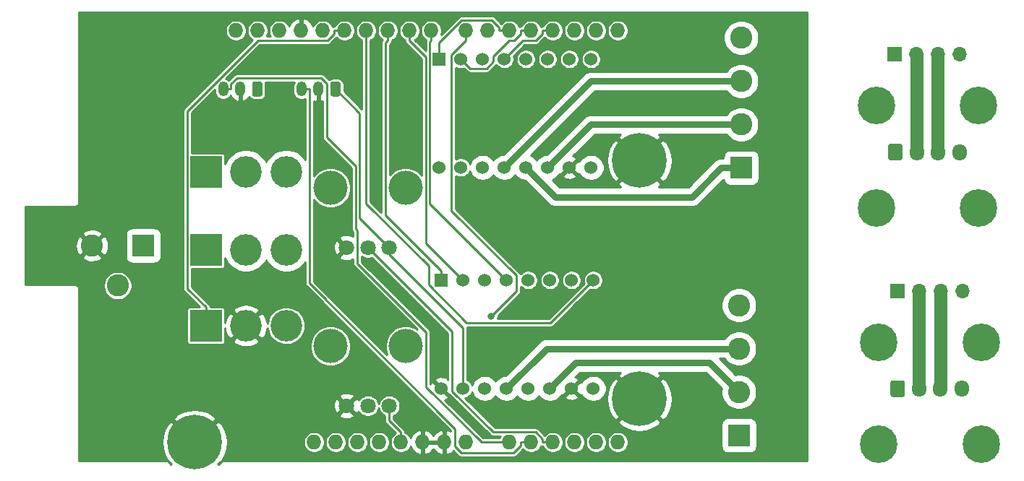
<source format=gbl>
%MOIN*%
%OFA0B0*%
%FSLAX46Y46*%
%IPPOS*%
%LPD*%
%ADD10C,0.17322834645669294*%
%ADD11C,0.027559055118110236*%
%ADD12O,0.066929133858267723X0.076771653543307089*%
%ADD13R,0.066929133858267723X0.066929133858267723*%
%ADD14O,0.066929133858267723X0.066929133858267723*%
%ADD15C,0.059055118110236227*%
%ADD26O,0.068X0.068*%
%ADD27R,0.060000000000000005X0.060000000000000005*%
%ADD28C,0.060000000000000005*%
%ADD29C,0.031496062992125991*%
%ADD30C,0.25196850393700793*%
%ADD31C,0.10236220472440946*%
%ADD32R,0.10236220472440946X0.10236220472440946*%
%ADD33O,0.047244094488188976X0.068897637795275593*%
%ADD34C,0.070866141732283464*%
%ADD35C,0.15748031496062992*%
%ADD36C,0.1456692913385827*%
%ADD37R,0.1456692913385827X0.1456692913385827*%
%ADD38C,0.031496062992125991*%
%ADD39C,0.00984251968503937*%
%ADD40C,0.029527559055118113*%
%ADD41C,0.01*%
%ADD42C,0.0039370078740157488*%
%ADD43C,0.17322834645669294*%
%ADD44C,0.027559055118110236*%
%ADD45O,0.066929133858267723X0.076771653543307089*%
%ADD46R,0.066929133858267723X0.066929133858267723*%
%ADD47O,0.066929133858267723X0.066929133858267723*%
%ADD48C,0.059055118110236227*%
G01*
D10*
X0000247173Y0004419291D02*
X0003947960Y0000629921D03*
D11*
X0004012921Y0000629921D03*
X0003993894Y0000583987D03*
X0003947960Y0000564960D03*
X0003902026Y0000583987D03*
X0003883000Y0000629921D03*
X0003902026Y0000675855D03*
X0003947960Y0000694881D03*
X0003993894Y0000675855D03*
X0004466335Y0000675855D03*
X0004420401Y0000694881D03*
X0004374467Y0000675855D03*
X0004355440Y0000629921D03*
X0004374467Y0000583987D03*
X0004420401Y0000564960D03*
X0004466335Y0000583987D03*
X0004485362Y0000629921D03*
D10*
X0004420401Y0000629921D03*
X0003947960Y0000157480D03*
D11*
X0004012921Y0000157480D03*
X0003993894Y0000111546D03*
X0003947960Y0000092519D03*
X0003902026Y0000111546D03*
X0003883000Y0000157480D03*
X0003902026Y0000203414D03*
X0003947960Y0000222440D03*
X0003993894Y0000203414D03*
X0004466335Y0000203414D03*
X0004420401Y0000222440D03*
X0004374467Y0000203414D03*
X0004355440Y0000157480D03*
X0004374467Y0000111546D03*
X0004420401Y0000092519D03*
X0004466335Y0000111546D03*
X0004485362Y0000157480D03*
D10*
X0004420401Y0000157480D03*
G36*
G01*
X0004002708Y0000385748D02*
X0004002708Y0000442834D01*
G75*
G02*
X0004012551Y0000452677I0000009842D01*
G01*
X0004059795Y0000452677D01*
G75*
G02*
X0004069637Y0000442834J-0000009842D01*
G01*
X0004069637Y0000385748D01*
G75*
G02*
X0004059795Y0000375905I-0000009842D01*
G01*
X0004012551Y0000375905D01*
G75*
G02*
X0004002708Y0000385748J0000009842D01*
G01*
G37*
D12*
X0004134598Y0000414291D03*
X0004233023Y0000414291D03*
X0004331448Y0000414291D03*
D13*
X0004034204Y0000866291D03*
D14*
X0004134204Y0000866291D03*
X0004234204Y0000866291D03*
X0004334204Y0000866291D03*
D15*
X0004134598Y0000865897D02*
X0004134204Y0000866291D01*
X0004134598Y0000414291D02*
X0004134598Y0000865897D01*
X0004234204Y0000415472D02*
X0004233023Y0000414291D01*
X0004234204Y0000866291D02*
X0004234204Y0000415472D01*
G04 next file*
G04 #@! TF.GenerationSoftware,KiCad,Pcbnew,5.1.9-73d0e3b20d~88~ubuntu18.04.1*
G04 #@! TF.CreationDate,2021-02-15T13:27:50-05:00*
G04 #@! TF.ProjectId,driver,64726976-6572-42e6-9b69-6361645f7063,v1.0.0*
G04 #@! TF.SameCoordinates,Original*
G04 #@! TF.FileFunction,Copper,L2,Bot*
G04 #@! TF.FilePolarity,Positive*
G04 Gerber Fmt 4.6, Leading zero omitted, Abs format (unit mm)*
G04 Created by KiCad (PCBNEW 5.1.9-73d0e3b20d~88~ubuntu18.04.1) date 2021-02-15 13:27:50*
G01*
G04 APERTURE LIST*
G04 #@! TA.AperFunction,ComponentPad*
G04 #@! TD*
G04 #@! TA.AperFunction,ComponentPad*
G04 #@! TD*
G04 #@! TA.AperFunction,ComponentPad*
G04 #@! TD*
G04 #@! TA.AperFunction,ComponentPad*
G04 #@! TD*
G04 #@! TA.AperFunction,ComponentPad*
G04 #@! TD*
G04 #@! TA.AperFunction,ComponentPad*
G04 #@! TD*
G04 #@! TA.AperFunction,ComponentPad*
G04 #@! TD*
G04 #@! TA.AperFunction,ComponentPad*
G04 #@! TD*
G04 #@! TA.AperFunction,ComponentPad*
G04 #@! TD*
G04 #@! TA.AperFunction,WasherPad*
G04 #@! TD*
G04 #@! TA.AperFunction,ComponentPad*
G04 #@! TD*
G04 #@! TA.AperFunction,ComponentPad*
G04 #@! TD*
G04 #@! TA.AperFunction,ViaPad*
G04 #@! TD*
G04 #@! TA.AperFunction,Conductor*
G04 #@! TD*
G04 #@! TA.AperFunction,Conductor*
G04 #@! TD*
G04 #@! TA.AperFunction,Conductor*
G04 #@! TD*
G04 #@! TA.AperFunction,Conductor*
G04 #@! TD*
G04 APERTURE END LIST*
D26*
X-0004007000Y0005095319D02*
X0002745952Y0000167366D03*
X0002645952Y0000167366D03*
X0002545952Y0000167366D03*
X0002445952Y0000167366D03*
X0002345952Y0000167366D03*
X0001345952Y0000167366D03*
X0001585952Y0002067366D03*
X0001485952Y0002067366D03*
X0001385952Y0002067366D03*
X0001185952Y0002067366D03*
X0001085952Y0002067366D03*
X0000985952Y0002067366D03*
X0001685952Y0002067366D03*
X0001785952Y0002067366D03*
X0001885952Y0002067366D03*
X0001285952Y0002067366D03*
X0002045952Y0002067366D03*
X0002145952Y0002067366D03*
X0002245952Y0002067366D03*
X0002345952Y0002067366D03*
X0002445952Y0002067366D03*
X0002545952Y0002067366D03*
X0002645952Y0002067366D03*
X0002745952Y0002067366D03*
X0001445952Y0000167366D03*
X0001545952Y0000167366D03*
X0001645952Y0000167366D03*
X0001745952Y0000167366D03*
X0001845952Y0000167366D03*
X0001945952Y0000167366D03*
X0002045952Y0000167366D03*
X0002245952Y0000167366D03*
D27*
X0001933000Y0000915319D03*
D28*
X0002033000Y0000915319D03*
X0002132999Y0000915319D03*
X0002233000Y0000915319D03*
X0002333000Y0000915319D03*
X0002432999Y0000915319D03*
X0002533000Y0000915319D03*
X0002633000Y0000915319D03*
X0002633000Y0000415319D03*
X0002533000Y0000415319D03*
X0002432999Y0000415319D03*
X0002333000Y0000415319D03*
X0002233000Y0000415319D03*
X0002132999Y0000415319D03*
X0002033000Y0000415319D03*
X0001933000Y0000415319D03*
X0001923000Y0001435319D03*
X0002023000Y0001435319D03*
X0002123000Y0001435319D03*
X0002222999Y0001435319D03*
X0002323000Y0001435319D03*
X0002423000Y0001435319D03*
X0002522999Y0001435319D03*
X0002622999Y0001435319D03*
X0002622999Y0001935319D03*
X0002522999Y0001935319D03*
X0002423000Y0001935319D03*
X0002323000Y0001935319D03*
X0002222999Y0001935319D03*
X0002123000Y0001935319D03*
X0002023000Y0001935319D03*
D27*
X0001923000Y0001935319D03*
D29*
X0002912765Y0001534179D03*
X0002845952Y0001561854D03*
X0002779139Y0001534179D03*
X0002751464Y0001467366D03*
X0002779139Y0001400553D03*
X0002845952Y0001372878D03*
X0002912765Y0001400553D03*
X0002940440Y0001467366D03*
D30*
X0002845952Y0001467366D03*
X0000795952Y0000167366D03*
D29*
X0000890440Y0000167366D03*
X0000862765Y0000100553D03*
X0000795952Y0000072878D03*
X0000729139Y0000100553D03*
X0000701464Y0000167366D03*
X0000729139Y0000234179D03*
X0000795952Y0000261854D03*
X0000862765Y0000234179D03*
X0002912765Y0000434179D03*
X0002845952Y0000461854D03*
X0002779139Y0000434179D03*
X0002751464Y0000367366D03*
X0002779139Y0000300553D03*
X0002845952Y0000272878D03*
X0002912765Y0000300553D03*
X0002940440Y0000367366D03*
D30*
X0002845952Y0000367366D03*
D31*
X0003315007Y0002034319D03*
X0003315007Y0001834319D03*
X0003315007Y0001634319D03*
D32*
X0003315007Y0001434319D03*
X0003305007Y0000199334D03*
D31*
X0003305007Y0000399334D03*
X0003305007Y0000599334D03*
X0003305007Y0000799334D03*
D33*
X0001287527Y0001797665D03*
X0001366267Y0001797665D03*
G04 #@! TA.AperFunction,ComponentPad*
G36*
G01*
X0001468629Y0001822271D02*
X0001468629Y0001773059D01*
G75*
G02*
X0001458787Y0001763216I-0000009842D01*
G01*
X0001431228Y0001763216D01*
G75*
G02*
X0001421385Y0001773059J0000009842D01*
G01*
X0001421385Y0001822271D01*
G75*
G02*
X0001431228Y0001832114I0000009842D01*
G01*
X0001458787Y0001832114D01*
G75*
G02*
X0001468629Y0001822271J-0000009842D01*
G01*
G37*
G04 #@! TD.AperFunction*
G04 #@! TA.AperFunction,ComponentPad*
G36*
G01*
X0001108157Y0001822271D02*
X0001108157Y0001773059D01*
G75*
G02*
X0001098315Y0001763216I-0000009842D01*
G01*
X0001070755Y0001763216D01*
G75*
G02*
X0001060913Y0001773059J0000009842D01*
G01*
X0001060913Y0001822271D01*
G75*
G02*
X0001070755Y0001832114I0000009842D01*
G01*
X0001098315Y0001832114D01*
G75*
G02*
X0001108157Y0001822271J-0000009842D01*
G01*
G37*
G04 #@! TD.AperFunction*
X0001005795Y0001797665D03*
X0000927055Y0001797665D03*
D32*
X0000559220Y0001075319D03*
D31*
X0000323000Y0001075319D03*
X0000441110Y0000890279D03*
D34*
X0001496149Y0000335319D03*
X0001594574Y0000335319D03*
X0001693000Y0000335319D03*
D35*
X0001421346Y0000610909D03*
X0001767803Y0000610909D03*
X0001767803Y0001340909D03*
X0001421346Y0001340909D03*
D34*
X0001693000Y0001065319D03*
X0001594574Y0001065319D03*
X0001496149Y0001065319D03*
D36*
X0001032999Y0000705319D03*
D37*
X0000847960Y0000705319D03*
D36*
X0001218039Y0000705319D03*
X0001218039Y0001055319D03*
D37*
X0000847960Y0001055319D03*
D36*
X0001032999Y0001055319D03*
X0001032999Y0001415319D03*
D37*
X0000847960Y0001415319D03*
D36*
X0001218039Y0001415319D03*
D38*
X0003394999Y0001154319D03*
X0003090000Y0001184319D03*
X0003439999Y0000999319D03*
X0003295000Y0000999319D03*
X0001725000Y0000739319D03*
X0001710000Y0000779319D03*
X0001750000Y0000844319D03*
X0001615000Y0000969319D03*
X0000414999Y0001999319D03*
X0000384999Y0001854319D03*
X0000160000Y0001144319D03*
X0000345000Y0000114319D03*
X0001320000Y0000339319D03*
X0000674999Y0000694319D03*
X0002144999Y0000594319D03*
X0003005000Y0000199319D03*
X0003454999Y0000809319D03*
X0003435000Y0002069319D03*
X0003450000Y0001419319D03*
X0003040000Y0001489319D03*
X0002950000Y0001774319D03*
X0002110000Y0001639319D03*
X0001770000Y0001964319D03*
X0001949999Y0002119319D03*
X0002679999Y0000259319D03*
X0001384999Y0001474319D03*
X0001074999Y0001664319D03*
X0001339999Y0000784319D03*
X0002163511Y0000747893D03*
D39*
X0001693000Y0001065319D02*
X0001693000Y0001035122D01*
X0001693000Y0001035122D02*
X0002033000Y0000695122D01*
X0002033000Y0000695122D02*
X0002033000Y0000415319D01*
X0001693000Y0001065319D02*
X0001556452Y0001201866D01*
X0001556452Y0001201866D02*
X0001556452Y0001686220D01*
X0001556452Y0001686220D02*
X0001445007Y0001797665D01*
X0001745952Y0000167366D02*
X0001745952Y0000214173D01*
X0001745952Y0000214173D02*
X0001693000Y0000267126D01*
X0001693000Y0000267126D02*
X0001693000Y0000335319D01*
X0002345952Y0000167366D02*
X0002299145Y0000167366D01*
X0001287527Y0001797665D02*
X0001323956Y0001797665D01*
X0001323956Y0001797665D02*
X0001323956Y0000901890D01*
X0001323956Y0000901890D02*
X0001995952Y0000229893D01*
X0001995952Y0000229893D02*
X0001995952Y0000147890D01*
X0001995952Y0000147890D02*
X0002024208Y0000119634D01*
X0002024208Y0000119634D02*
X0002265960Y0000119634D01*
X0002265960Y0000119634D02*
X0002299145Y0000152819D01*
X0002299145Y0000152819D02*
X0002299145Y0000167366D01*
X0002445952Y0002067366D02*
X0002399145Y0002067366D01*
X0002222999Y0001935319D02*
X0002308240Y0002020559D01*
X0002308240Y0002020559D02*
X0002366968Y0002020559D01*
X0002366968Y0002020559D02*
X0002399145Y0002052736D01*
X0002399145Y0002052736D02*
X0002399145Y0002067366D01*
X0002345952Y0002067366D02*
X0002299145Y0002067366D01*
X0002023000Y0001935319D02*
X0002066216Y0001892102D01*
X0002066216Y0001892102D02*
X0002140657Y0001892102D01*
X0002140657Y0001892102D02*
X0002173000Y0001924445D01*
X0002173000Y0001924445D02*
X0002173000Y0001947067D01*
X0002173000Y0001947067D02*
X0002246492Y0002020559D01*
X0002246492Y0002020559D02*
X0002266968Y0002020559D01*
X0002266968Y0002020559D02*
X0002299145Y0002052736D01*
X0002299145Y0002052736D02*
X0002299145Y0002067366D01*
X0002245952Y0002067366D02*
X0002199145Y0002067366D01*
X0001923000Y0001935319D02*
X0001923000Y0002011767D01*
X0001923000Y0002011767D02*
X0002026291Y0002115059D01*
X0002026291Y0002115059D02*
X0002165999Y0002115059D01*
X0002165999Y0002115059D02*
X0002199145Y0002081913D01*
X0002199145Y0002081913D02*
X0002199145Y0002067366D01*
X0001685952Y0002067366D02*
X0001685952Y0002020559D01*
X0001933000Y0000915319D02*
X0001933000Y0000958126D01*
X0001933000Y0000958126D02*
X0001676047Y0001215078D01*
X0001676047Y0001215078D02*
X0001676047Y0002010653D01*
X0001676047Y0002010653D02*
X0001685952Y0002020559D01*
X0001785952Y0002067366D02*
X0001785952Y0002020559D01*
X0002033000Y0000915319D02*
X0001862456Y0001085862D01*
X0001862456Y0001085862D02*
X0001862456Y0001944055D01*
X0001862456Y0001944055D02*
X0001785952Y0002020559D01*
X0001885952Y0002067366D02*
X0001885952Y0002020559D01*
X0002233000Y0000915319D02*
X0001880188Y0001268130D01*
X0001880188Y0001268130D02*
X0001880188Y0002014795D01*
X0001880188Y0002014795D02*
X0001885952Y0002020559D01*
X0001585952Y0002067366D02*
X0001585952Y0001269216D01*
X0001585952Y0001269216D02*
X0001874370Y0000980799D01*
X0001874370Y0000980799D02*
X0001874370Y0000894775D01*
X0001874370Y0000894775D02*
X0002050177Y0000718968D01*
X0002050177Y0000718968D02*
X0002436649Y0000718968D01*
X0002436649Y0000718968D02*
X0002633000Y0000915319D01*
X0002045952Y0002067366D02*
X0002045952Y0002020559D01*
X0002045952Y0002020559D02*
X0001979838Y0001954445D01*
X0001979838Y0001954445D02*
X0001979838Y0001236362D01*
X0001979838Y0001236362D02*
X0002279267Y0000936933D01*
X0002279267Y0000936933D02*
X0002279267Y0000863649D01*
X0002279267Y0000863649D02*
X0002163511Y0000747893D01*
X0000927055Y0001797665D02*
X0000963484Y0001797665D01*
X0000963484Y0001797665D02*
X0000963484Y0001820433D01*
X0000963484Y0001820433D02*
X0000990496Y0001847445D01*
X0000990496Y0001847445D02*
X0001379283Y0001847445D01*
X0001379283Y0001847445D02*
X0001403606Y0001823122D01*
X0001403606Y0001823122D02*
X0001403606Y0001576626D01*
X0001403606Y0001576626D02*
X0001538539Y0001441693D01*
X0001538539Y0001441693D02*
X0001538539Y0001151803D01*
X0001538539Y0001151803D02*
X0001545362Y0001144980D01*
X0001545362Y0001144980D02*
X0001545362Y0000991890D01*
X0001545362Y0000991890D02*
X0001861307Y0000675945D01*
X0001861307Y0000675945D02*
X0001861307Y0000423055D01*
X0001861307Y0000423055D02*
X0002116996Y0000167366D01*
X0002116996Y0000167366D02*
X0002245952Y0000167366D01*
X0001485952Y0002067366D02*
X0001439145Y0002067366D01*
X0000847960Y0000705319D02*
X0000847960Y0000790960D01*
X0000847960Y0000790960D02*
X0000762314Y0000876606D01*
X0000762314Y0000876606D02*
X0000762314Y0001695543D01*
X0000762314Y0001695543D02*
X0001087330Y0002020559D01*
X0001087330Y0002020559D02*
X0001406968Y0002020559D01*
X0001406968Y0002020559D02*
X0001439145Y0002052736D01*
X0001439145Y0002052736D02*
X0001439145Y0002067366D01*
D40*
X0003315007Y0001834319D02*
X0002622000Y0001834319D01*
X0002622000Y0001834319D02*
X0002222999Y0001435319D01*
X0003315007Y0001634319D02*
X0002622000Y0001634319D01*
X0002622000Y0001634319D02*
X0002423000Y0001435319D01*
X0003315007Y0001434319D02*
X0003223460Y0001434319D01*
X0003223460Y0001434319D02*
X0003089082Y0001299941D01*
X0003089082Y0001299941D02*
X0002458377Y0001299941D01*
X0002458377Y0001299941D02*
X0002323000Y0001435319D01*
X0003305007Y0000399334D02*
X0003169901Y0000534441D01*
X0003169901Y0000534441D02*
X0002552122Y0000534441D01*
X0002552122Y0000534441D02*
X0002432999Y0000415319D01*
X0003305007Y0000599334D02*
X0002417015Y0000599334D01*
X0002417015Y0000599334D02*
X0002233000Y0000415319D01*
D39*
X0002445952Y0000167366D02*
X0002399145Y0000167366D01*
X0001594574Y0001065319D02*
X0001982999Y0000676893D01*
X0001982999Y0000676893D02*
X0001982999Y0000403232D01*
X0001982999Y0000403232D02*
X0002172059Y0000214173D01*
X0002172059Y0000214173D02*
X0002366968Y0000214173D01*
X0002366968Y0000214173D02*
X0002399145Y0000181996D01*
X0002399145Y0000181996D02*
X0002399145Y0000167366D01*
D41*
X0003617015Y0000083303D02*
X0002845783Y0000083303D01*
X0002845782Y0000083303D01*
X0002845074Y0000083303D01*
X0002844214Y0000083303D01*
X0002844213Y0000083303D01*
X0000961156Y0000082989D01*
X0000929240Y0000082989D01*
X0000926891Y0000082757D01*
X0000923878Y0000081843D01*
X0000921101Y0000080359D01*
X0000918668Y0000078362D01*
X0000917938Y0000077473D01*
X0000905992Y0000064398D01*
X0000902286Y0000068103D01*
X0000921564Y0000082284D01*
X0000935749Y0000108424D01*
X0000944562Y0000136830D01*
X0000947664Y0000166409D01*
X0000947131Y0000172192D01*
X0001296952Y0000172192D01*
X0001296952Y0000162540D01*
X0001298835Y0000153073D01*
X0001302529Y0000144156D01*
X0001307891Y0000136130D01*
X0001314717Y0000129305D01*
X0001322742Y0000123943D01*
X0001331660Y0000120249D01*
X0001341126Y0000118366D01*
X0001350778Y0000118366D01*
X0001360245Y0000120249D01*
X0001369162Y0000123943D01*
X0001377188Y0000129305D01*
X0001384013Y0000136130D01*
X0001389375Y0000144156D01*
X0001393069Y0000153073D01*
X0001394952Y0000162540D01*
X0001394952Y0000172192D01*
X0001396952Y0000172192D01*
X0001396952Y0000162540D01*
X0001398835Y0000153073D01*
X0001402529Y0000144156D01*
X0001407891Y0000136130D01*
X0001414717Y0000129305D01*
X0001422742Y0000123943D01*
X0001431660Y0000120249D01*
X0001441126Y0000118366D01*
X0001450778Y0000118366D01*
X0001460245Y0000120249D01*
X0001469162Y0000123943D01*
X0001477188Y0000129305D01*
X0001484013Y0000136130D01*
X0001489375Y0000144156D01*
X0001493069Y0000153073D01*
X0001494952Y0000162540D01*
X0001494952Y0000172192D01*
X0001496952Y0000172192D01*
X0001496952Y0000162540D01*
X0001498835Y0000153073D01*
X0001502529Y0000144156D01*
X0001507891Y0000136130D01*
X0001514717Y0000129305D01*
X0001522742Y0000123943D01*
X0001531659Y0000120249D01*
X0001541126Y0000118366D01*
X0001550778Y0000118366D01*
X0001560245Y0000120249D01*
X0001569162Y0000123943D01*
X0001577188Y0000129305D01*
X0001584013Y0000136130D01*
X0001589375Y0000144156D01*
X0001593069Y0000153073D01*
X0001594952Y0000162540D01*
X0001594952Y0000172192D01*
X0001596952Y0000172192D01*
X0001596952Y0000162540D01*
X0001598835Y0000153073D01*
X0001602529Y0000144156D01*
X0001607891Y0000136130D01*
X0001614717Y0000129305D01*
X0001622742Y0000123943D01*
X0001631660Y0000120249D01*
X0001641126Y0000118366D01*
X0001650778Y0000118366D01*
X0001660245Y0000120249D01*
X0001669162Y0000123943D01*
X0001677188Y0000129305D01*
X0001684013Y0000136130D01*
X0001689375Y0000144156D01*
X0001693069Y0000153073D01*
X0001694952Y0000162540D01*
X0001694952Y0000172192D01*
X0001693069Y0000181659D01*
X0001689375Y0000190576D01*
X0001684013Y0000198602D01*
X0001677188Y0000205427D01*
X0001669162Y0000210789D01*
X0001660245Y0000214483D01*
X0001650778Y0000216366D01*
X0001641126Y0000216366D01*
X0001631660Y0000214483D01*
X0001622742Y0000210789D01*
X0001614717Y0000205427D01*
X0001607891Y0000198602D01*
X0001602529Y0000190576D01*
X0001598835Y0000181659D01*
X0001596952Y0000172192D01*
X0001594952Y0000172192D01*
X0001593069Y0000181659D01*
X0001589375Y0000190576D01*
X0001584013Y0000198602D01*
X0001577188Y0000205427D01*
X0001569162Y0000210789D01*
X0001560245Y0000214483D01*
X0001550778Y0000216366D01*
X0001541126Y0000216366D01*
X0001531659Y0000214483D01*
X0001522742Y0000210789D01*
X0001514717Y0000205427D01*
X0001507891Y0000198602D01*
X0001502529Y0000190576D01*
X0001498835Y0000181659D01*
X0001496952Y0000172192D01*
X0001494952Y0000172192D01*
X0001493069Y0000181659D01*
X0001489375Y0000190576D01*
X0001484013Y0000198602D01*
X0001477188Y0000205427D01*
X0001469162Y0000210789D01*
X0001460245Y0000214483D01*
X0001450778Y0000216366D01*
X0001441126Y0000216366D01*
X0001431660Y0000214483D01*
X0001422742Y0000210789D01*
X0001414717Y0000205427D01*
X0001407891Y0000198602D01*
X0001402529Y0000190576D01*
X0001398835Y0000181659D01*
X0001396952Y0000172192D01*
X0001394952Y0000172192D01*
X0001393069Y0000181659D01*
X0001389375Y0000190576D01*
X0001384013Y0000198602D01*
X0001377188Y0000205427D01*
X0001369162Y0000210789D01*
X0001360245Y0000214483D01*
X0001350778Y0000216366D01*
X0001341126Y0000216366D01*
X0001331660Y0000214483D01*
X0001322742Y0000210789D01*
X0001314717Y0000205427D01*
X0001307891Y0000198602D01*
X0001302529Y0000190576D01*
X0001298835Y0000181659D01*
X0001296952Y0000172192D01*
X0000947131Y0000172192D01*
X0000944936Y0000196025D01*
X0000936482Y0000224539D01*
X0000922628Y0000250857D01*
X0000921564Y0000252448D01*
X0000902286Y0000266629D01*
X0000862209Y0000226551D01*
X0000855138Y0000233622D01*
X0000895215Y0000273700D01*
X0000881034Y0000292978D01*
X0000880209Y0000293426D01*
X0001461327Y0000293426D01*
X0001464622Y0000283419D01*
X0001475353Y0000278265D01*
X0001486883Y0000275304D01*
X0001498769Y0000274650D01*
X0001510555Y0000276327D01*
X0001521787Y0000280271D01*
X0001527676Y0000283419D01*
X0001530971Y0000293426D01*
X0001496149Y0000328248D01*
X0001461327Y0000293426D01*
X0000880209Y0000293426D01*
X0000854894Y0000307163D01*
X0000826488Y0000315976D01*
X0000796909Y0000319078D01*
X0000767293Y0000316349D01*
X0000738779Y0000307895D01*
X0000712461Y0000294041D01*
X0000710870Y0000292978D01*
X0000696689Y0000273700D01*
X0000736767Y0000233622D01*
X0000729696Y0000226551D01*
X0000689618Y0000266629D01*
X0000670340Y0000252448D01*
X0000656155Y0000226308D01*
X0000647342Y0000197902D01*
X0000644240Y0000168323D01*
X0000646969Y0000138707D01*
X0000655423Y0000110192D01*
X0000669277Y0000083875D01*
X0000670340Y0000082284D01*
X0000689618Y0000068103D01*
X0000685533Y0000064018D01*
X0000683822Y0000065559D01*
X0000673984Y0000077480D01*
X0000673002Y0000078676D01*
X0000670569Y0000080673D01*
X0000669166Y0000081423D01*
X0000669166Y0000081423D01*
X0000669166Y0000081423D01*
X0000667792Y0000082158D01*
X0000666283Y0000082615D01*
X0000666283Y0000082615D01*
X0000666283Y0000082615D01*
X0000664779Y0000083072D01*
X0000662430Y0000083303D01*
X0000261984Y0000083303D01*
X0000261984Y0000332698D01*
X0001435480Y0000332698D01*
X0001437157Y0000320913D01*
X0001441101Y0000309681D01*
X0001444249Y0000303791D01*
X0001454256Y0000300497D01*
X0001489078Y0000335319D01*
X0001503220Y0000335319D01*
X0001538042Y0000300497D01*
X0001548049Y0000303791D01*
X0001550949Y0000309831D01*
X0001555400Y0000303169D01*
X0001562425Y0000296145D01*
X0001570685Y0000290625D01*
X0001579864Y0000286824D01*
X0001589607Y0000284886D01*
X0001599542Y0000284886D01*
X0001609285Y0000286824D01*
X0001618463Y0000290625D01*
X0001626723Y0000296145D01*
X0001633748Y0000303169D01*
X0001639267Y0000311430D01*
X0001643069Y0000320608D01*
X0001643787Y0000324216D01*
X0001644505Y0000320608D01*
X0001648306Y0000311430D01*
X0001653826Y0000303169D01*
X0001660850Y0000296145D01*
X0001669110Y0000290625D01*
X0001673078Y0000288982D01*
X0001673078Y0000268104D01*
X0001672982Y0000267126D01*
X0001673078Y0000266148D01*
X0001673078Y0000266147D01*
X0001673366Y0000263221D01*
X0001674506Y0000259465D01*
X0001676355Y0000256004D01*
X0001678845Y0000252971D01*
X0001679605Y0000252347D01*
X0001721796Y0000210157D01*
X0001714717Y0000205427D01*
X0001707891Y0000198602D01*
X0001702529Y0000190576D01*
X0001698835Y0000181659D01*
X0001696952Y0000172192D01*
X0001696952Y0000162540D01*
X0001698835Y0000153073D01*
X0001702529Y0000144156D01*
X0001707891Y0000136130D01*
X0001714717Y0000129305D01*
X0001722742Y0000123943D01*
X0001731660Y0000120249D01*
X0001741126Y0000118366D01*
X0001750778Y0000118366D01*
X0001760245Y0000120249D01*
X0001769162Y0000123943D01*
X0001777188Y0000129305D01*
X0001784013Y0000136130D01*
X0001789375Y0000144156D01*
X0001790581Y0000147065D01*
X0001795453Y0000136856D01*
X0001802375Y0000127591D01*
X0001810972Y0000119853D01*
X0001820914Y0000113942D01*
X0001831817Y0000110084D01*
X0001840952Y0000114828D01*
X0001840952Y0000162366D01*
X0001850952Y0000162366D01*
X0001850952Y0000114828D01*
X0001860087Y0000110084D01*
X0001870991Y0000113942D01*
X0001880932Y0000119853D01*
X0001889529Y0000127591D01*
X0001895952Y0000136188D01*
X0001902375Y0000127591D01*
X0001910972Y0000119853D01*
X0001920914Y0000113942D01*
X0001931817Y0000110084D01*
X0001940952Y0000114828D01*
X0001940952Y0000162366D01*
X0001850952Y0000162366D01*
X0001840952Y0000162366D01*
X0001840165Y0000162366D01*
X0001840165Y0000172366D01*
X0001840952Y0000172366D01*
X0001840952Y0000219904D01*
X0001850952Y0000219904D01*
X0001850952Y0000172366D01*
X0001940952Y0000172366D01*
X0001940952Y0000219904D01*
X0001931817Y0000224648D01*
X0001920914Y0000220790D01*
X0001910972Y0000214878D01*
X0001902375Y0000207141D01*
X0001895952Y0000198544D01*
X0001889529Y0000207141D01*
X0001880932Y0000214878D01*
X0001870991Y0000220790D01*
X0001860087Y0000224648D01*
X0001850952Y0000219904D01*
X0001840952Y0000219904D01*
X0001831817Y0000224648D01*
X0001820914Y0000220790D01*
X0001810972Y0000214878D01*
X0001802375Y0000207141D01*
X0001795453Y0000197875D01*
X0001790581Y0000187667D01*
X0001789375Y0000190576D01*
X0001784013Y0000198602D01*
X0001777188Y0000205427D01*
X0001769162Y0000210789D01*
X0001765874Y0000212151D01*
X0001765874Y0000213195D01*
X0001765970Y0000214173D01*
X0001765874Y0000215151D01*
X0001765874Y0000215151D01*
X0001765585Y0000218078D01*
X0001765493Y0000218382D01*
X0001764446Y0000221833D01*
X0001763885Y0000222883D01*
X0001762596Y0000225294D01*
X0001760107Y0000228328D01*
X0001759347Y0000228951D01*
X0001712921Y0000275377D01*
X0001712921Y0000288982D01*
X0001716889Y0000290625D01*
X0001725149Y0000296145D01*
X0001732173Y0000303169D01*
X0001737693Y0000311430D01*
X0001741494Y0000320608D01*
X0001743433Y0000330351D01*
X0001743433Y0000340286D01*
X0001741494Y0000350029D01*
X0001737693Y0000359208D01*
X0001732173Y0000367468D01*
X0001725149Y0000374493D01*
X0001716889Y0000380012D01*
X0001707710Y0000383814D01*
X0001697967Y0000385752D01*
X0001688032Y0000385752D01*
X0001678289Y0000383814D01*
X0001669110Y0000380012D01*
X0001660850Y0000374493D01*
X0001653826Y0000367468D01*
X0001648306Y0000359208D01*
X0001644505Y0000350029D01*
X0001643787Y0000346422D01*
X0001643069Y0000350029D01*
X0001639267Y0000359208D01*
X0001633748Y0000367468D01*
X0001626723Y0000374493D01*
X0001618463Y0000380012D01*
X0001609285Y0000383814D01*
X0001599542Y0000385752D01*
X0001589607Y0000385752D01*
X0001579864Y0000383814D01*
X0001570685Y0000380012D01*
X0001562425Y0000374493D01*
X0001555400Y0000367468D01*
X0001551132Y0000361079D01*
X0001548049Y0000366846D01*
X0001538042Y0000370140D01*
X0001503220Y0000335319D01*
X0001489078Y0000335319D01*
X0001454256Y0000370140D01*
X0001444249Y0000366846D01*
X0001439096Y0000356115D01*
X0001436135Y0000344585D01*
X0001435480Y0000332698D01*
X0000261984Y0000332698D01*
X0000261984Y0000377212D01*
X0001461327Y0000377212D01*
X0001496149Y0000342390D01*
X0001530971Y0000377212D01*
X0001527676Y0000387219D01*
X0001516945Y0000392372D01*
X0001505415Y0000395333D01*
X0001493529Y0000395988D01*
X0001481743Y0000394311D01*
X0001470511Y0000390367D01*
X0001464622Y0000387219D01*
X0001461327Y0000377212D01*
X0000261984Y0000377212D01*
X0000261984Y0000877534D01*
X0000262061Y0000878319D01*
X0000261752Y0000881452D01*
X0000260838Y0000884465D01*
X0000259354Y0000887242D01*
X0000257357Y0000889676D01*
X0000254923Y0000891673D01*
X0000252146Y0000893158D01*
X0000249133Y0000894072D01*
X0000246785Y0000894303D01*
X0000246000Y0000894380D01*
X0000245214Y0000894303D01*
X0000015984Y0000894303D01*
X0000015984Y0000896798D01*
X0000374929Y0000896798D01*
X0000374929Y0000883761D01*
X0000377472Y0000870975D01*
X0000382461Y0000858931D01*
X0000389704Y0000848091D01*
X0000398922Y0000838873D01*
X0000409761Y0000831630D01*
X0000421805Y0000826641D01*
X0000434591Y0000824098D01*
X0000447628Y0000824098D01*
X0000460414Y0000826641D01*
X0000472458Y0000831630D01*
X0000483298Y0000838873D01*
X0000492516Y0000848091D01*
X0000499759Y0000858931D01*
X0000504747Y0000870975D01*
X0000507291Y0000883761D01*
X0000507291Y0000896798D01*
X0000504747Y0000909584D01*
X0000499759Y0000921628D01*
X0000492516Y0000932467D01*
X0000483298Y0000941685D01*
X0000472458Y0000948928D01*
X0000460414Y0000953917D01*
X0000447628Y0000956460D01*
X0000434591Y0000956460D01*
X0000421805Y0000953917D01*
X0000409761Y0000948928D01*
X0000398922Y0000941685D01*
X0000389704Y0000932467D01*
X0000382461Y0000921628D01*
X0000377472Y0000909584D01*
X0000374929Y0000896798D01*
X0000015984Y0000896798D01*
X0000015984Y0001022200D01*
X0000276952Y0001022200D01*
X0000282146Y0001010582D01*
X0000295560Y0001003856D01*
X0000310029Y0000999876D01*
X0000324997Y0000998795D01*
X0000339887Y0001000655D01*
X0000354129Y0001005384D01*
X0000363853Y0001010582D01*
X0000369047Y0001022200D01*
X0000323000Y0001068248D01*
X0000276952Y0001022200D01*
X0000015984Y0001022200D01*
X0000015984Y0001073321D01*
X0000246476Y0001073321D01*
X0000248336Y0001058431D01*
X0000253065Y0001044189D01*
X0000258263Y0001034465D01*
X0000269880Y0001029271D01*
X0000315928Y0001075319D01*
X0000330071Y0001075319D01*
X0000376119Y0001029271D01*
X0000387736Y0001034465D01*
X0000394462Y0001047879D01*
X0000398442Y0001062348D01*
X0000399523Y0001077316D01*
X0000397663Y0001092206D01*
X0000392934Y0001106448D01*
X0000387736Y0001116172D01*
X0000376119Y0001121367D01*
X0000330071Y0001075319D01*
X0000315928Y0001075319D01*
X0000269880Y0001121367D01*
X0000258263Y0001116172D01*
X0000251537Y0001102758D01*
X0000247557Y0001088289D01*
X0000246476Y0001073321D01*
X0000015984Y0001073321D01*
X0000015984Y0001128438D01*
X0000276952Y0001128438D01*
X0000323000Y0001082390D01*
X0000367110Y0001126500D01*
X0000477300Y0001126500D01*
X0000477300Y0001024138D01*
X0000477891Y0001018141D01*
X0000479640Y0001012374D01*
X0000482481Y0001007060D01*
X0000486303Y0001002402D01*
X0000490961Y0000998579D01*
X0000496276Y0000995739D01*
X0000502042Y0000993990D01*
X0000508039Y0000993399D01*
X0000610401Y0000993399D01*
X0000616398Y0000993990D01*
X0000622164Y0000995739D01*
X0000627478Y0000998579D01*
X0000632137Y0001002402D01*
X0000635959Y0001007060D01*
X0000638800Y0001012374D01*
X0000640549Y0001018141D01*
X0000641140Y0001024138D01*
X0000641140Y0001126500D01*
X0000640549Y0001132497D01*
X0000638800Y0001138263D01*
X0000635959Y0001143577D01*
X0000632137Y0001148235D01*
X0000627478Y0001152058D01*
X0000622164Y0001154898D01*
X0000616398Y0001156648D01*
X0000610401Y0001157238D01*
X0000508039Y0001157238D01*
X0000502042Y0001156648D01*
X0000496276Y0001154898D01*
X0000490961Y0001152058D01*
X0000486303Y0001148235D01*
X0000482481Y0001143577D01*
X0000479640Y0001138263D01*
X0000477891Y0001132497D01*
X0000477300Y0001126500D01*
X0000367110Y0001126500D01*
X0000369047Y0001128438D01*
X0000363853Y0001140055D01*
X0000350439Y0001146782D01*
X0000335970Y0001150762D01*
X0000321002Y0001151842D01*
X0000306112Y0001149982D01*
X0000291870Y0001145253D01*
X0000282146Y0001140055D01*
X0000276952Y0001128438D01*
X0000015984Y0001128438D01*
X0000015984Y0001256334D01*
X0000245214Y0001256334D01*
X0000246000Y0001256257D01*
X0000247243Y0001256380D01*
X0000249133Y0001256566D01*
X0000252146Y0001257480D01*
X0000254923Y0001258964D01*
X0000257357Y0001260961D01*
X0000259354Y0001263395D01*
X0000260838Y0001266172D01*
X0000261752Y0001269185D01*
X0000262061Y0001272319D01*
X0000261984Y0001273104D01*
X0000261984Y0001695543D01*
X0000742297Y0001695543D01*
X0000742393Y0001694564D01*
X0000742393Y0000877584D01*
X0000742297Y0000876606D01*
X0000742393Y0000875628D01*
X0000742393Y0000875628D01*
X0000742681Y0000872701D01*
X0000743821Y0000868946D01*
X0000745670Y0000865485D01*
X0000748160Y0000862451D01*
X0000748920Y0000861827D01*
X0000817522Y0000793226D01*
X0000775125Y0000793226D01*
X0000772185Y0000792936D01*
X0000769357Y0000792079D01*
X0000766752Y0000790686D01*
X0000764468Y0000788811D01*
X0000762593Y0000786527D01*
X0000761200Y0000783921D01*
X0000760343Y0000781094D01*
X0000760053Y0000778153D01*
X0000760053Y0000632484D01*
X0000760343Y0000629543D01*
X0000761200Y0000626716D01*
X0000762593Y0000624110D01*
X0000764468Y0000621826D01*
X0000766752Y0000619952D01*
X0000769357Y0000618559D01*
X0000772185Y0000617701D01*
X0000775125Y0000617411D01*
X0000920795Y0000617411D01*
X0000923735Y0000617701D01*
X0000926563Y0000618559D01*
X0000929169Y0000619952D01*
X0000931453Y0000621826D01*
X0000933327Y0000624110D01*
X0000934720Y0000626716D01*
X0000935578Y0000629543D01*
X0000935867Y0000632484D01*
X0000935867Y0000636784D01*
X0000971536Y0000636784D01*
X0000979335Y0000622950D01*
X0000996436Y0000614063D01*
X0001014942Y0000608683D01*
X0001034141Y0000607017D01*
X0001053297Y0000609129D01*
X0001071672Y0000614937D01*
X0001086664Y0000622950D01*
X0001094463Y0000636784D01*
X0001032999Y0000698248D01*
X0000971536Y0000636784D01*
X0000935867Y0000636784D01*
X0000935867Y0000693570D01*
X0000936810Y0000685021D01*
X0000942618Y0000666646D01*
X0000950631Y0000651655D01*
X0000964465Y0000643855D01*
X0001025928Y0000705319D01*
X0001040071Y0000705319D01*
X0001101534Y0000643855D01*
X0001115368Y0000651655D01*
X0001124255Y0000668755D01*
X0001129635Y0000687261D01*
X0001130376Y0000695803D01*
X0001133580Y0000679698D01*
X0001140201Y0000663713D01*
X0001149813Y0000649327D01*
X0001162048Y0000637093D01*
X0001176434Y0000627481D01*
X0001192418Y0000620859D01*
X0001209388Y0000617484D01*
X0001226690Y0000617484D01*
X0001240051Y0000620142D01*
X0001327606Y0000620142D01*
X0001327606Y0000601677D01*
X0001331208Y0000583566D01*
X0001338274Y0000566507D01*
X0001348533Y0000551153D01*
X0001361590Y0000538096D01*
X0001376943Y0000527838D01*
X0001394003Y0000520771D01*
X0001412113Y0000517169D01*
X0001430579Y0000517169D01*
X0001448689Y0000520771D01*
X0001465749Y0000527838D01*
X0001481102Y0000538096D01*
X0001494159Y0000551153D01*
X0001504417Y0000566507D01*
X0001511484Y0000583566D01*
X0001515086Y0000601677D01*
X0001515086Y0000620142D01*
X0001511484Y0000638252D01*
X0001504417Y0000655312D01*
X0001494159Y0000670665D01*
X0001481102Y0000683722D01*
X0001465749Y0000693981D01*
X0001448689Y0000701047D01*
X0001430579Y0000704649D01*
X0001412113Y0000704649D01*
X0001394003Y0000701047D01*
X0001376943Y0000693981D01*
X0001361590Y0000683722D01*
X0001348533Y0000670665D01*
X0001338274Y0000655312D01*
X0001331208Y0000638252D01*
X0001327606Y0000620142D01*
X0001240051Y0000620142D01*
X0001243659Y0000620859D01*
X0001259644Y0000627481D01*
X0001274030Y0000637093D01*
X0001286264Y0000649327D01*
X0001295877Y0000663713D01*
X0001302498Y0000679698D01*
X0001305874Y0000696668D01*
X0001305874Y0000713970D01*
X0001302498Y0000730939D01*
X0001295877Y0000746924D01*
X0001286264Y0000761310D01*
X0001274030Y0000773544D01*
X0001259644Y0000783157D01*
X0001243659Y0000789778D01*
X0001226690Y0000793153D01*
X0001209388Y0000793153D01*
X0001192418Y0000789778D01*
X0001176434Y0000783157D01*
X0001162048Y0000773544D01*
X0001149813Y0000761310D01*
X0001140201Y0000746924D01*
X0001133580Y0000730939D01*
X0001130377Y0000714839D01*
X0001129189Y0000725616D01*
X0001123381Y0000743992D01*
X0001115368Y0000758983D01*
X0001101534Y0000766782D01*
X0001040071Y0000705319D01*
X0001025928Y0000705319D01*
X0000964465Y0000766782D01*
X0000950631Y0000758983D01*
X0000941744Y0000741882D01*
X0000936364Y0000723377D01*
X0000935867Y0000717651D01*
X0000935867Y0000773853D01*
X0000971536Y0000773853D01*
X0001032999Y0000712390D01*
X0001094463Y0000773853D01*
X0001086664Y0000787687D01*
X0001069563Y0000796574D01*
X0001051057Y0000801954D01*
X0001031858Y0000803620D01*
X0001012702Y0000801508D01*
X0000994326Y0000795700D01*
X0000979335Y0000787687D01*
X0000971536Y0000773853D01*
X0000935867Y0000773853D01*
X0000935867Y0000778153D01*
X0000935578Y0000781094D01*
X0000934720Y0000783921D01*
X0000933327Y0000786527D01*
X0000931453Y0000788811D01*
X0000929169Y0000790686D01*
X0000926563Y0000792079D01*
X0000923735Y0000792936D01*
X0000920795Y0000793226D01*
X0000867755Y0000793226D01*
X0000867593Y0000794866D01*
X0000866454Y0000798621D01*
X0000864604Y0000802082D01*
X0000862115Y0000805115D01*
X0000861355Y0000805739D01*
X0000782236Y0000884858D01*
X0000782236Y0000967411D01*
X0000920795Y0000967411D01*
X0000923735Y0000967701D01*
X0000926563Y0000968559D01*
X0000929169Y0000969952D01*
X0000931453Y0000971826D01*
X0000933327Y0000974110D01*
X0000934720Y0000976716D01*
X0000935578Y0000979543D01*
X0000935867Y0000982484D01*
X0000935867Y0001019553D01*
X0000941345Y0001006328D01*
X0000952664Y0000989389D01*
X0000967070Y0000974983D01*
X0000984009Y0000963664D01*
X0001002831Y0000955868D01*
X0001022813Y0000951893D01*
X0001043186Y0000951893D01*
X0001063167Y0000955868D01*
X0001081990Y0000963664D01*
X0001098929Y0000974983D01*
X0001113335Y0000989389D01*
X0001124654Y0001006328D01*
X0001125519Y0001008418D01*
X0001126385Y0001006328D01*
X0001137703Y0000989389D01*
X0001152109Y0000974983D01*
X0001169049Y0000963664D01*
X0001187871Y0000955868D01*
X0001207852Y0000951893D01*
X0001228225Y0000951893D01*
X0001248207Y0000955868D01*
X0001267029Y0000963664D01*
X0001283969Y0000974983D01*
X0001298374Y0000989389D01*
X0001304035Y0000997860D01*
X0001304035Y0000902868D01*
X0001303939Y0000901890D01*
X0001304323Y0000897984D01*
X0001305462Y0000894229D01*
X0001305462Y0000894229D01*
X0001307312Y0000890768D01*
X0001309802Y0000887735D01*
X0001310562Y0000887111D01*
X0001976031Y0000221642D01*
X0001976031Y0000217793D01*
X0001970991Y0000220790D01*
X0001960087Y0000224648D01*
X0001950952Y0000219904D01*
X0001950952Y0000172366D01*
X0001951740Y0000172366D01*
X0001951740Y0000162366D01*
X0001950952Y0000162366D01*
X0001950952Y0000114828D01*
X0001960087Y0000110084D01*
X0001970991Y0000113942D01*
X0001980932Y0000119853D01*
X0001988766Y0000126903D01*
X0002009430Y0000106239D01*
X0002010054Y0000105479D01*
X0002013087Y0000102990D01*
X0002016548Y0000101140D01*
X0002020303Y0000100001D01*
X0002023230Y0000099712D01*
X0002023230Y0000099712D01*
X0002024208Y0000099616D01*
X0002025186Y0000099712D01*
X0002264982Y0000099712D01*
X0002265960Y0000099616D01*
X0002266938Y0000099712D01*
X0002266939Y0000099712D01*
X0002269865Y0000100001D01*
X0002273621Y0000101140D01*
X0002277081Y0000102990D01*
X0002280115Y0000105479D01*
X0002280739Y0000106239D01*
X0002309261Y0000134761D01*
X0002314717Y0000129305D01*
X0002322742Y0000123943D01*
X0002331659Y0000120249D01*
X0002341126Y0000118366D01*
X0002350778Y0000118366D01*
X0002360245Y0000120249D01*
X0002369162Y0000123943D01*
X0002377188Y0000129305D01*
X0002384013Y0000136130D01*
X0002389375Y0000144156D01*
X0002391357Y0000148940D01*
X0002391485Y0000148872D01*
X0002395240Y0000147733D01*
X0002398167Y0000147445D01*
X0002399145Y0000147348D01*
X0002400124Y0000147445D01*
X0002401167Y0000147445D01*
X0002402529Y0000144156D01*
X0002407891Y0000136130D01*
X0002414717Y0000129305D01*
X0002422742Y0000123943D01*
X0002431660Y0000120249D01*
X0002441126Y0000118366D01*
X0002450778Y0000118366D01*
X0002460245Y0000120249D01*
X0002469162Y0000123943D01*
X0002477188Y0000129305D01*
X0002484013Y0000136130D01*
X0002489375Y0000144156D01*
X0002493069Y0000153073D01*
X0002494952Y0000162540D01*
X0002494952Y0000172192D01*
X0002496952Y0000172192D01*
X0002496952Y0000162540D01*
X0002498835Y0000153073D01*
X0002502529Y0000144156D01*
X0002507891Y0000136130D01*
X0002514717Y0000129305D01*
X0002522742Y0000123943D01*
X0002531660Y0000120249D01*
X0002541126Y0000118366D01*
X0002550778Y0000118366D01*
X0002560245Y0000120249D01*
X0002569162Y0000123943D01*
X0002577188Y0000129305D01*
X0002584013Y0000136130D01*
X0002589375Y0000144156D01*
X0002593069Y0000153073D01*
X0002594952Y0000162540D01*
X0002594952Y0000172192D01*
X0002596952Y0000172192D01*
X0002596952Y0000162540D01*
X0002598835Y0000153073D01*
X0002602529Y0000144156D01*
X0002607891Y0000136130D01*
X0002614717Y0000129305D01*
X0002622742Y0000123943D01*
X0002631659Y0000120249D01*
X0002641126Y0000118366D01*
X0002650778Y0000118366D01*
X0002660245Y0000120249D01*
X0002669162Y0000123943D01*
X0002677188Y0000129305D01*
X0002684013Y0000136130D01*
X0002689375Y0000144156D01*
X0002693069Y0000153073D01*
X0002694952Y0000162540D01*
X0002694952Y0000172192D01*
X0002696952Y0000172192D01*
X0002696952Y0000162540D01*
X0002698835Y0000153073D01*
X0002702529Y0000144156D01*
X0002707891Y0000136130D01*
X0002714717Y0000129305D01*
X0002722742Y0000123943D01*
X0002731660Y0000120249D01*
X0002741126Y0000118366D01*
X0002750778Y0000118366D01*
X0002760245Y0000120249D01*
X0002769162Y0000123943D01*
X0002777188Y0000129305D01*
X0002784013Y0000136130D01*
X0002789375Y0000144156D01*
X0002793069Y0000153073D01*
X0002794952Y0000162540D01*
X0002794952Y0000172192D01*
X0002793069Y0000181659D01*
X0002789375Y0000190576D01*
X0002784013Y0000198602D01*
X0002777188Y0000205427D01*
X0002769162Y0000210789D01*
X0002760245Y0000214483D01*
X0002750778Y0000216366D01*
X0002741126Y0000216366D01*
X0002731660Y0000214483D01*
X0002722742Y0000210789D01*
X0002714717Y0000205427D01*
X0002707891Y0000198602D01*
X0002702529Y0000190576D01*
X0002698835Y0000181659D01*
X0002696952Y0000172192D01*
X0002694952Y0000172192D01*
X0002693069Y0000181659D01*
X0002689375Y0000190576D01*
X0002684013Y0000198602D01*
X0002677188Y0000205427D01*
X0002669162Y0000210789D01*
X0002660245Y0000214483D01*
X0002650778Y0000216366D01*
X0002641126Y0000216366D01*
X0002631659Y0000214483D01*
X0002622742Y0000210789D01*
X0002614717Y0000205427D01*
X0002607891Y0000198602D01*
X0002602529Y0000190576D01*
X0002598835Y0000181659D01*
X0002596952Y0000172192D01*
X0002594952Y0000172192D01*
X0002593069Y0000181659D01*
X0002589375Y0000190576D01*
X0002584013Y0000198602D01*
X0002577188Y0000205427D01*
X0002569162Y0000210789D01*
X0002560245Y0000214483D01*
X0002550778Y0000216366D01*
X0002541126Y0000216366D01*
X0002531660Y0000214483D01*
X0002522742Y0000210789D01*
X0002514717Y0000205427D01*
X0002507891Y0000198602D01*
X0002502529Y0000190576D01*
X0002498835Y0000181659D01*
X0002496952Y0000172192D01*
X0002494952Y0000172192D01*
X0002493069Y0000181659D01*
X0002489375Y0000190576D01*
X0002484013Y0000198602D01*
X0002477188Y0000205427D01*
X0002469162Y0000210789D01*
X0002460245Y0000214483D01*
X0002450778Y0000216366D01*
X0002441126Y0000216366D01*
X0002431660Y0000214483D01*
X0002422742Y0000210789D01*
X0002414717Y0000205427D01*
X0002409302Y0000200012D01*
X0002381747Y0000227567D01*
X0002381123Y0000228328D01*
X0002378089Y0000230817D01*
X0002374628Y0000232667D01*
X0002370873Y0000233806D01*
X0002367947Y0000234094D01*
X0002367946Y0000234094D01*
X0002366968Y0000234191D01*
X0002365990Y0000234094D01*
X0002180310Y0000234094D01*
X0002042982Y0000371423D01*
X0002046126Y0000372048D01*
X0002054315Y0000375440D01*
X0002061685Y0000380365D01*
X0002067953Y0000386633D01*
X0002072878Y0000394003D01*
X0002074624Y0000398217D01*
X0002074737Y0000397645D01*
X0002079305Y0000386618D01*
X0002085936Y0000376694D01*
X0002094375Y0000368255D01*
X0002104299Y0000361624D01*
X0002115326Y0000357057D01*
X0002127032Y0000354728D01*
X0002138967Y0000354728D01*
X0002150673Y0000357057D01*
X0002161700Y0000361624D01*
X0002171624Y0000368255D01*
X0002180063Y0000376694D01*
X0002183000Y0000381089D01*
X0002185936Y0000376694D01*
X0002194375Y0000368255D01*
X0002204299Y0000361624D01*
X0002215326Y0000357057D01*
X0002227032Y0000354728D01*
X0002238967Y0000354728D01*
X0002250673Y0000357057D01*
X0002261700Y0000361624D01*
X0002271624Y0000368255D01*
X0002280063Y0000376694D01*
X0002282999Y0000381089D01*
X0002285936Y0000376694D01*
X0002294375Y0000368255D01*
X0002304299Y0000361624D01*
X0002315326Y0000357057D01*
X0002327032Y0000354728D01*
X0002338967Y0000354728D01*
X0002350673Y0000357057D01*
X0002361700Y0000361624D01*
X0002371624Y0000368255D01*
X0002380063Y0000376694D01*
X0002383000Y0000381089D01*
X0002385936Y0000376694D01*
X0002394375Y0000368255D01*
X0002404299Y0000361624D01*
X0002415326Y0000357057D01*
X0002427032Y0000354728D01*
X0002438967Y0000354728D01*
X0002450673Y0000357057D01*
X0002461700Y0000361624D01*
X0002471624Y0000368255D01*
X0002480063Y0000376694D01*
X0002480471Y0000377304D01*
X0002502056Y0000377304D01*
X0002504693Y0000367852D01*
X0002514497Y0000363242D01*
X0002525013Y0000360633D01*
X0002535835Y0000360125D01*
X0002546548Y0000361739D01*
X0002556741Y0000365412D01*
X0002561306Y0000367852D01*
X0002563943Y0000377304D01*
X0002533000Y0000408248D01*
X0002502056Y0000377304D01*
X0002480471Y0000377304D01*
X0002486694Y0000386618D01*
X0002486720Y0000386681D01*
X0002494985Y0000384375D01*
X0002525928Y0000415319D01*
X0002540071Y0000415319D01*
X0002571014Y0000384375D01*
X0002579279Y0000386681D01*
X0002579305Y0000386618D01*
X0002585936Y0000376694D01*
X0002594375Y0000368255D01*
X0002604299Y0000361624D01*
X0002615326Y0000357057D01*
X0002627032Y0000354728D01*
X0002638967Y0000354728D01*
X0002650673Y0000357057D01*
X0002661700Y0000361624D01*
X0002671624Y0000368255D01*
X0002680063Y0000376694D01*
X0002686694Y0000386618D01*
X0002691262Y0000397645D01*
X0002693590Y0000409351D01*
X0002693590Y0000421286D01*
X0002691262Y0000432992D01*
X0002686694Y0000444019D01*
X0002680063Y0000453943D01*
X0002671624Y0000462382D01*
X0002661700Y0000469013D01*
X0002650673Y0000473581D01*
X0002638967Y0000475909D01*
X0002627032Y0000475909D01*
X0002615326Y0000473581D01*
X0002604299Y0000469013D01*
X0002594375Y0000462382D01*
X0002585936Y0000453943D01*
X0002579305Y0000444019D01*
X0002579279Y0000443956D01*
X0002571014Y0000446262D01*
X0002540071Y0000415319D01*
X0002525928Y0000415319D01*
X0002525372Y0000415875D01*
X0002532443Y0000422946D01*
X0002533000Y0000422390D01*
X0002563943Y0000453333D01*
X0002561306Y0000462785D01*
X0002551502Y0000467396D01*
X0002549671Y0000467850D01*
X0002570908Y0000489086D01*
X0002758007Y0000489086D01*
X0002746689Y0000473700D01*
X0002786767Y0000433622D01*
X0002779696Y0000426551D01*
X0002739618Y0000466629D01*
X0002720340Y0000452448D01*
X0002706155Y0000426308D01*
X0002697342Y0000397902D01*
X0002694240Y0000368323D01*
X0002696969Y0000338707D01*
X0002705423Y0000310192D01*
X0002719277Y0000283875D01*
X0002720340Y0000282284D01*
X0002739618Y0000268103D01*
X0002779696Y0000308180D01*
X0002786767Y0000301109D01*
X0002746689Y0000261032D01*
X0002760870Y0000241754D01*
X0002787011Y0000227569D01*
X0002815416Y0000218756D01*
X0002844995Y0000215654D01*
X0002874611Y0000218382D01*
X0002903126Y0000226836D01*
X0002929443Y0000240690D01*
X0002931034Y0000241754D01*
X0002937479Y0000250515D01*
X0003223088Y0000250515D01*
X0003223088Y0000148153D01*
X0003223678Y0000142156D01*
X0003225428Y0000136390D01*
X0003228268Y0000131076D01*
X0003232091Y0000126418D01*
X0003236749Y0000122595D01*
X0003242063Y0000119755D01*
X0003247829Y0000118005D01*
X0003253826Y0000117415D01*
X0003356188Y0000117415D01*
X0003362185Y0000118005D01*
X0003367952Y0000119755D01*
X0003373266Y0000122595D01*
X0003377924Y0000126418D01*
X0003381747Y0000131076D01*
X0003384587Y0000136390D01*
X0003386336Y0000142156D01*
X0003386927Y0000148153D01*
X0003386927Y0000250515D01*
X0003386336Y0000256512D01*
X0003384587Y0000262279D01*
X0003381747Y0000267593D01*
X0003377924Y0000272251D01*
X0003373266Y0000276074D01*
X0003367952Y0000278914D01*
X0003362185Y0000280663D01*
X0003356188Y0000281254D01*
X0003253826Y0000281254D01*
X0003247829Y0000280663D01*
X0003242063Y0000278914D01*
X0003236749Y0000276074D01*
X0003232091Y0000272251D01*
X0003228268Y0000267593D01*
X0003225428Y0000262279D01*
X0003223678Y0000256512D01*
X0003223088Y0000250515D01*
X0002937479Y0000250515D01*
X0002945215Y0000261032D01*
X0002905138Y0000301109D01*
X0002912209Y0000308180D01*
X0002952286Y0000268103D01*
X0002971564Y0000282284D01*
X0002985749Y0000308424D01*
X0002994562Y0000336830D01*
X0002997664Y0000366409D01*
X0002994936Y0000396025D01*
X0002986482Y0000424539D01*
X0002972628Y0000450857D01*
X0002971564Y0000452448D01*
X0002952286Y0000466629D01*
X0002912209Y0000426551D01*
X0002905138Y0000433622D01*
X0002945215Y0000473700D01*
X0002933897Y0000489086D01*
X0003151115Y0000489086D01*
X0003224825Y0000415376D01*
X0003223236Y0000407388D01*
X0003223236Y0000391281D01*
X0003226378Y0000375482D01*
X0003232542Y0000360601D01*
X0003241491Y0000347208D01*
X0003252881Y0000335818D01*
X0003266274Y0000326869D01*
X0003281155Y0000320705D01*
X0003296954Y0000317563D01*
X0003313061Y0000317563D01*
X0003328859Y0000320705D01*
X0003343741Y0000326869D01*
X0003357134Y0000335818D01*
X0003368524Y0000347208D01*
X0003377472Y0000360601D01*
X0003383637Y0000375482D01*
X0003386779Y0000391281D01*
X0003386779Y0000407388D01*
X0003383637Y0000423186D01*
X0003377472Y0000438068D01*
X0003368524Y0000451461D01*
X0003357134Y0000462851D01*
X0003343741Y0000471800D01*
X0003328859Y0000477964D01*
X0003313061Y0000481106D01*
X0003296954Y0000481106D01*
X0003288965Y0000479517D01*
X0003214502Y0000553980D01*
X0003236966Y0000553980D01*
X0003241491Y0000547208D01*
X0003252881Y0000535818D01*
X0003266274Y0000526869D01*
X0003281155Y0000520705D01*
X0003296954Y0000517563D01*
X0003313061Y0000517563D01*
X0003328859Y0000520705D01*
X0003343741Y0000526869D01*
X0003357134Y0000535818D01*
X0003368524Y0000547208D01*
X0003377472Y0000560601D01*
X0003383637Y0000575482D01*
X0003386779Y0000591281D01*
X0003386779Y0000607388D01*
X0003383637Y0000623186D01*
X0003377472Y0000638068D01*
X0003368524Y0000651461D01*
X0003357134Y0000662851D01*
X0003343741Y0000671800D01*
X0003328859Y0000677964D01*
X0003313061Y0000681106D01*
X0003296954Y0000681106D01*
X0003281155Y0000677964D01*
X0003266274Y0000671800D01*
X0003252881Y0000662851D01*
X0003241491Y0000651461D01*
X0003236966Y0000644689D01*
X0002419243Y0000644689D01*
X0002417015Y0000644908D01*
X0002414787Y0000644689D01*
X0002414787Y0000644689D01*
X0002408124Y0000644032D01*
X0002399575Y0000641439D01*
X0002391696Y0000637228D01*
X0002391696Y0000637228D01*
X0002391696Y0000637228D01*
X0002386520Y0000632980D01*
X0002386520Y0000632980D01*
X0002384790Y0000631560D01*
X0002383369Y0000629829D01*
X0002229449Y0000475909D01*
X0002227032Y0000475909D01*
X0002215326Y0000473581D01*
X0002204299Y0000469013D01*
X0002194375Y0000462382D01*
X0002185936Y0000453943D01*
X0002183000Y0000449548D01*
X0002180063Y0000453943D01*
X0002171624Y0000462382D01*
X0002161700Y0000469013D01*
X0002150673Y0000473581D01*
X0002138967Y0000475909D01*
X0002127032Y0000475909D01*
X0002115326Y0000473581D01*
X0002104299Y0000469013D01*
X0002094375Y0000462382D01*
X0002085936Y0000453943D01*
X0002079305Y0000444019D01*
X0002074737Y0000432992D01*
X0002074624Y0000432420D01*
X0002072878Y0000436634D01*
X0002067953Y0000444004D01*
X0002061685Y0000450272D01*
X0002054315Y0000455197D01*
X0002052921Y0000455775D01*
X0002052921Y0000694144D01*
X0002053017Y0000695122D01*
X0002052921Y0000696100D01*
X0002052921Y0000696100D01*
X0002052632Y0000699027D01*
X0002052626Y0000699047D01*
X0002435671Y0000699047D01*
X0002436649Y0000698951D01*
X0002437627Y0000699047D01*
X0002437628Y0000699047D01*
X0002440554Y0000699335D01*
X0002444310Y0000700474D01*
X0002447770Y0000702324D01*
X0002450804Y0000704814D01*
X0002451428Y0000705574D01*
X0002553242Y0000807388D01*
X0003223236Y0000807388D01*
X0003223236Y0000791281D01*
X0003226378Y0000775482D01*
X0003232542Y0000760601D01*
X0003241491Y0000747208D01*
X0003252881Y0000735818D01*
X0003266274Y0000726869D01*
X0003281155Y0000720705D01*
X0003296954Y0000717563D01*
X0003313061Y0000717563D01*
X0003328859Y0000720705D01*
X0003343741Y0000726869D01*
X0003357134Y0000735818D01*
X0003368524Y0000747208D01*
X0003377472Y0000760601D01*
X0003383637Y0000775482D01*
X0003386779Y0000791281D01*
X0003386779Y0000807388D01*
X0003383637Y0000823186D01*
X0003377472Y0000838068D01*
X0003368524Y0000851461D01*
X0003357134Y0000862851D01*
X0003343741Y0000871800D01*
X0003328859Y0000877964D01*
X0003313061Y0000881106D01*
X0003296954Y0000881106D01*
X0003281155Y0000877964D01*
X0003266274Y0000871800D01*
X0003252881Y0000862851D01*
X0003241491Y0000851461D01*
X0003232542Y0000838068D01*
X0003226378Y0000823186D01*
X0003223236Y0000807388D01*
X0002553242Y0000807388D01*
X0002618479Y0000872625D01*
X0002619873Y0000872048D01*
X0002628567Y0000870319D01*
X0002637432Y0000870319D01*
X0002646125Y0000872048D01*
X0002654315Y0000875440D01*
X0002661685Y0000880365D01*
X0002667953Y0000886633D01*
X0002672878Y0000894003D01*
X0002676270Y0000902193D01*
X0002678000Y0000910887D01*
X0002678000Y0000919751D01*
X0002676270Y0000928445D01*
X0002672878Y0000936634D01*
X0002667953Y0000944004D01*
X0002661685Y0000950272D01*
X0002654315Y0000955197D01*
X0002646125Y0000958589D01*
X0002637432Y0000960319D01*
X0002628567Y0000960319D01*
X0002619873Y0000958589D01*
X0002611684Y0000955197D01*
X0002604314Y0000950272D01*
X0002598046Y0000944004D01*
X0002593121Y0000936634D01*
X0002589729Y0000928445D01*
X0002588000Y0000919751D01*
X0002588000Y0000910887D01*
X0002589729Y0000902193D01*
X0002590306Y0000900798D01*
X0002428397Y0000738890D01*
X0002193063Y0000738890D01*
X0002193078Y0000738925D01*
X0002194259Y0000744865D01*
X0002194259Y0000750469D01*
X0002292662Y0000848871D01*
X0002293422Y0000849495D01*
X0002295911Y0000852528D01*
X0002297761Y0000855989D01*
X0002298900Y0000859744D01*
X0002299188Y0000862671D01*
X0002299285Y0000863649D01*
X0002299188Y0000864628D01*
X0002299188Y0000885490D01*
X0002304314Y0000880365D01*
X0002311684Y0000875440D01*
X0002319873Y0000872048D01*
X0002328567Y0000870319D01*
X0002337432Y0000870319D01*
X0002346126Y0000872048D01*
X0002354315Y0000875440D01*
X0002361685Y0000880365D01*
X0002367953Y0000886633D01*
X0002372878Y0000894003D01*
X0002376270Y0000902193D01*
X0002378000Y0000910887D01*
X0002378000Y0000919751D01*
X0002387999Y0000919751D01*
X0002387999Y0000910887D01*
X0002389729Y0000902193D01*
X0002393121Y0000894003D01*
X0002398046Y0000886633D01*
X0002404314Y0000880365D01*
X0002411684Y0000875440D01*
X0002419873Y0000872048D01*
X0002428567Y0000870319D01*
X0002437432Y0000870319D01*
X0002446126Y0000872048D01*
X0002454315Y0000875440D01*
X0002461685Y0000880365D01*
X0002467953Y0000886633D01*
X0002472878Y0000894003D01*
X0002476270Y0000902193D01*
X0002477999Y0000910887D01*
X0002477999Y0000919751D01*
X0002488000Y0000919751D01*
X0002488000Y0000910887D01*
X0002489729Y0000902193D01*
X0002493121Y0000894003D01*
X0002498046Y0000886633D01*
X0002504314Y0000880365D01*
X0002511684Y0000875440D01*
X0002519873Y0000872048D01*
X0002528567Y0000870319D01*
X0002537432Y0000870319D01*
X0002546125Y0000872048D01*
X0002554315Y0000875440D01*
X0002561685Y0000880365D01*
X0002567953Y0000886633D01*
X0002572878Y0000894003D01*
X0002576270Y0000902193D01*
X0002577999Y0000910887D01*
X0002577999Y0000919751D01*
X0002576270Y0000928445D01*
X0002572878Y0000936634D01*
X0002567953Y0000944004D01*
X0002561685Y0000950272D01*
X0002554315Y0000955197D01*
X0002546125Y0000958589D01*
X0002537432Y0000960319D01*
X0002528567Y0000960319D01*
X0002519873Y0000958589D01*
X0002511684Y0000955197D01*
X0002504314Y0000950272D01*
X0002498046Y0000944004D01*
X0002493121Y0000936634D01*
X0002489729Y0000928445D01*
X0002488000Y0000919751D01*
X0002477999Y0000919751D01*
X0002476270Y0000928445D01*
X0002472878Y0000936634D01*
X0002467953Y0000944004D01*
X0002461685Y0000950272D01*
X0002454315Y0000955197D01*
X0002446126Y0000958589D01*
X0002437432Y0000960319D01*
X0002428567Y0000960319D01*
X0002419873Y0000958589D01*
X0002411684Y0000955197D01*
X0002404314Y0000950272D01*
X0002398046Y0000944004D01*
X0002393121Y0000936634D01*
X0002389729Y0000928445D01*
X0002387999Y0000919751D01*
X0002378000Y0000919751D01*
X0002376270Y0000928445D01*
X0002372878Y0000936634D01*
X0002367953Y0000944004D01*
X0002361685Y0000950272D01*
X0002354315Y0000955197D01*
X0002346126Y0000958589D01*
X0002337432Y0000960319D01*
X0002328567Y0000960319D01*
X0002319873Y0000958589D01*
X0002311684Y0000955197D01*
X0002304314Y0000950272D01*
X0002298046Y0000944004D01*
X0002297973Y0000943895D01*
X0002297761Y0000944593D01*
X0002295911Y0000948054D01*
X0002293422Y0000951087D01*
X0002292662Y0000951711D01*
X0001999759Y0001244614D01*
X0001999759Y0001396726D01*
X0002001684Y0001395440D01*
X0002009873Y0001392048D01*
X0002018567Y0001390319D01*
X0002027432Y0001390319D01*
X0002036125Y0001392048D01*
X0002044315Y0001395440D01*
X0002051685Y0001400365D01*
X0002057953Y0001406633D01*
X0002062878Y0001414003D01*
X0002064624Y0001418217D01*
X0002064737Y0001417645D01*
X0002069305Y0001406618D01*
X0002075936Y0001396694D01*
X0002084375Y0001388255D01*
X0002094299Y0001381624D01*
X0002105326Y0001377057D01*
X0002117032Y0001374728D01*
X0002128967Y0001374728D01*
X0002140673Y0001377057D01*
X0002151700Y0001381624D01*
X0002161624Y0001388255D01*
X0002170063Y0001396694D01*
X0002173000Y0001401089D01*
X0002175936Y0001396694D01*
X0002184375Y0001388255D01*
X0002194299Y0001381624D01*
X0002205326Y0001377057D01*
X0002217032Y0001374728D01*
X0002228967Y0001374728D01*
X0002240673Y0001377057D01*
X0002251700Y0001381624D01*
X0002261624Y0001388255D01*
X0002270063Y0001396694D01*
X0002273000Y0001401089D01*
X0002275936Y0001396694D01*
X0002284375Y0001388255D01*
X0002294299Y0001381624D01*
X0002305326Y0001377057D01*
X0002317032Y0001374728D01*
X0002319449Y0001374728D01*
X0002424732Y0001269446D01*
X0002426152Y0001267715D01*
X0002427883Y0001266295D01*
X0002427883Y0001266295D01*
X0002431416Y0001263395D01*
X0002433058Y0001262047D01*
X0002440937Y0001257836D01*
X0002446142Y0001256257D01*
X0002449486Y0001255243D01*
X0002450267Y0001255166D01*
X0002456149Y0001254586D01*
X0002456150Y0001254586D01*
X0002458377Y0001254367D01*
X0002460605Y0001254586D01*
X0003086854Y0001254586D01*
X0003089082Y0001254367D01*
X0003091310Y0001254586D01*
X0003091310Y0001254586D01*
X0003097973Y0001255243D01*
X0003106522Y0001257836D01*
X0003114402Y0001262047D01*
X0003121308Y0001267715D01*
X0003122728Y0001269446D01*
X0003233386Y0001380104D01*
X0003233678Y0001377141D01*
X0003235428Y0001371374D01*
X0003238268Y0001366060D01*
X0003242091Y0001361402D01*
X0003246749Y0001357579D01*
X0003252063Y0001354739D01*
X0003257829Y0001352990D01*
X0003263826Y0001352399D01*
X0003366188Y0001352399D01*
X0003372185Y0001352990D01*
X0003377952Y0001354739D01*
X0003383266Y0001357579D01*
X0003387924Y0001361402D01*
X0003391747Y0001366060D01*
X0003394587Y0001371374D01*
X0003396336Y0001377141D01*
X0003396927Y0001383138D01*
X0003396927Y0001485500D01*
X0003396336Y0001491497D01*
X0003394587Y0001497263D01*
X0003391747Y0001502577D01*
X0003387924Y0001507235D01*
X0003383266Y0001511058D01*
X0003377952Y0001513898D01*
X0003372185Y0001515648D01*
X0003366188Y0001516238D01*
X0003263826Y0001516238D01*
X0003257829Y0001515648D01*
X0003252063Y0001513898D01*
X0003246749Y0001511058D01*
X0003242091Y0001507235D01*
X0003238268Y0001502577D01*
X0003235428Y0001497263D01*
X0003233678Y0001491497D01*
X0003233088Y0001485500D01*
X0003233088Y0001479673D01*
X0003225688Y0001479673D01*
X0003223460Y0001479892D01*
X0003221232Y0001479673D01*
X0003221232Y0001479673D01*
X0003215350Y0001479094D01*
X0003214569Y0001479017D01*
X0003213398Y0001478662D01*
X0003206020Y0001476423D01*
X0003198141Y0001472212D01*
X0003198141Y0001472212D01*
X0003198141Y0001472212D01*
X0003192965Y0001467965D01*
X0003192965Y0001467964D01*
X0003191235Y0001466544D01*
X0003189814Y0001464814D01*
X0003070296Y0001345295D01*
X0002933639Y0001345295D01*
X0002945215Y0001361032D01*
X0002905138Y0001401109D01*
X0002912209Y0001408180D01*
X0002952286Y0001368103D01*
X0002971564Y0001382284D01*
X0002985749Y0001408424D01*
X0002994562Y0001436830D01*
X0002997664Y0001466409D01*
X0002994936Y0001496025D01*
X0002986482Y0001524539D01*
X0002972628Y0001550857D01*
X0002971564Y0001552448D01*
X0002952286Y0001566629D01*
X0002912209Y0001526551D01*
X0002905138Y0001533622D01*
X0002945215Y0001573700D01*
X0002933987Y0001588964D01*
X0003246966Y0001588964D01*
X0003251491Y0001582192D01*
X0003262881Y0001570802D01*
X0003276274Y0001561854D01*
X0003291155Y0001555689D01*
X0003306954Y0001552547D01*
X0003323061Y0001552547D01*
X0003338859Y0001555689D01*
X0003353741Y0001561854D01*
X0003367134Y0001570802D01*
X0003378524Y0001582192D01*
X0003387472Y0001595585D01*
X0003393637Y0001610467D01*
X0003396779Y0001626265D01*
X0003396779Y0001642372D01*
X0003393637Y0001658171D01*
X0003387472Y0001673052D01*
X0003378524Y0001686445D01*
X0003367134Y0001697835D01*
X0003353741Y0001706784D01*
X0003338859Y0001712948D01*
X0003323061Y0001716090D01*
X0003306954Y0001716090D01*
X0003291155Y0001712948D01*
X0003276274Y0001706784D01*
X0003262881Y0001697835D01*
X0003251491Y0001686445D01*
X0003246966Y0001679673D01*
X0002624227Y0001679673D01*
X0002622000Y0001679892D01*
X0002619772Y0001679673D01*
X0002619771Y0001679673D01*
X0002613889Y0001679094D01*
X0002613108Y0001679017D01*
X0002611602Y0001678560D01*
X0002604559Y0001676423D01*
X0002596680Y0001672212D01*
X0002596680Y0001672212D01*
X0002596680Y0001672212D01*
X0002591505Y0001667965D01*
X0002591505Y0001667964D01*
X0002589774Y0001666544D01*
X0002588354Y0001664814D01*
X0002419449Y0001495909D01*
X0002417032Y0001495909D01*
X0002405326Y0001493581D01*
X0002394299Y0001489013D01*
X0002384375Y0001482382D01*
X0002375936Y0001473943D01*
X0002372999Y0001469548D01*
X0002370063Y0001473943D01*
X0002361624Y0001482382D01*
X0002351700Y0001489013D01*
X0002344017Y0001492196D01*
X0002640786Y0001788964D01*
X0003246966Y0001788964D01*
X0003251491Y0001782192D01*
X0003262881Y0001770802D01*
X0003276274Y0001761854D01*
X0003291155Y0001755689D01*
X0003306954Y0001752547D01*
X0003323061Y0001752547D01*
X0003338859Y0001755689D01*
X0003353741Y0001761854D01*
X0003367134Y0001770802D01*
X0003378524Y0001782192D01*
X0003387472Y0001795585D01*
X0003393637Y0001810467D01*
X0003396779Y0001826265D01*
X0003396779Y0001842372D01*
X0003393637Y0001858171D01*
X0003387472Y0001873052D01*
X0003378524Y0001886445D01*
X0003367134Y0001897835D01*
X0003353741Y0001906784D01*
X0003338859Y0001912948D01*
X0003323061Y0001916090D01*
X0003306954Y0001916090D01*
X0003291155Y0001912948D01*
X0003276274Y0001906784D01*
X0003262881Y0001897835D01*
X0003251491Y0001886445D01*
X0003246966Y0001879673D01*
X0002624227Y0001879673D01*
X0002622000Y0001879892D01*
X0002619772Y0001879673D01*
X0002619771Y0001879673D01*
X0002613889Y0001879094D01*
X0002613108Y0001879017D01*
X0002610515Y0001878230D01*
X0002604559Y0001876423D01*
X0002596680Y0001872212D01*
X0002596680Y0001872212D01*
X0002596680Y0001872212D01*
X0002591505Y0001867965D01*
X0002591505Y0001867964D01*
X0002589774Y0001866544D01*
X0002588354Y0001864814D01*
X0002219449Y0001495909D01*
X0002217032Y0001495909D01*
X0002205326Y0001493581D01*
X0002194299Y0001489013D01*
X0002184375Y0001482382D01*
X0002175936Y0001473943D01*
X0002173000Y0001469548D01*
X0002170063Y0001473943D01*
X0002161624Y0001482382D01*
X0002151700Y0001489013D01*
X0002140673Y0001493581D01*
X0002128967Y0001495909D01*
X0002117032Y0001495909D01*
X0002105326Y0001493581D01*
X0002094299Y0001489013D01*
X0002084375Y0001482382D01*
X0002075936Y0001473943D01*
X0002069305Y0001464019D01*
X0002064737Y0001452992D01*
X0002064624Y0001452420D01*
X0002062878Y0001456634D01*
X0002057953Y0001464004D01*
X0002051685Y0001470272D01*
X0002044315Y0001475197D01*
X0002036125Y0001478589D01*
X0002027432Y0001480319D01*
X0002018567Y0001480319D01*
X0002009873Y0001478589D01*
X0002001684Y0001475197D01*
X0001999759Y0001473911D01*
X0001999759Y0001896726D01*
X0002001684Y0001895440D01*
X0002009873Y0001892048D01*
X0002018567Y0001890319D01*
X0002027432Y0001890319D01*
X0002036125Y0001892048D01*
X0002037520Y0001892625D01*
X0002051438Y0001878708D01*
X0002052061Y0001877947D01*
X0002055095Y0001875458D01*
X0002058556Y0001873608D01*
X0002062311Y0001872469D01*
X0002062700Y0001872431D01*
X0002065238Y0001872181D01*
X0002065238Y0001872181D01*
X0002066216Y0001872085D01*
X0002067194Y0001872181D01*
X0002139679Y0001872181D01*
X0002140657Y0001872085D01*
X0002141635Y0001872181D01*
X0002141635Y0001872181D01*
X0002144562Y0001872469D01*
X0002148317Y0001873608D01*
X0002151778Y0001875458D01*
X0002154812Y0001877947D01*
X0002155436Y0001878708D01*
X0002186169Y0001909441D01*
X0002188046Y0001906633D01*
X0002194314Y0001900365D01*
X0002201684Y0001895440D01*
X0002209873Y0001892048D01*
X0002218567Y0001890319D01*
X0002227432Y0001890319D01*
X0002236126Y0001892048D01*
X0002244315Y0001895440D01*
X0002251685Y0001900365D01*
X0002257953Y0001906633D01*
X0002262878Y0001914003D01*
X0002266270Y0001922193D01*
X0002267999Y0001930887D01*
X0002267999Y0001939751D01*
X0002278000Y0001939751D01*
X0002278000Y0001930887D01*
X0002279729Y0001922193D01*
X0002283121Y0001914003D01*
X0002288046Y0001906633D01*
X0002294314Y0001900365D01*
X0002301684Y0001895440D01*
X0002309873Y0001892048D01*
X0002318567Y0001890319D01*
X0002327432Y0001890319D01*
X0002336125Y0001892048D01*
X0002344315Y0001895440D01*
X0002351685Y0001900365D01*
X0002357953Y0001906633D01*
X0002362878Y0001914003D01*
X0002366270Y0001922193D01*
X0002368000Y0001930887D01*
X0002368000Y0001939751D01*
X0002378000Y0001939751D01*
X0002378000Y0001930887D01*
X0002379729Y0001922193D01*
X0002383121Y0001914003D01*
X0002388046Y0001906633D01*
X0002394314Y0001900365D01*
X0002401684Y0001895440D01*
X0002409873Y0001892048D01*
X0002418567Y0001890319D01*
X0002427432Y0001890319D01*
X0002436126Y0001892048D01*
X0002444315Y0001895440D01*
X0002451685Y0001900365D01*
X0002457953Y0001906633D01*
X0002462878Y0001914003D01*
X0002466270Y0001922193D01*
X0002468000Y0001930887D01*
X0002468000Y0001939751D01*
X0002477999Y0001939751D01*
X0002477999Y0001930887D01*
X0002479729Y0001922193D01*
X0002483121Y0001914003D01*
X0002488046Y0001906633D01*
X0002494314Y0001900365D01*
X0002501684Y0001895440D01*
X0002509873Y0001892048D01*
X0002518567Y0001890319D01*
X0002527432Y0001890319D01*
X0002536126Y0001892048D01*
X0002544315Y0001895440D01*
X0002551685Y0001900365D01*
X0002557953Y0001906633D01*
X0002562878Y0001914003D01*
X0002566270Y0001922193D01*
X0002568000Y0001930887D01*
X0002568000Y0001939751D01*
X0002577999Y0001939751D01*
X0002577999Y0001930887D01*
X0002579729Y0001922193D01*
X0002583121Y0001914003D01*
X0002588046Y0001906633D01*
X0002594314Y0001900365D01*
X0002601684Y0001895440D01*
X0002609873Y0001892048D01*
X0002618567Y0001890319D01*
X0002627432Y0001890319D01*
X0002636126Y0001892048D01*
X0002644315Y0001895440D01*
X0002651685Y0001900365D01*
X0002657953Y0001906633D01*
X0002662878Y0001914003D01*
X0002666270Y0001922193D01*
X0002667999Y0001930887D01*
X0002667999Y0001939751D01*
X0002666270Y0001948445D01*
X0002662878Y0001956634D01*
X0002657953Y0001964004D01*
X0002651685Y0001970272D01*
X0002644315Y0001975197D01*
X0002636126Y0001978589D01*
X0002627432Y0001980319D01*
X0002618567Y0001980319D01*
X0002609873Y0001978589D01*
X0002601684Y0001975197D01*
X0002594314Y0001970272D01*
X0002588046Y0001964004D01*
X0002583121Y0001956634D01*
X0002579729Y0001948445D01*
X0002577999Y0001939751D01*
X0002568000Y0001939751D01*
X0002566270Y0001948445D01*
X0002562878Y0001956634D01*
X0002557953Y0001964004D01*
X0002551685Y0001970272D01*
X0002544315Y0001975197D01*
X0002536126Y0001978589D01*
X0002527432Y0001980319D01*
X0002518567Y0001980319D01*
X0002509873Y0001978589D01*
X0002501684Y0001975197D01*
X0002494314Y0001970272D01*
X0002488046Y0001964004D01*
X0002483121Y0001956634D01*
X0002479729Y0001948445D01*
X0002477999Y0001939751D01*
X0002468000Y0001939751D01*
X0002466270Y0001948445D01*
X0002462878Y0001956634D01*
X0002457953Y0001964004D01*
X0002451685Y0001970272D01*
X0002444315Y0001975197D01*
X0002436126Y0001978589D01*
X0002427432Y0001980319D01*
X0002418567Y0001980319D01*
X0002409873Y0001978589D01*
X0002401684Y0001975197D01*
X0002394314Y0001970272D01*
X0002388046Y0001964004D01*
X0002383121Y0001956634D01*
X0002379729Y0001948445D01*
X0002378000Y0001939751D01*
X0002368000Y0001939751D01*
X0002366270Y0001948445D01*
X0002362878Y0001956634D01*
X0002357953Y0001964004D01*
X0002351685Y0001970272D01*
X0002344315Y0001975197D01*
X0002336125Y0001978589D01*
X0002327432Y0001980319D01*
X0002318567Y0001980319D01*
X0002309873Y0001978589D01*
X0002301684Y0001975197D01*
X0002294314Y0001970272D01*
X0002288046Y0001964004D01*
X0002283121Y0001956634D01*
X0002279729Y0001948445D01*
X0002278000Y0001939751D01*
X0002267999Y0001939751D01*
X0002266270Y0001948445D01*
X0002265693Y0001949839D01*
X0002316491Y0002000638D01*
X0002365990Y0002000638D01*
X0002366968Y0002000541D01*
X0002367946Y0002000638D01*
X0002367947Y0002000638D01*
X0002370873Y0002000926D01*
X0002374628Y0002002065D01*
X0002378089Y0002003915D01*
X0002381123Y0002006404D01*
X0002381747Y0002007165D01*
X0002409302Y0002034720D01*
X0002414717Y0002029305D01*
X0002422742Y0002023943D01*
X0002431660Y0002020249D01*
X0002441126Y0002018366D01*
X0002450778Y0002018366D01*
X0002460245Y0002020249D01*
X0002469162Y0002023943D01*
X0002477188Y0002029305D01*
X0002484013Y0002036130D01*
X0002489375Y0002044156D01*
X0002493069Y0002053073D01*
X0002494952Y0002062540D01*
X0002494952Y0002072192D01*
X0002496952Y0002072192D01*
X0002496952Y0002062540D01*
X0002498835Y0002053073D01*
X0002502529Y0002044156D01*
X0002507891Y0002036130D01*
X0002514717Y0002029305D01*
X0002522742Y0002023943D01*
X0002531660Y0002020249D01*
X0002541126Y0002018366D01*
X0002550778Y0002018366D01*
X0002560245Y0002020249D01*
X0002569162Y0002023943D01*
X0002577188Y0002029305D01*
X0002584013Y0002036130D01*
X0002589375Y0002044156D01*
X0002593069Y0002053073D01*
X0002594952Y0002062540D01*
X0002594952Y0002072192D01*
X0002596952Y0002072192D01*
X0002596952Y0002062540D01*
X0002598835Y0002053073D01*
X0002602529Y0002044156D01*
X0002607891Y0002036130D01*
X0002614717Y0002029305D01*
X0002622742Y0002023943D01*
X0002631659Y0002020249D01*
X0002641126Y0002018366D01*
X0002650778Y0002018366D01*
X0002660245Y0002020249D01*
X0002669162Y0002023943D01*
X0002677188Y0002029305D01*
X0002684013Y0002036130D01*
X0002689375Y0002044156D01*
X0002693069Y0002053073D01*
X0002694952Y0002062540D01*
X0002694952Y0002072192D01*
X0002696952Y0002072192D01*
X0002696952Y0002062540D01*
X0002698835Y0002053073D01*
X0002702529Y0002044156D01*
X0002707891Y0002036130D01*
X0002714717Y0002029305D01*
X0002722742Y0002023943D01*
X0002731660Y0002020249D01*
X0002741126Y0002018366D01*
X0002750778Y0002018366D01*
X0002760245Y0002020249D01*
X0002769162Y0002023943D01*
X0002777188Y0002029305D01*
X0002784013Y0002036130D01*
X0002788184Y0002042372D01*
X0003233236Y0002042372D01*
X0003233236Y0002026265D01*
X0003236378Y0002010467D01*
X0003242542Y0001995585D01*
X0003251491Y0001982192D01*
X0003262881Y0001970802D01*
X0003276274Y0001961854D01*
X0003291155Y0001955689D01*
X0003306954Y0001952547D01*
X0003323061Y0001952547D01*
X0003338859Y0001955689D01*
X0003353741Y0001961854D01*
X0003367134Y0001970802D01*
X0003378524Y0001982192D01*
X0003387472Y0001995585D01*
X0003393637Y0002010467D01*
X0003396779Y0002026265D01*
X0003396779Y0002042372D01*
X0003393637Y0002058171D01*
X0003387472Y0002073052D01*
X0003378524Y0002086445D01*
X0003367134Y0002097835D01*
X0003353741Y0002106784D01*
X0003338859Y0002112948D01*
X0003323061Y0002116090D01*
X0003306954Y0002116090D01*
X0003291155Y0002112948D01*
X0003276274Y0002106784D01*
X0003262881Y0002097835D01*
X0003251491Y0002086445D01*
X0003242542Y0002073052D01*
X0003236378Y0002058171D01*
X0003233236Y0002042372D01*
X0002788184Y0002042372D01*
X0002789375Y0002044156D01*
X0002793069Y0002053073D01*
X0002794952Y0002062540D01*
X0002794952Y0002072192D01*
X0002793069Y0002081659D01*
X0002789375Y0002090576D01*
X0002784013Y0002098602D01*
X0002777188Y0002105427D01*
X0002769162Y0002110789D01*
X0002760245Y0002114483D01*
X0002750778Y0002116366D01*
X0002741126Y0002116366D01*
X0002731660Y0002114483D01*
X0002722742Y0002110789D01*
X0002714717Y0002105427D01*
X0002707891Y0002098602D01*
X0002702529Y0002090576D01*
X0002698835Y0002081659D01*
X0002696952Y0002072192D01*
X0002694952Y0002072192D01*
X0002693069Y0002081659D01*
X0002689375Y0002090576D01*
X0002684013Y0002098602D01*
X0002677188Y0002105427D01*
X0002669162Y0002110789D01*
X0002660245Y0002114483D01*
X0002650778Y0002116366D01*
X0002641126Y0002116366D01*
X0002631659Y0002114483D01*
X0002622742Y0002110789D01*
X0002614717Y0002105427D01*
X0002607891Y0002098602D01*
X0002602529Y0002090576D01*
X0002598835Y0002081659D01*
X0002596952Y0002072192D01*
X0002594952Y0002072192D01*
X0002593069Y0002081659D01*
X0002589375Y0002090576D01*
X0002584013Y0002098602D01*
X0002577188Y0002105427D01*
X0002569162Y0002110789D01*
X0002560245Y0002114483D01*
X0002550778Y0002116366D01*
X0002541126Y0002116366D01*
X0002531660Y0002114483D01*
X0002522742Y0002110789D01*
X0002514717Y0002105427D01*
X0002507891Y0002098602D01*
X0002502529Y0002090576D01*
X0002498835Y0002081659D01*
X0002496952Y0002072192D01*
X0002494952Y0002072192D01*
X0002493069Y0002081659D01*
X0002489375Y0002090576D01*
X0002484013Y0002098602D01*
X0002477188Y0002105427D01*
X0002469162Y0002110789D01*
X0002460245Y0002114483D01*
X0002450778Y0002116366D01*
X0002441126Y0002116366D01*
X0002431660Y0002114483D01*
X0002422742Y0002110789D01*
X0002414717Y0002105427D01*
X0002407891Y0002098602D01*
X0002402529Y0002090576D01*
X0002401167Y0002087287D01*
X0002400124Y0002087287D01*
X0002399145Y0002087384D01*
X0002398167Y0002087287D01*
X0002395240Y0002086999D01*
X0002391485Y0002085860D01*
X0002391357Y0002085792D01*
X0002389375Y0002090576D01*
X0002384013Y0002098602D01*
X0002377188Y0002105427D01*
X0002369162Y0002110789D01*
X0002360245Y0002114483D01*
X0002350778Y0002116366D01*
X0002341126Y0002116366D01*
X0002331659Y0002114483D01*
X0002322742Y0002110789D01*
X0002314717Y0002105427D01*
X0002307891Y0002098602D01*
X0002302529Y0002090576D01*
X0002301167Y0002087287D01*
X0002300124Y0002087287D01*
X0002299145Y0002087384D01*
X0002298167Y0002087287D01*
X0002295240Y0002086999D01*
X0002291485Y0002085860D01*
X0002291357Y0002085792D01*
X0002289375Y0002090576D01*
X0002284013Y0002098602D01*
X0002277188Y0002105427D01*
X0002269162Y0002110789D01*
X0002260245Y0002114483D01*
X0002250778Y0002116366D01*
X0002241126Y0002116366D01*
X0002231659Y0002114483D01*
X0002222742Y0002110789D01*
X0002214717Y0002105427D01*
X0002209261Y0002099971D01*
X0002180778Y0002128453D01*
X0002180154Y0002129213D01*
X0002177121Y0002131703D01*
X0002173660Y0002133553D01*
X0002169905Y0002134692D01*
X0002166978Y0002134980D01*
X0002166978Y0002134980D01*
X0002165999Y0002135076D01*
X0002165021Y0002134980D01*
X0002027269Y0002134980D01*
X0002026291Y0002135076D01*
X0002025312Y0002134980D01*
X0002022386Y0002134692D01*
X0002018630Y0002133553D01*
X0002015170Y0002131703D01*
X0002012136Y0002129213D01*
X0002011512Y0002128453D01*
X0001930903Y0002047844D01*
X0001933069Y0002053073D01*
X0001934952Y0002062540D01*
X0001934952Y0002072192D01*
X0001933069Y0002081659D01*
X0001929375Y0002090576D01*
X0001924013Y0002098602D01*
X0001917188Y0002105427D01*
X0001909162Y0002110789D01*
X0001900245Y0002114483D01*
X0001890778Y0002116366D01*
X0001881126Y0002116366D01*
X0001871659Y0002114483D01*
X0001862742Y0002110789D01*
X0001854717Y0002105427D01*
X0001847891Y0002098602D01*
X0001842529Y0002090576D01*
X0001838835Y0002081659D01*
X0001836952Y0002072192D01*
X0001836952Y0002062540D01*
X0001838835Y0002053073D01*
X0001842529Y0002044156D01*
X0001847891Y0002036130D01*
X0001854717Y0002029305D01*
X0001862556Y0002024067D01*
X0001861695Y0002022455D01*
X0001860555Y0002018700D01*
X0001860171Y0002014795D01*
X0001860267Y0002013816D01*
X0001860267Y0001974417D01*
X0001810109Y0002024575D01*
X0001817188Y0002029305D01*
X0001824013Y0002036130D01*
X0001829375Y0002044156D01*
X0001833069Y0002053073D01*
X0001834952Y0002062540D01*
X0001834952Y0002072192D01*
X0001833069Y0002081659D01*
X0001829375Y0002090576D01*
X0001824013Y0002098602D01*
X0001817188Y0002105427D01*
X0001809162Y0002110789D01*
X0001800245Y0002114483D01*
X0001790778Y0002116366D01*
X0001781126Y0002116366D01*
X0001771660Y0002114483D01*
X0001762742Y0002110789D01*
X0001754717Y0002105427D01*
X0001747891Y0002098602D01*
X0001742529Y0002090576D01*
X0001738835Y0002081659D01*
X0001736952Y0002072192D01*
X0001736952Y0002062540D01*
X0001738835Y0002053073D01*
X0001742529Y0002044156D01*
X0001747891Y0002036130D01*
X0001754717Y0002029305D01*
X0001762742Y0002023943D01*
X0001766031Y0002022580D01*
X0001766031Y0002021537D01*
X0001765935Y0002020559D01*
X0001766319Y0002016654D01*
X0001767458Y0002012898D01*
X0001767458Y0002012898D01*
X0001769308Y0002009438D01*
X0001771798Y0002006404D01*
X0001772558Y0002005780D01*
X0001842535Y0001935803D01*
X0001842535Y0001397792D01*
X0001840615Y0001400665D01*
X0001827559Y0001413722D01*
X0001812205Y0001423981D01*
X0001795146Y0001431047D01*
X0001777035Y0001434649D01*
X0001758570Y0001434649D01*
X0001740460Y0001431047D01*
X0001723400Y0001423981D01*
X0001708047Y0001413722D01*
X0001695968Y0001401643D01*
X0001695968Y0002002402D01*
X0001699347Y0002005780D01*
X0001700107Y0002006404D01*
X0001702596Y0002009438D01*
X0001704446Y0002012898D01*
X0001705031Y0002014828D01*
X0001705585Y0002016654D01*
X0001705749Y0002018314D01*
X0001705874Y0002019580D01*
X0001705874Y0002019581D01*
X0001705970Y0002020559D01*
X0001705874Y0002021537D01*
X0001705874Y0002022580D01*
X0001709162Y0002023943D01*
X0001717188Y0002029305D01*
X0001724013Y0002036130D01*
X0001729375Y0002044156D01*
X0001733069Y0002053073D01*
X0001734952Y0002062540D01*
X0001734952Y0002072192D01*
X0001733069Y0002081659D01*
X0001729375Y0002090576D01*
X0001724013Y0002098602D01*
X0001717188Y0002105427D01*
X0001709162Y0002110789D01*
X0001700245Y0002114483D01*
X0001690778Y0002116366D01*
X0001681126Y0002116366D01*
X0001671660Y0002114483D01*
X0001662742Y0002110789D01*
X0001654717Y0002105427D01*
X0001647891Y0002098602D01*
X0001642529Y0002090576D01*
X0001638835Y0002081659D01*
X0001636952Y0002072192D01*
X0001636952Y0002062540D01*
X0001638835Y0002053073D01*
X0001642529Y0002044156D01*
X0001647891Y0002036130D01*
X0001654717Y0002029305D01*
X0001661735Y0002024616D01*
X0001659403Y0002021775D01*
X0001658753Y0002020559D01*
X0001657553Y0002018314D01*
X0001656414Y0002014558D01*
X0001656029Y0002010653D01*
X0001656126Y0002009675D01*
X0001656125Y0001227216D01*
X0001605874Y0001277468D01*
X0001605874Y0002022580D01*
X0001609162Y0002023943D01*
X0001617188Y0002029305D01*
X0001624013Y0002036130D01*
X0001629375Y0002044156D01*
X0001633069Y0002053073D01*
X0001634952Y0002062540D01*
X0001634952Y0002072192D01*
X0001633069Y0002081659D01*
X0001629375Y0002090576D01*
X0001624013Y0002098602D01*
X0001617188Y0002105427D01*
X0001609162Y0002110789D01*
X0001600245Y0002114483D01*
X0001590778Y0002116366D01*
X0001581126Y0002116366D01*
X0001571660Y0002114483D01*
X0001562742Y0002110789D01*
X0001554717Y0002105427D01*
X0001547891Y0002098602D01*
X0001542529Y0002090576D01*
X0001538835Y0002081659D01*
X0001536952Y0002072192D01*
X0001536952Y0002062540D01*
X0001538835Y0002053073D01*
X0001542529Y0002044156D01*
X0001547891Y0002036130D01*
X0001554717Y0002029305D01*
X0001562742Y0002023943D01*
X0001566031Y0002022580D01*
X0001566031Y0001704814D01*
X0001483702Y0001787143D01*
X0001483702Y0001822271D01*
X0001483223Y0001827132D01*
X0001481805Y0001831806D01*
X0001479503Y0001836113D01*
X0001476405Y0001839889D01*
X0001472629Y0001842988D01*
X0001468322Y0001845290D01*
X0001463648Y0001846708D01*
X0001458787Y0001847186D01*
X0001431228Y0001847186D01*
X0001426367Y0001846708D01*
X0001421693Y0001845290D01*
X0001417386Y0001842988D01*
X0001414380Y0001840521D01*
X0001394062Y0001860839D01*
X0001393438Y0001861599D01*
X0001390404Y0001864089D01*
X0001386943Y0001865939D01*
X0001383188Y0001867078D01*
X0001380261Y0001867366D01*
X0001380261Y0001867366D01*
X0001379283Y0001867462D01*
X0001378305Y0001867366D01*
X0000991474Y0001867366D01*
X0000990496Y0001867462D01*
X0000989517Y0001867366D01*
X0000986590Y0001867078D01*
X0000982835Y0001865939D01*
X0000979374Y0001864089D01*
X0000976341Y0001861599D01*
X0000975717Y0001860839D01*
X0000952473Y0001837595D01*
X0000948616Y0001840760D01*
X0000941906Y0001844347D01*
X0000939900Y0001844955D01*
X0001095582Y0002000638D01*
X0001405990Y0002000638D01*
X0001406968Y0002000541D01*
X0001407946Y0002000638D01*
X0001407947Y0002000638D01*
X0001410873Y0002000926D01*
X0001414628Y0002002065D01*
X0001418089Y0002003915D01*
X0001421123Y0002006404D01*
X0001421747Y0002007165D01*
X0001449302Y0002034720D01*
X0001454717Y0002029305D01*
X0001462742Y0002023943D01*
X0001471659Y0002020249D01*
X0001481126Y0002018366D01*
X0001490778Y0002018366D01*
X0001500245Y0002020249D01*
X0001509162Y0002023943D01*
X0001517188Y0002029305D01*
X0001524013Y0002036130D01*
X0001529375Y0002044156D01*
X0001533069Y0002053073D01*
X0001534952Y0002062540D01*
X0001534952Y0002072192D01*
X0001533069Y0002081659D01*
X0001529375Y0002090576D01*
X0001524013Y0002098602D01*
X0001517188Y0002105427D01*
X0001509162Y0002110789D01*
X0001500245Y0002114483D01*
X0001490778Y0002116366D01*
X0001481126Y0002116366D01*
X0001471659Y0002114483D01*
X0001462742Y0002110789D01*
X0001454717Y0002105427D01*
X0001447891Y0002098602D01*
X0001442529Y0002090576D01*
X0001441167Y0002087287D01*
X0001440124Y0002087287D01*
X0001439145Y0002087384D01*
X0001438167Y0002087287D01*
X0001435240Y0002086999D01*
X0001431485Y0002085860D01*
X0001431357Y0002085792D01*
X0001429375Y0002090576D01*
X0001424013Y0002098602D01*
X0001417188Y0002105427D01*
X0001409162Y0002110789D01*
X0001400245Y0002114483D01*
X0001390778Y0002116366D01*
X0001381126Y0002116366D01*
X0001371660Y0002114483D01*
X0001362742Y0002110789D01*
X0001354717Y0002105427D01*
X0001347891Y0002098602D01*
X0001342529Y0002090576D01*
X0001341324Y0002087667D01*
X0001336452Y0002097875D01*
X0001329529Y0002107141D01*
X0001320932Y0002114878D01*
X0001310991Y0002120790D01*
X0001300087Y0002124648D01*
X0001290952Y0002119904D01*
X0001290952Y0002072366D01*
X0001291740Y0002072366D01*
X0001291740Y0002062366D01*
X0001290952Y0002062366D01*
X0001290952Y0002061578D01*
X0001280952Y0002061578D01*
X0001280952Y0002062366D01*
X0001280165Y0002062366D01*
X0001280165Y0002072366D01*
X0001280952Y0002072366D01*
X0001280952Y0002119904D01*
X0001271817Y0002124648D01*
X0001260914Y0002120790D01*
X0001250972Y0002114878D01*
X0001242375Y0002107141D01*
X0001235453Y0002097875D01*
X0001230581Y0002087667D01*
X0001229375Y0002090576D01*
X0001224013Y0002098602D01*
X0001217188Y0002105427D01*
X0001209162Y0002110789D01*
X0001200245Y0002114483D01*
X0001190778Y0002116366D01*
X0001181126Y0002116366D01*
X0001171659Y0002114483D01*
X0001162742Y0002110789D01*
X0001154717Y0002105427D01*
X0001147891Y0002098602D01*
X0001142529Y0002090576D01*
X0001138835Y0002081659D01*
X0001136952Y0002072192D01*
X0001136952Y0002062540D01*
X0001138835Y0002053073D01*
X0001142529Y0002044156D01*
X0001144985Y0002040480D01*
X0001126920Y0002040480D01*
X0001129375Y0002044156D01*
X0001133069Y0002053073D01*
X0001134952Y0002062540D01*
X0001134952Y0002072192D01*
X0001133069Y0002081659D01*
X0001129375Y0002090576D01*
X0001124013Y0002098602D01*
X0001117188Y0002105427D01*
X0001109162Y0002110789D01*
X0001100245Y0002114483D01*
X0001090778Y0002116366D01*
X0001081126Y0002116366D01*
X0001071659Y0002114483D01*
X0001062742Y0002110789D01*
X0001054717Y0002105427D01*
X0001047891Y0002098602D01*
X0001042529Y0002090576D01*
X0001038835Y0002081659D01*
X0001036952Y0002072192D01*
X0001036952Y0002062540D01*
X0001038835Y0002053073D01*
X0001042529Y0002044156D01*
X0001047891Y0002036130D01*
X0001054717Y0002029305D01*
X0001062622Y0002024023D01*
X0000748920Y0001710321D01*
X0000748160Y0001709698D01*
X0000745670Y0001706664D01*
X0000744682Y0001704814D01*
X0000743821Y0001703203D01*
X0000742681Y0001699448D01*
X0000742297Y0001695543D01*
X0000261984Y0001695543D01*
X0000261984Y0002072192D01*
X0000936952Y0002072192D01*
X0000936952Y0002062540D01*
X0000938835Y0002053073D01*
X0000942529Y0002044156D01*
X0000947891Y0002036130D01*
X0000954717Y0002029305D01*
X0000962742Y0002023943D01*
X0000971660Y0002020249D01*
X0000981126Y0002018366D01*
X0000990778Y0002018366D01*
X0001000245Y0002020249D01*
X0001009162Y0002023943D01*
X0001017188Y0002029305D01*
X0001024013Y0002036130D01*
X0001029375Y0002044156D01*
X0001033069Y0002053073D01*
X0001034952Y0002062540D01*
X0001034952Y0002072192D01*
X0001033069Y0002081659D01*
X0001029375Y0002090576D01*
X0001024013Y0002098602D01*
X0001017188Y0002105427D01*
X0001009162Y0002110789D01*
X0001000245Y0002114483D01*
X0000990778Y0002116366D01*
X0000981126Y0002116366D01*
X0000971660Y0002114483D01*
X0000962742Y0002110789D01*
X0000954717Y0002105427D01*
X0000947891Y0002098602D01*
X0000942529Y0002090576D01*
X0000938835Y0002081659D01*
X0000936952Y0002072192D01*
X0000261984Y0002072192D01*
X0000261984Y0002151334D01*
X0003617015Y0002151334D01*
X0003617015Y0000083303D01*
G04 #@! TA.AperFunction,Conductor*
D42*
G36*
X0003617015Y0000083303D02*
G01*
X0002845783Y0000083303D01*
X0002845782Y0000083303D01*
X0002845074Y0000083303D01*
X0002844214Y0000083303D01*
X0002844213Y0000083303D01*
X0000961156Y0000082989D01*
X0000929240Y0000082989D01*
X0000926891Y0000082757D01*
X0000923878Y0000081843D01*
X0000921101Y0000080359D01*
X0000918668Y0000078362D01*
X0000917938Y0000077473D01*
X0000905992Y0000064398D01*
X0000902286Y0000068103D01*
X0000921564Y0000082284D01*
X0000935749Y0000108424D01*
X0000944562Y0000136830D01*
X0000947664Y0000166409D01*
X0000947131Y0000172192D01*
X0001296952Y0000172192D01*
X0001296952Y0000162540D01*
X0001298835Y0000153073D01*
X0001302529Y0000144156D01*
X0001307891Y0000136130D01*
X0001314717Y0000129305D01*
X0001322742Y0000123943D01*
X0001331660Y0000120249D01*
X0001341126Y0000118366D01*
X0001350778Y0000118366D01*
X0001360245Y0000120249D01*
X0001369162Y0000123943D01*
X0001377188Y0000129305D01*
X0001384013Y0000136130D01*
X0001389375Y0000144156D01*
X0001393069Y0000153073D01*
X0001394952Y0000162540D01*
X0001394952Y0000172192D01*
X0001396952Y0000172192D01*
X0001396952Y0000162540D01*
X0001398835Y0000153073D01*
X0001402529Y0000144156D01*
X0001407891Y0000136130D01*
X0001414717Y0000129305D01*
X0001422742Y0000123943D01*
X0001431660Y0000120249D01*
X0001441126Y0000118366D01*
X0001450778Y0000118366D01*
X0001460245Y0000120249D01*
X0001469162Y0000123943D01*
X0001477188Y0000129305D01*
X0001484013Y0000136130D01*
X0001489375Y0000144156D01*
X0001493069Y0000153073D01*
X0001494952Y0000162540D01*
X0001494952Y0000172192D01*
X0001496952Y0000172192D01*
X0001496952Y0000162540D01*
X0001498835Y0000153073D01*
X0001502529Y0000144156D01*
X0001507891Y0000136130D01*
X0001514717Y0000129305D01*
X0001522742Y0000123943D01*
X0001531659Y0000120249D01*
X0001541126Y0000118366D01*
X0001550778Y0000118366D01*
X0001560245Y0000120249D01*
X0001569162Y0000123943D01*
X0001577188Y0000129305D01*
X0001584013Y0000136130D01*
X0001589375Y0000144156D01*
X0001593069Y0000153073D01*
X0001594952Y0000162540D01*
X0001594952Y0000172192D01*
X0001596952Y0000172192D01*
X0001596952Y0000162540D01*
X0001598835Y0000153073D01*
X0001602529Y0000144156D01*
X0001607891Y0000136130D01*
X0001614717Y0000129305D01*
X0001622742Y0000123943D01*
X0001631660Y0000120249D01*
X0001641126Y0000118366D01*
X0001650778Y0000118366D01*
X0001660245Y0000120249D01*
X0001669162Y0000123943D01*
X0001677188Y0000129305D01*
X0001684013Y0000136130D01*
X0001689375Y0000144156D01*
X0001693069Y0000153073D01*
X0001694952Y0000162540D01*
X0001694952Y0000172192D01*
X0001693069Y0000181659D01*
X0001689375Y0000190576D01*
X0001684013Y0000198602D01*
X0001677188Y0000205427D01*
X0001669162Y0000210789D01*
X0001660245Y0000214483D01*
X0001650778Y0000216366D01*
X0001641126Y0000216366D01*
X0001631660Y0000214483D01*
X0001622742Y0000210789D01*
X0001614717Y0000205427D01*
X0001607891Y0000198602D01*
X0001602529Y0000190576D01*
X0001598835Y0000181659D01*
X0001596952Y0000172192D01*
X0001594952Y0000172192D01*
X0001593069Y0000181659D01*
X0001589375Y0000190576D01*
X0001584013Y0000198602D01*
X0001577188Y0000205427D01*
X0001569162Y0000210789D01*
X0001560245Y0000214483D01*
X0001550778Y0000216366D01*
X0001541126Y0000216366D01*
X0001531659Y0000214483D01*
X0001522742Y0000210789D01*
X0001514717Y0000205427D01*
X0001507891Y0000198602D01*
X0001502529Y0000190576D01*
X0001498835Y0000181659D01*
X0001496952Y0000172192D01*
X0001494952Y0000172192D01*
X0001493069Y0000181659D01*
X0001489375Y0000190576D01*
X0001484013Y0000198602D01*
X0001477188Y0000205427D01*
X0001469162Y0000210789D01*
X0001460245Y0000214483D01*
X0001450778Y0000216366D01*
X0001441126Y0000216366D01*
X0001431660Y0000214483D01*
X0001422742Y0000210789D01*
X0001414717Y0000205427D01*
X0001407891Y0000198602D01*
X0001402529Y0000190576D01*
X0001398835Y0000181659D01*
X0001396952Y0000172192D01*
X0001394952Y0000172192D01*
X0001393069Y0000181659D01*
X0001389375Y0000190576D01*
X0001384013Y0000198602D01*
X0001377188Y0000205427D01*
X0001369162Y0000210789D01*
X0001360245Y0000214483D01*
X0001350778Y0000216366D01*
X0001341126Y0000216366D01*
X0001331660Y0000214483D01*
X0001322742Y0000210789D01*
X0001314717Y0000205427D01*
X0001307891Y0000198602D01*
X0001302529Y0000190576D01*
X0001298835Y0000181659D01*
X0001296952Y0000172192D01*
X0000947131Y0000172192D01*
X0000944936Y0000196025D01*
X0000936482Y0000224539D01*
X0000922628Y0000250857D01*
X0000921564Y0000252448D01*
X0000902286Y0000266629D01*
X0000862209Y0000226551D01*
X0000855138Y0000233622D01*
X0000895215Y0000273700D01*
X0000881034Y0000292978D01*
X0000880209Y0000293426D01*
X0001461327Y0000293426D01*
X0001464622Y0000283419D01*
X0001475353Y0000278265D01*
X0001486883Y0000275304D01*
X0001498769Y0000274650D01*
X0001510555Y0000276327D01*
X0001521787Y0000280271D01*
X0001527676Y0000283419D01*
X0001530971Y0000293426D01*
X0001496149Y0000328248D01*
X0001461327Y0000293426D01*
X0000880209Y0000293426D01*
X0000854894Y0000307163D01*
X0000826488Y0000315976D01*
X0000796909Y0000319078D01*
X0000767293Y0000316349D01*
X0000738779Y0000307895D01*
X0000712461Y0000294041D01*
X0000710870Y0000292978D01*
X0000696689Y0000273700D01*
X0000736767Y0000233622D01*
X0000729696Y0000226551D01*
X0000689618Y0000266629D01*
X0000670340Y0000252448D01*
X0000656155Y0000226308D01*
X0000647342Y0000197902D01*
X0000644240Y0000168323D01*
X0000646969Y0000138707D01*
X0000655423Y0000110192D01*
X0000669277Y0000083875D01*
X0000670340Y0000082284D01*
X0000689618Y0000068103D01*
X0000685533Y0000064018D01*
X0000683822Y0000065559D01*
X0000673984Y0000077480D01*
X0000673002Y0000078676D01*
X0000670569Y0000080673D01*
X0000669166Y0000081423D01*
X0000669166Y0000081423D01*
X0000669166Y0000081423D01*
X0000667792Y0000082158D01*
X0000666283Y0000082615D01*
X0000666283Y0000082615D01*
X0000666283Y0000082615D01*
X0000664779Y0000083072D01*
X0000662430Y0000083303D01*
X0000261984Y0000083303D01*
X0000261984Y0000332698D01*
X0001435480Y0000332698D01*
X0001437157Y0000320913D01*
X0001441101Y0000309681D01*
X0001444249Y0000303791D01*
X0001454256Y0000300497D01*
X0001489078Y0000335319D01*
X0001503220Y0000335319D01*
X0001538042Y0000300497D01*
X0001548049Y0000303791D01*
X0001550949Y0000309831D01*
X0001555400Y0000303169D01*
X0001562425Y0000296145D01*
X0001570685Y0000290625D01*
X0001579864Y0000286824D01*
X0001589607Y0000284886D01*
X0001599542Y0000284886D01*
X0001609285Y0000286824D01*
X0001618463Y0000290625D01*
X0001626723Y0000296145D01*
X0001633748Y0000303169D01*
X0001639267Y0000311430D01*
X0001643069Y0000320608D01*
X0001643787Y0000324216D01*
X0001644505Y0000320608D01*
X0001648306Y0000311430D01*
X0001653826Y0000303169D01*
X0001660850Y0000296145D01*
X0001669110Y0000290625D01*
X0001673078Y0000288982D01*
X0001673078Y0000268104D01*
X0001672982Y0000267126D01*
X0001673078Y0000266148D01*
X0001673078Y0000266147D01*
X0001673366Y0000263221D01*
X0001674506Y0000259465D01*
X0001676355Y0000256004D01*
X0001678845Y0000252971D01*
X0001679605Y0000252347D01*
X0001721796Y0000210157D01*
X0001714717Y0000205427D01*
X0001707891Y0000198602D01*
X0001702529Y0000190576D01*
X0001698835Y0000181659D01*
X0001696952Y0000172192D01*
X0001696952Y0000162540D01*
X0001698835Y0000153073D01*
X0001702529Y0000144156D01*
X0001707891Y0000136130D01*
X0001714717Y0000129305D01*
X0001722742Y0000123943D01*
X0001731660Y0000120249D01*
X0001741126Y0000118366D01*
X0001750778Y0000118366D01*
X0001760245Y0000120249D01*
X0001769162Y0000123943D01*
X0001777188Y0000129305D01*
X0001784013Y0000136130D01*
X0001789375Y0000144156D01*
X0001790581Y0000147065D01*
X0001795453Y0000136856D01*
X0001802375Y0000127591D01*
X0001810972Y0000119853D01*
X0001820914Y0000113942D01*
X0001831817Y0000110084D01*
X0001840952Y0000114828D01*
X0001840952Y0000162366D01*
X0001850952Y0000162366D01*
X0001850952Y0000114828D01*
X0001860087Y0000110084D01*
X0001870991Y0000113942D01*
X0001880932Y0000119853D01*
X0001889529Y0000127591D01*
X0001895952Y0000136188D01*
X0001902375Y0000127591D01*
X0001910972Y0000119853D01*
X0001920914Y0000113942D01*
X0001931817Y0000110084D01*
X0001940952Y0000114828D01*
X0001940952Y0000162366D01*
X0001850952Y0000162366D01*
X0001840952Y0000162366D01*
X0001840165Y0000162366D01*
X0001840165Y0000172366D01*
X0001840952Y0000172366D01*
X0001840952Y0000219904D01*
X0001850952Y0000219904D01*
X0001850952Y0000172366D01*
X0001940952Y0000172366D01*
X0001940952Y0000219904D01*
X0001931817Y0000224648D01*
X0001920914Y0000220790D01*
X0001910972Y0000214878D01*
X0001902375Y0000207141D01*
X0001895952Y0000198544D01*
X0001889529Y0000207141D01*
X0001880932Y0000214878D01*
X0001870991Y0000220790D01*
X0001860087Y0000224648D01*
X0001850952Y0000219904D01*
X0001840952Y0000219904D01*
X0001831817Y0000224648D01*
X0001820914Y0000220790D01*
X0001810972Y0000214878D01*
X0001802375Y0000207141D01*
X0001795453Y0000197875D01*
X0001790581Y0000187667D01*
X0001789375Y0000190576D01*
X0001784013Y0000198602D01*
X0001777188Y0000205427D01*
X0001769162Y0000210789D01*
X0001765874Y0000212151D01*
X0001765874Y0000213195D01*
X0001765970Y0000214173D01*
X0001765874Y0000215151D01*
X0001765874Y0000215151D01*
X0001765585Y0000218078D01*
X0001765493Y0000218382D01*
X0001764446Y0000221833D01*
X0001763885Y0000222883D01*
X0001762596Y0000225294D01*
X0001760107Y0000228328D01*
X0001759347Y0000228951D01*
X0001712921Y0000275377D01*
X0001712921Y0000288982D01*
X0001716889Y0000290625D01*
X0001725149Y0000296145D01*
X0001732173Y0000303169D01*
X0001737693Y0000311430D01*
X0001741494Y0000320608D01*
X0001743433Y0000330351D01*
X0001743433Y0000340286D01*
X0001741494Y0000350029D01*
X0001737693Y0000359208D01*
X0001732173Y0000367468D01*
X0001725149Y0000374493D01*
X0001716889Y0000380012D01*
X0001707710Y0000383814D01*
X0001697967Y0000385752D01*
X0001688032Y0000385752D01*
X0001678289Y0000383814D01*
X0001669110Y0000380012D01*
X0001660850Y0000374493D01*
X0001653826Y0000367468D01*
X0001648306Y0000359208D01*
X0001644505Y0000350029D01*
X0001643787Y0000346422D01*
X0001643069Y0000350029D01*
X0001639267Y0000359208D01*
X0001633748Y0000367468D01*
X0001626723Y0000374493D01*
X0001618463Y0000380012D01*
X0001609285Y0000383814D01*
X0001599542Y0000385752D01*
X0001589607Y0000385752D01*
X0001579864Y0000383814D01*
X0001570685Y0000380012D01*
X0001562425Y0000374493D01*
X0001555400Y0000367468D01*
X0001551132Y0000361079D01*
X0001548049Y0000366846D01*
X0001538042Y0000370140D01*
X0001503220Y0000335319D01*
X0001489078Y0000335319D01*
X0001454256Y0000370140D01*
X0001444249Y0000366846D01*
X0001439096Y0000356115D01*
X0001436135Y0000344585D01*
X0001435480Y0000332698D01*
X0000261984Y0000332698D01*
X0000261984Y0000377212D01*
X0001461327Y0000377212D01*
X0001496149Y0000342390D01*
X0001530971Y0000377212D01*
X0001527676Y0000387219D01*
X0001516945Y0000392372D01*
X0001505415Y0000395333D01*
X0001493529Y0000395988D01*
X0001481743Y0000394311D01*
X0001470511Y0000390367D01*
X0001464622Y0000387219D01*
X0001461327Y0000377212D01*
X0000261984Y0000377212D01*
X0000261984Y0000877534D01*
X0000262061Y0000878319D01*
X0000261752Y0000881452D01*
X0000260838Y0000884465D01*
X0000259354Y0000887242D01*
X0000257357Y0000889676D01*
X0000254923Y0000891673D01*
X0000252146Y0000893158D01*
X0000249133Y0000894072D01*
X0000246785Y0000894303D01*
X0000246000Y0000894380D01*
X0000245214Y0000894303D01*
X0000015984Y0000894303D01*
X0000015984Y0000896798D01*
X0000374929Y0000896798D01*
X0000374929Y0000883761D01*
X0000377472Y0000870975D01*
X0000382461Y0000858931D01*
X0000389704Y0000848091D01*
X0000398922Y0000838873D01*
X0000409761Y0000831630D01*
X0000421805Y0000826641D01*
X0000434591Y0000824098D01*
X0000447628Y0000824098D01*
X0000460414Y0000826641D01*
X0000472458Y0000831630D01*
X0000483298Y0000838873D01*
X0000492516Y0000848091D01*
X0000499759Y0000858931D01*
X0000504747Y0000870975D01*
X0000507291Y0000883761D01*
X0000507291Y0000896798D01*
X0000504747Y0000909584D01*
X0000499759Y0000921628D01*
X0000492516Y0000932467D01*
X0000483298Y0000941685D01*
X0000472458Y0000948928D01*
X0000460414Y0000953917D01*
X0000447628Y0000956460D01*
X0000434591Y0000956460D01*
X0000421805Y0000953917D01*
X0000409761Y0000948928D01*
X0000398922Y0000941685D01*
X0000389704Y0000932467D01*
X0000382461Y0000921628D01*
X0000377472Y0000909584D01*
X0000374929Y0000896798D01*
X0000015984Y0000896798D01*
X0000015984Y0001022200D01*
X0000276952Y0001022200D01*
X0000282146Y0001010582D01*
X0000295560Y0001003856D01*
X0000310029Y0000999876D01*
X0000324997Y0000998795D01*
X0000339887Y0001000655D01*
X0000354129Y0001005384D01*
X0000363853Y0001010582D01*
X0000369047Y0001022200D01*
X0000323000Y0001068248D01*
X0000276952Y0001022200D01*
X0000015984Y0001022200D01*
X0000015984Y0001073321D01*
X0000246476Y0001073321D01*
X0000248336Y0001058431D01*
X0000253065Y0001044189D01*
X0000258263Y0001034465D01*
X0000269880Y0001029271D01*
X0000315928Y0001075319D01*
X0000330071Y0001075319D01*
X0000376119Y0001029271D01*
X0000387736Y0001034465D01*
X0000394462Y0001047879D01*
X0000398442Y0001062348D01*
X0000399523Y0001077316D01*
X0000397663Y0001092206D01*
X0000392934Y0001106448D01*
X0000387736Y0001116172D01*
X0000376119Y0001121367D01*
X0000330071Y0001075319D01*
X0000315928Y0001075319D01*
X0000269880Y0001121367D01*
X0000258263Y0001116172D01*
X0000251537Y0001102758D01*
X0000247557Y0001088289D01*
X0000246476Y0001073321D01*
X0000015984Y0001073321D01*
X0000015984Y0001128438D01*
X0000276952Y0001128438D01*
X0000323000Y0001082390D01*
X0000367110Y0001126500D01*
X0000477300Y0001126500D01*
X0000477300Y0001024138D01*
X0000477891Y0001018141D01*
X0000479640Y0001012374D01*
X0000482481Y0001007060D01*
X0000486303Y0001002402D01*
X0000490961Y0000998579D01*
X0000496276Y0000995739D01*
X0000502042Y0000993990D01*
X0000508039Y0000993399D01*
X0000610401Y0000993399D01*
X0000616398Y0000993990D01*
X0000622164Y0000995739D01*
X0000627478Y0000998579D01*
X0000632137Y0001002402D01*
X0000635959Y0001007060D01*
X0000638800Y0001012374D01*
X0000640549Y0001018141D01*
X0000641140Y0001024138D01*
X0000641140Y0001126500D01*
X0000640549Y0001132497D01*
X0000638800Y0001138263D01*
X0000635959Y0001143577D01*
X0000632137Y0001148235D01*
X0000627478Y0001152058D01*
X0000622164Y0001154898D01*
X0000616398Y0001156648D01*
X0000610401Y0001157238D01*
X0000508039Y0001157238D01*
X0000502042Y0001156648D01*
X0000496276Y0001154898D01*
X0000490961Y0001152058D01*
X0000486303Y0001148235D01*
X0000482481Y0001143577D01*
X0000479640Y0001138263D01*
X0000477891Y0001132497D01*
X0000477300Y0001126500D01*
X0000367110Y0001126500D01*
X0000369047Y0001128438D01*
X0000363853Y0001140055D01*
X0000350439Y0001146782D01*
X0000335970Y0001150762D01*
X0000321002Y0001151842D01*
X0000306112Y0001149982D01*
X0000291870Y0001145253D01*
X0000282146Y0001140055D01*
X0000276952Y0001128438D01*
X0000015984Y0001128438D01*
X0000015984Y0001256334D01*
X0000245214Y0001256334D01*
X0000246000Y0001256257D01*
X0000247243Y0001256380D01*
X0000249133Y0001256566D01*
X0000252146Y0001257480D01*
X0000254923Y0001258964D01*
X0000257357Y0001260961D01*
X0000259354Y0001263395D01*
X0000260838Y0001266172D01*
X0000261752Y0001269185D01*
X0000262061Y0001272319D01*
X0000261984Y0001273104D01*
X0000261984Y0001695543D01*
X0000742297Y0001695543D01*
X0000742393Y0001694564D01*
X0000742393Y0000877584D01*
X0000742297Y0000876606D01*
X0000742393Y0000875628D01*
X0000742393Y0000875628D01*
X0000742681Y0000872701D01*
X0000743821Y0000868946D01*
X0000745670Y0000865485D01*
X0000748160Y0000862451D01*
X0000748920Y0000861827D01*
X0000817522Y0000793226D01*
X0000775125Y0000793226D01*
X0000772185Y0000792936D01*
X0000769357Y0000792079D01*
X0000766752Y0000790686D01*
X0000764468Y0000788811D01*
X0000762593Y0000786527D01*
X0000761200Y0000783921D01*
X0000760343Y0000781094D01*
X0000760053Y0000778153D01*
X0000760053Y0000632484D01*
X0000760343Y0000629543D01*
X0000761200Y0000626716D01*
X0000762593Y0000624110D01*
X0000764468Y0000621826D01*
X0000766752Y0000619952D01*
X0000769357Y0000618559D01*
X0000772185Y0000617701D01*
X0000775125Y0000617411D01*
X0000920795Y0000617411D01*
X0000923735Y0000617701D01*
X0000926563Y0000618559D01*
X0000929169Y0000619952D01*
X0000931453Y0000621826D01*
X0000933327Y0000624110D01*
X0000934720Y0000626716D01*
X0000935578Y0000629543D01*
X0000935867Y0000632484D01*
X0000935867Y0000636784D01*
X0000971536Y0000636784D01*
X0000979335Y0000622950D01*
X0000996436Y0000614063D01*
X0001014942Y0000608683D01*
X0001034141Y0000607017D01*
X0001053297Y0000609129D01*
X0001071672Y0000614937D01*
X0001086664Y0000622950D01*
X0001094463Y0000636784D01*
X0001032999Y0000698248D01*
X0000971536Y0000636784D01*
X0000935867Y0000636784D01*
X0000935867Y0000693570D01*
X0000936810Y0000685021D01*
X0000942618Y0000666646D01*
X0000950631Y0000651655D01*
X0000964465Y0000643855D01*
X0001025928Y0000705319D01*
X0001040071Y0000705319D01*
X0001101534Y0000643855D01*
X0001115368Y0000651655D01*
X0001124255Y0000668755D01*
X0001129635Y0000687261D01*
X0001130376Y0000695803D01*
X0001133580Y0000679698D01*
X0001140201Y0000663713D01*
X0001149813Y0000649327D01*
X0001162048Y0000637093D01*
X0001176434Y0000627481D01*
X0001192418Y0000620859D01*
X0001209388Y0000617484D01*
X0001226690Y0000617484D01*
X0001240051Y0000620142D01*
X0001327606Y0000620142D01*
X0001327606Y0000601677D01*
X0001331208Y0000583566D01*
X0001338274Y0000566507D01*
X0001348533Y0000551153D01*
X0001361590Y0000538096D01*
X0001376943Y0000527838D01*
X0001394003Y0000520771D01*
X0001412113Y0000517169D01*
X0001430579Y0000517169D01*
X0001448689Y0000520771D01*
X0001465749Y0000527838D01*
X0001481102Y0000538096D01*
X0001494159Y0000551153D01*
X0001504417Y0000566507D01*
X0001511484Y0000583566D01*
X0001515086Y0000601677D01*
X0001515086Y0000620142D01*
X0001511484Y0000638252D01*
X0001504417Y0000655312D01*
X0001494159Y0000670665D01*
X0001481102Y0000683722D01*
X0001465749Y0000693981D01*
X0001448689Y0000701047D01*
X0001430579Y0000704649D01*
X0001412113Y0000704649D01*
X0001394003Y0000701047D01*
X0001376943Y0000693981D01*
X0001361590Y0000683722D01*
X0001348533Y0000670665D01*
X0001338274Y0000655312D01*
X0001331208Y0000638252D01*
X0001327606Y0000620142D01*
X0001240051Y0000620142D01*
X0001243659Y0000620859D01*
X0001259644Y0000627481D01*
X0001274030Y0000637093D01*
X0001286264Y0000649327D01*
X0001295877Y0000663713D01*
X0001302498Y0000679698D01*
X0001305874Y0000696668D01*
X0001305874Y0000713970D01*
X0001302498Y0000730939D01*
X0001295877Y0000746924D01*
X0001286264Y0000761310D01*
X0001274030Y0000773544D01*
X0001259644Y0000783157D01*
X0001243659Y0000789778D01*
X0001226690Y0000793153D01*
X0001209388Y0000793153D01*
X0001192418Y0000789778D01*
X0001176434Y0000783157D01*
X0001162048Y0000773544D01*
X0001149813Y0000761310D01*
X0001140201Y0000746924D01*
X0001133580Y0000730939D01*
X0001130377Y0000714839D01*
X0001129189Y0000725616D01*
X0001123381Y0000743992D01*
X0001115368Y0000758983D01*
X0001101534Y0000766782D01*
X0001040071Y0000705319D01*
X0001025928Y0000705319D01*
X0000964465Y0000766782D01*
X0000950631Y0000758983D01*
X0000941744Y0000741882D01*
X0000936364Y0000723377D01*
X0000935867Y0000717651D01*
X0000935867Y0000773853D01*
X0000971536Y0000773853D01*
X0001032999Y0000712390D01*
X0001094463Y0000773853D01*
X0001086664Y0000787687D01*
X0001069563Y0000796574D01*
X0001051057Y0000801954D01*
X0001031858Y0000803620D01*
X0001012702Y0000801508D01*
X0000994326Y0000795700D01*
X0000979335Y0000787687D01*
X0000971536Y0000773853D01*
X0000935867Y0000773853D01*
X0000935867Y0000778153D01*
X0000935578Y0000781094D01*
X0000934720Y0000783921D01*
X0000933327Y0000786527D01*
X0000931453Y0000788811D01*
X0000929169Y0000790686D01*
X0000926563Y0000792079D01*
X0000923735Y0000792936D01*
X0000920795Y0000793226D01*
X0000867755Y0000793226D01*
X0000867593Y0000794866D01*
X0000866454Y0000798621D01*
X0000864604Y0000802082D01*
X0000862115Y0000805115D01*
X0000861355Y0000805739D01*
X0000782236Y0000884858D01*
X0000782236Y0000967411D01*
X0000920795Y0000967411D01*
X0000923735Y0000967701D01*
X0000926563Y0000968559D01*
X0000929169Y0000969952D01*
X0000931453Y0000971826D01*
X0000933327Y0000974110D01*
X0000934720Y0000976716D01*
X0000935578Y0000979543D01*
X0000935867Y0000982484D01*
X0000935867Y0001019553D01*
X0000941345Y0001006328D01*
X0000952664Y0000989389D01*
X0000967070Y0000974983D01*
X0000984009Y0000963664D01*
X0001002831Y0000955868D01*
X0001022813Y0000951893D01*
X0001043186Y0000951893D01*
X0001063167Y0000955868D01*
X0001081990Y0000963664D01*
X0001098929Y0000974983D01*
X0001113335Y0000989389D01*
X0001124654Y0001006328D01*
X0001125519Y0001008418D01*
X0001126385Y0001006328D01*
X0001137703Y0000989389D01*
X0001152109Y0000974983D01*
X0001169049Y0000963664D01*
X0001187871Y0000955868D01*
X0001207852Y0000951893D01*
X0001228225Y0000951893D01*
X0001248207Y0000955868D01*
X0001267029Y0000963664D01*
X0001283969Y0000974983D01*
X0001298374Y0000989389D01*
X0001304035Y0000997860D01*
X0001304035Y0000902868D01*
X0001303939Y0000901890D01*
X0001304323Y0000897984D01*
X0001305462Y0000894229D01*
X0001305462Y0000894229D01*
X0001307312Y0000890768D01*
X0001309802Y0000887735D01*
X0001310562Y0000887111D01*
X0001976031Y0000221642D01*
X0001976031Y0000217793D01*
X0001970991Y0000220790D01*
X0001960087Y0000224648D01*
X0001950952Y0000219904D01*
X0001950952Y0000172366D01*
X0001951740Y0000172366D01*
X0001951740Y0000162366D01*
X0001950952Y0000162366D01*
X0001950952Y0000114828D01*
X0001960087Y0000110084D01*
X0001970991Y0000113942D01*
X0001980932Y0000119853D01*
X0001988766Y0000126903D01*
X0002009430Y0000106239D01*
X0002010054Y0000105479D01*
X0002013087Y0000102990D01*
X0002016548Y0000101140D01*
X0002020303Y0000100001D01*
X0002023230Y0000099712D01*
X0002023230Y0000099712D01*
X0002024208Y0000099616D01*
X0002025186Y0000099712D01*
X0002264982Y0000099712D01*
X0002265960Y0000099616D01*
X0002266938Y0000099712D01*
X0002266939Y0000099712D01*
X0002269865Y0000100001D01*
X0002273621Y0000101140D01*
X0002277081Y0000102990D01*
X0002280115Y0000105479D01*
X0002280739Y0000106239D01*
X0002309261Y0000134761D01*
X0002314717Y0000129305D01*
X0002322742Y0000123943D01*
X0002331659Y0000120249D01*
X0002341126Y0000118366D01*
X0002350778Y0000118366D01*
X0002360245Y0000120249D01*
X0002369162Y0000123943D01*
X0002377188Y0000129305D01*
X0002384013Y0000136130D01*
X0002389375Y0000144156D01*
X0002391357Y0000148940D01*
X0002391485Y0000148872D01*
X0002395240Y0000147733D01*
X0002398167Y0000147445D01*
X0002399145Y0000147348D01*
X0002400124Y0000147445D01*
X0002401167Y0000147445D01*
X0002402529Y0000144156D01*
X0002407891Y0000136130D01*
X0002414717Y0000129305D01*
X0002422742Y0000123943D01*
X0002431660Y0000120249D01*
X0002441126Y0000118366D01*
X0002450778Y0000118366D01*
X0002460245Y0000120249D01*
X0002469162Y0000123943D01*
X0002477188Y0000129305D01*
X0002484013Y0000136130D01*
X0002489375Y0000144156D01*
X0002493069Y0000153073D01*
X0002494952Y0000162540D01*
X0002494952Y0000172192D01*
X0002496952Y0000172192D01*
X0002496952Y0000162540D01*
X0002498835Y0000153073D01*
X0002502529Y0000144156D01*
X0002507891Y0000136130D01*
X0002514717Y0000129305D01*
X0002522742Y0000123943D01*
X0002531660Y0000120249D01*
X0002541126Y0000118366D01*
X0002550778Y0000118366D01*
X0002560245Y0000120249D01*
X0002569162Y0000123943D01*
X0002577188Y0000129305D01*
X0002584013Y0000136130D01*
X0002589375Y0000144156D01*
X0002593069Y0000153073D01*
X0002594952Y0000162540D01*
X0002594952Y0000172192D01*
X0002596952Y0000172192D01*
X0002596952Y0000162540D01*
X0002598835Y0000153073D01*
X0002602529Y0000144156D01*
X0002607891Y0000136130D01*
X0002614717Y0000129305D01*
X0002622742Y0000123943D01*
X0002631659Y0000120249D01*
X0002641126Y0000118366D01*
X0002650778Y0000118366D01*
X0002660245Y0000120249D01*
X0002669162Y0000123943D01*
X0002677188Y0000129305D01*
X0002684013Y0000136130D01*
X0002689375Y0000144156D01*
X0002693069Y0000153073D01*
X0002694952Y0000162540D01*
X0002694952Y0000172192D01*
X0002696952Y0000172192D01*
X0002696952Y0000162540D01*
X0002698835Y0000153073D01*
X0002702529Y0000144156D01*
X0002707891Y0000136130D01*
X0002714717Y0000129305D01*
X0002722742Y0000123943D01*
X0002731660Y0000120249D01*
X0002741126Y0000118366D01*
X0002750778Y0000118366D01*
X0002760245Y0000120249D01*
X0002769162Y0000123943D01*
X0002777188Y0000129305D01*
X0002784013Y0000136130D01*
X0002789375Y0000144156D01*
X0002793069Y0000153073D01*
X0002794952Y0000162540D01*
X0002794952Y0000172192D01*
X0002793069Y0000181659D01*
X0002789375Y0000190576D01*
X0002784013Y0000198602D01*
X0002777188Y0000205427D01*
X0002769162Y0000210789D01*
X0002760245Y0000214483D01*
X0002750778Y0000216366D01*
X0002741126Y0000216366D01*
X0002731660Y0000214483D01*
X0002722742Y0000210789D01*
X0002714717Y0000205427D01*
X0002707891Y0000198602D01*
X0002702529Y0000190576D01*
X0002698835Y0000181659D01*
X0002696952Y0000172192D01*
X0002694952Y0000172192D01*
X0002693069Y0000181659D01*
X0002689375Y0000190576D01*
X0002684013Y0000198602D01*
X0002677188Y0000205427D01*
X0002669162Y0000210789D01*
X0002660245Y0000214483D01*
X0002650778Y0000216366D01*
X0002641126Y0000216366D01*
X0002631659Y0000214483D01*
X0002622742Y0000210789D01*
X0002614717Y0000205427D01*
X0002607891Y0000198602D01*
X0002602529Y0000190576D01*
X0002598835Y0000181659D01*
X0002596952Y0000172192D01*
X0002594952Y0000172192D01*
X0002593069Y0000181659D01*
X0002589375Y0000190576D01*
X0002584013Y0000198602D01*
X0002577188Y0000205427D01*
X0002569162Y0000210789D01*
X0002560245Y0000214483D01*
X0002550778Y0000216366D01*
X0002541126Y0000216366D01*
X0002531660Y0000214483D01*
X0002522742Y0000210789D01*
X0002514717Y0000205427D01*
X0002507891Y0000198602D01*
X0002502529Y0000190576D01*
X0002498835Y0000181659D01*
X0002496952Y0000172192D01*
X0002494952Y0000172192D01*
X0002493069Y0000181659D01*
X0002489375Y0000190576D01*
X0002484013Y0000198602D01*
X0002477188Y0000205427D01*
X0002469162Y0000210789D01*
X0002460245Y0000214483D01*
X0002450778Y0000216366D01*
X0002441126Y0000216366D01*
X0002431660Y0000214483D01*
X0002422742Y0000210789D01*
X0002414717Y0000205427D01*
X0002409302Y0000200012D01*
X0002381747Y0000227567D01*
X0002381123Y0000228328D01*
X0002378089Y0000230817D01*
X0002374628Y0000232667D01*
X0002370873Y0000233806D01*
X0002367947Y0000234094D01*
X0002367946Y0000234094D01*
X0002366968Y0000234191D01*
X0002365990Y0000234094D01*
X0002180310Y0000234094D01*
X0002042982Y0000371423D01*
X0002046126Y0000372048D01*
X0002054315Y0000375440D01*
X0002061685Y0000380365D01*
X0002067953Y0000386633D01*
X0002072878Y0000394003D01*
X0002074624Y0000398217D01*
X0002074737Y0000397645D01*
X0002079305Y0000386618D01*
X0002085936Y0000376694D01*
X0002094375Y0000368255D01*
X0002104299Y0000361624D01*
X0002115326Y0000357057D01*
X0002127032Y0000354728D01*
X0002138967Y0000354728D01*
X0002150673Y0000357057D01*
X0002161700Y0000361624D01*
X0002171624Y0000368255D01*
X0002180063Y0000376694D01*
X0002183000Y0000381089D01*
X0002185936Y0000376694D01*
X0002194375Y0000368255D01*
X0002204299Y0000361624D01*
X0002215326Y0000357057D01*
X0002227032Y0000354728D01*
X0002238967Y0000354728D01*
X0002250673Y0000357057D01*
X0002261700Y0000361624D01*
X0002271624Y0000368255D01*
X0002280063Y0000376694D01*
X0002282999Y0000381089D01*
X0002285936Y0000376694D01*
X0002294375Y0000368255D01*
X0002304299Y0000361624D01*
X0002315326Y0000357057D01*
X0002327032Y0000354728D01*
X0002338967Y0000354728D01*
X0002350673Y0000357057D01*
X0002361700Y0000361624D01*
X0002371624Y0000368255D01*
X0002380063Y0000376694D01*
X0002383000Y0000381089D01*
X0002385936Y0000376694D01*
X0002394375Y0000368255D01*
X0002404299Y0000361624D01*
X0002415326Y0000357057D01*
X0002427032Y0000354728D01*
X0002438967Y0000354728D01*
X0002450673Y0000357057D01*
X0002461700Y0000361624D01*
X0002471624Y0000368255D01*
X0002480063Y0000376694D01*
X0002480471Y0000377304D01*
X0002502056Y0000377304D01*
X0002504693Y0000367852D01*
X0002514497Y0000363242D01*
X0002525013Y0000360633D01*
X0002535835Y0000360125D01*
X0002546548Y0000361739D01*
X0002556741Y0000365412D01*
X0002561306Y0000367852D01*
X0002563943Y0000377304D01*
X0002533000Y0000408248D01*
X0002502056Y0000377304D01*
X0002480471Y0000377304D01*
X0002486694Y0000386618D01*
X0002486720Y0000386681D01*
X0002494985Y0000384375D01*
X0002525928Y0000415319D01*
X0002540071Y0000415319D01*
X0002571014Y0000384375D01*
X0002579279Y0000386681D01*
X0002579305Y0000386618D01*
X0002585936Y0000376694D01*
X0002594375Y0000368255D01*
X0002604299Y0000361624D01*
X0002615326Y0000357057D01*
X0002627032Y0000354728D01*
X0002638967Y0000354728D01*
X0002650673Y0000357057D01*
X0002661700Y0000361624D01*
X0002671624Y0000368255D01*
X0002680063Y0000376694D01*
X0002686694Y0000386618D01*
X0002691262Y0000397645D01*
X0002693590Y0000409351D01*
X0002693590Y0000421286D01*
X0002691262Y0000432992D01*
X0002686694Y0000444019D01*
X0002680063Y0000453943D01*
X0002671624Y0000462382D01*
X0002661700Y0000469013D01*
X0002650673Y0000473581D01*
X0002638967Y0000475909D01*
X0002627032Y0000475909D01*
X0002615326Y0000473581D01*
X0002604299Y0000469013D01*
X0002594375Y0000462382D01*
X0002585936Y0000453943D01*
X0002579305Y0000444019D01*
X0002579279Y0000443956D01*
X0002571014Y0000446262D01*
X0002540071Y0000415319D01*
X0002525928Y0000415319D01*
X0002525372Y0000415875D01*
X0002532443Y0000422946D01*
X0002533000Y0000422390D01*
X0002563943Y0000453333D01*
X0002561306Y0000462785D01*
X0002551502Y0000467396D01*
X0002549671Y0000467850D01*
X0002570908Y0000489086D01*
X0002758007Y0000489086D01*
X0002746689Y0000473700D01*
X0002786767Y0000433622D01*
X0002779696Y0000426551D01*
X0002739618Y0000466629D01*
X0002720340Y0000452448D01*
X0002706155Y0000426308D01*
X0002697342Y0000397902D01*
X0002694240Y0000368323D01*
X0002696969Y0000338707D01*
X0002705423Y0000310192D01*
X0002719277Y0000283875D01*
X0002720340Y0000282284D01*
X0002739618Y0000268103D01*
X0002779696Y0000308180D01*
X0002786767Y0000301109D01*
X0002746689Y0000261032D01*
X0002760870Y0000241754D01*
X0002787011Y0000227569D01*
X0002815416Y0000218756D01*
X0002844995Y0000215654D01*
X0002874611Y0000218382D01*
X0002903126Y0000226836D01*
X0002929443Y0000240690D01*
X0002931034Y0000241754D01*
X0002937479Y0000250515D01*
X0003223088Y0000250515D01*
X0003223088Y0000148153D01*
X0003223678Y0000142156D01*
X0003225428Y0000136390D01*
X0003228268Y0000131076D01*
X0003232091Y0000126418D01*
X0003236749Y0000122595D01*
X0003242063Y0000119755D01*
X0003247829Y0000118005D01*
X0003253826Y0000117415D01*
X0003356188Y0000117415D01*
X0003362185Y0000118005D01*
X0003367952Y0000119755D01*
X0003373266Y0000122595D01*
X0003377924Y0000126418D01*
X0003381747Y0000131076D01*
X0003384587Y0000136390D01*
X0003386336Y0000142156D01*
X0003386927Y0000148153D01*
X0003386927Y0000250515D01*
X0003386336Y0000256512D01*
X0003384587Y0000262279D01*
X0003381747Y0000267593D01*
X0003377924Y0000272251D01*
X0003373266Y0000276074D01*
X0003367952Y0000278914D01*
X0003362185Y0000280663D01*
X0003356188Y0000281254D01*
X0003253826Y0000281254D01*
X0003247829Y0000280663D01*
X0003242063Y0000278914D01*
X0003236749Y0000276074D01*
X0003232091Y0000272251D01*
X0003228268Y0000267593D01*
X0003225428Y0000262279D01*
X0003223678Y0000256512D01*
X0003223088Y0000250515D01*
X0002937479Y0000250515D01*
X0002945215Y0000261032D01*
X0002905138Y0000301109D01*
X0002912209Y0000308180D01*
X0002952286Y0000268103D01*
X0002971564Y0000282284D01*
X0002985749Y0000308424D01*
X0002994562Y0000336830D01*
X0002997664Y0000366409D01*
X0002994936Y0000396025D01*
X0002986482Y0000424539D01*
X0002972628Y0000450857D01*
X0002971564Y0000452448D01*
X0002952286Y0000466629D01*
X0002912209Y0000426551D01*
X0002905138Y0000433622D01*
X0002945215Y0000473700D01*
X0002933897Y0000489086D01*
X0003151115Y0000489086D01*
X0003224825Y0000415376D01*
X0003223236Y0000407388D01*
X0003223236Y0000391281D01*
X0003226378Y0000375482D01*
X0003232542Y0000360601D01*
X0003241491Y0000347208D01*
X0003252881Y0000335818D01*
X0003266274Y0000326869D01*
X0003281155Y0000320705D01*
X0003296954Y0000317563D01*
X0003313061Y0000317563D01*
X0003328859Y0000320705D01*
X0003343741Y0000326869D01*
X0003357134Y0000335818D01*
X0003368524Y0000347208D01*
X0003377472Y0000360601D01*
X0003383637Y0000375482D01*
X0003386779Y0000391281D01*
X0003386779Y0000407388D01*
X0003383637Y0000423186D01*
X0003377472Y0000438068D01*
X0003368524Y0000451461D01*
X0003357134Y0000462851D01*
X0003343741Y0000471800D01*
X0003328859Y0000477964D01*
X0003313061Y0000481106D01*
X0003296954Y0000481106D01*
X0003288965Y0000479517D01*
X0003214502Y0000553980D01*
X0003236966Y0000553980D01*
X0003241491Y0000547208D01*
X0003252881Y0000535818D01*
X0003266274Y0000526869D01*
X0003281155Y0000520705D01*
X0003296954Y0000517563D01*
X0003313061Y0000517563D01*
X0003328859Y0000520705D01*
X0003343741Y0000526869D01*
X0003357134Y0000535818D01*
X0003368524Y0000547208D01*
X0003377472Y0000560601D01*
X0003383637Y0000575482D01*
X0003386779Y0000591281D01*
X0003386779Y0000607388D01*
X0003383637Y0000623186D01*
X0003377472Y0000638068D01*
X0003368524Y0000651461D01*
X0003357134Y0000662851D01*
X0003343741Y0000671800D01*
X0003328859Y0000677964D01*
X0003313061Y0000681106D01*
X0003296954Y0000681106D01*
X0003281155Y0000677964D01*
X0003266274Y0000671800D01*
X0003252881Y0000662851D01*
X0003241491Y0000651461D01*
X0003236966Y0000644689D01*
X0002419243Y0000644689D01*
X0002417015Y0000644908D01*
X0002414787Y0000644689D01*
X0002414787Y0000644689D01*
X0002408124Y0000644032D01*
X0002399575Y0000641439D01*
X0002391696Y0000637228D01*
X0002391696Y0000637228D01*
X0002391696Y0000637228D01*
X0002386520Y0000632980D01*
X0002386520Y0000632980D01*
X0002384790Y0000631560D01*
X0002383369Y0000629829D01*
X0002229449Y0000475909D01*
X0002227032Y0000475909D01*
X0002215326Y0000473581D01*
X0002204299Y0000469013D01*
X0002194375Y0000462382D01*
X0002185936Y0000453943D01*
X0002183000Y0000449548D01*
X0002180063Y0000453943D01*
X0002171624Y0000462382D01*
X0002161700Y0000469013D01*
X0002150673Y0000473581D01*
X0002138967Y0000475909D01*
X0002127032Y0000475909D01*
X0002115326Y0000473581D01*
X0002104299Y0000469013D01*
X0002094375Y0000462382D01*
X0002085936Y0000453943D01*
X0002079305Y0000444019D01*
X0002074737Y0000432992D01*
X0002074624Y0000432420D01*
X0002072878Y0000436634D01*
X0002067953Y0000444004D01*
X0002061685Y0000450272D01*
X0002054315Y0000455197D01*
X0002052921Y0000455775D01*
X0002052921Y0000694144D01*
X0002053017Y0000695122D01*
X0002052921Y0000696100D01*
X0002052921Y0000696100D01*
X0002052632Y0000699027D01*
X0002052626Y0000699047D01*
X0002435671Y0000699047D01*
X0002436649Y0000698951D01*
X0002437627Y0000699047D01*
X0002437628Y0000699047D01*
X0002440554Y0000699335D01*
X0002444310Y0000700474D01*
X0002447770Y0000702324D01*
X0002450804Y0000704814D01*
X0002451428Y0000705574D01*
X0002553242Y0000807388D01*
X0003223236Y0000807388D01*
X0003223236Y0000791281D01*
X0003226378Y0000775482D01*
X0003232542Y0000760601D01*
X0003241491Y0000747208D01*
X0003252881Y0000735818D01*
X0003266274Y0000726869D01*
X0003281155Y0000720705D01*
X0003296954Y0000717563D01*
X0003313061Y0000717563D01*
X0003328859Y0000720705D01*
X0003343741Y0000726869D01*
X0003357134Y0000735818D01*
X0003368524Y0000747208D01*
X0003377472Y0000760601D01*
X0003383637Y0000775482D01*
X0003386779Y0000791281D01*
X0003386779Y0000807388D01*
X0003383637Y0000823186D01*
X0003377472Y0000838068D01*
X0003368524Y0000851461D01*
X0003357134Y0000862851D01*
X0003343741Y0000871800D01*
X0003328859Y0000877964D01*
X0003313061Y0000881106D01*
X0003296954Y0000881106D01*
X0003281155Y0000877964D01*
X0003266274Y0000871800D01*
X0003252881Y0000862851D01*
X0003241491Y0000851461D01*
X0003232542Y0000838068D01*
X0003226378Y0000823186D01*
X0003223236Y0000807388D01*
X0002553242Y0000807388D01*
X0002618479Y0000872625D01*
X0002619873Y0000872048D01*
X0002628567Y0000870319D01*
X0002637432Y0000870319D01*
X0002646125Y0000872048D01*
X0002654315Y0000875440D01*
X0002661685Y0000880365D01*
X0002667953Y0000886633D01*
X0002672878Y0000894003D01*
X0002676270Y0000902193D01*
X0002678000Y0000910887D01*
X0002678000Y0000919751D01*
X0002676270Y0000928445D01*
X0002672878Y0000936634D01*
X0002667953Y0000944004D01*
X0002661685Y0000950272D01*
X0002654315Y0000955197D01*
X0002646125Y0000958589D01*
X0002637432Y0000960319D01*
X0002628567Y0000960319D01*
X0002619873Y0000958589D01*
X0002611684Y0000955197D01*
X0002604314Y0000950272D01*
X0002598046Y0000944004D01*
X0002593121Y0000936634D01*
X0002589729Y0000928445D01*
X0002588000Y0000919751D01*
X0002588000Y0000910887D01*
X0002589729Y0000902193D01*
X0002590306Y0000900798D01*
X0002428397Y0000738890D01*
X0002193063Y0000738890D01*
X0002193078Y0000738925D01*
X0002194259Y0000744865D01*
X0002194259Y0000750469D01*
X0002292662Y0000848871D01*
X0002293422Y0000849495D01*
X0002295911Y0000852528D01*
X0002297761Y0000855989D01*
X0002298900Y0000859744D01*
X0002299188Y0000862671D01*
X0002299285Y0000863649D01*
X0002299188Y0000864628D01*
X0002299188Y0000885490D01*
X0002304314Y0000880365D01*
X0002311684Y0000875440D01*
X0002319873Y0000872048D01*
X0002328567Y0000870319D01*
X0002337432Y0000870319D01*
X0002346126Y0000872048D01*
X0002354315Y0000875440D01*
X0002361685Y0000880365D01*
X0002367953Y0000886633D01*
X0002372878Y0000894003D01*
X0002376270Y0000902193D01*
X0002378000Y0000910887D01*
X0002378000Y0000919751D01*
X0002387999Y0000919751D01*
X0002387999Y0000910887D01*
X0002389729Y0000902193D01*
X0002393121Y0000894003D01*
X0002398046Y0000886633D01*
X0002404314Y0000880365D01*
X0002411684Y0000875440D01*
X0002419873Y0000872048D01*
X0002428567Y0000870319D01*
X0002437432Y0000870319D01*
X0002446126Y0000872048D01*
X0002454315Y0000875440D01*
X0002461685Y0000880365D01*
X0002467953Y0000886633D01*
X0002472878Y0000894003D01*
X0002476270Y0000902193D01*
X0002477999Y0000910887D01*
X0002477999Y0000919751D01*
X0002488000Y0000919751D01*
X0002488000Y0000910887D01*
X0002489729Y0000902193D01*
X0002493121Y0000894003D01*
X0002498046Y0000886633D01*
X0002504314Y0000880365D01*
X0002511684Y0000875440D01*
X0002519873Y0000872048D01*
X0002528567Y0000870319D01*
X0002537432Y0000870319D01*
X0002546125Y0000872048D01*
X0002554315Y0000875440D01*
X0002561685Y0000880365D01*
X0002567953Y0000886633D01*
X0002572878Y0000894003D01*
X0002576270Y0000902193D01*
X0002577999Y0000910887D01*
X0002577999Y0000919751D01*
X0002576270Y0000928445D01*
X0002572878Y0000936634D01*
X0002567953Y0000944004D01*
X0002561685Y0000950272D01*
X0002554315Y0000955197D01*
X0002546125Y0000958589D01*
X0002537432Y0000960319D01*
X0002528567Y0000960319D01*
X0002519873Y0000958589D01*
X0002511684Y0000955197D01*
X0002504314Y0000950272D01*
X0002498046Y0000944004D01*
X0002493121Y0000936634D01*
X0002489729Y0000928445D01*
X0002488000Y0000919751D01*
X0002477999Y0000919751D01*
X0002476270Y0000928445D01*
X0002472878Y0000936634D01*
X0002467953Y0000944004D01*
X0002461685Y0000950272D01*
X0002454315Y0000955197D01*
X0002446126Y0000958589D01*
X0002437432Y0000960319D01*
X0002428567Y0000960319D01*
X0002419873Y0000958589D01*
X0002411684Y0000955197D01*
X0002404314Y0000950272D01*
X0002398046Y0000944004D01*
X0002393121Y0000936634D01*
X0002389729Y0000928445D01*
X0002387999Y0000919751D01*
X0002378000Y0000919751D01*
X0002376270Y0000928445D01*
X0002372878Y0000936634D01*
X0002367953Y0000944004D01*
X0002361685Y0000950272D01*
X0002354315Y0000955197D01*
X0002346126Y0000958589D01*
X0002337432Y0000960319D01*
X0002328567Y0000960319D01*
X0002319873Y0000958589D01*
X0002311684Y0000955197D01*
X0002304314Y0000950272D01*
X0002298046Y0000944004D01*
X0002297973Y0000943895D01*
X0002297761Y0000944593D01*
X0002295911Y0000948054D01*
X0002293422Y0000951087D01*
X0002292662Y0000951711D01*
X0001999759Y0001244614D01*
X0001999759Y0001396726D01*
X0002001684Y0001395440D01*
X0002009873Y0001392048D01*
X0002018567Y0001390319D01*
X0002027432Y0001390319D01*
X0002036125Y0001392048D01*
X0002044315Y0001395440D01*
X0002051685Y0001400365D01*
X0002057953Y0001406633D01*
X0002062878Y0001414003D01*
X0002064624Y0001418217D01*
X0002064737Y0001417645D01*
X0002069305Y0001406618D01*
X0002075936Y0001396694D01*
X0002084375Y0001388255D01*
X0002094299Y0001381624D01*
X0002105326Y0001377057D01*
X0002117032Y0001374728D01*
X0002128967Y0001374728D01*
X0002140673Y0001377057D01*
X0002151700Y0001381624D01*
X0002161624Y0001388255D01*
X0002170063Y0001396694D01*
X0002173000Y0001401089D01*
X0002175936Y0001396694D01*
X0002184375Y0001388255D01*
X0002194299Y0001381624D01*
X0002205326Y0001377057D01*
X0002217032Y0001374728D01*
X0002228967Y0001374728D01*
X0002240673Y0001377057D01*
X0002251700Y0001381624D01*
X0002261624Y0001388255D01*
X0002270063Y0001396694D01*
X0002273000Y0001401089D01*
X0002275936Y0001396694D01*
X0002284375Y0001388255D01*
X0002294299Y0001381624D01*
X0002305326Y0001377057D01*
X0002317032Y0001374728D01*
X0002319449Y0001374728D01*
X0002424732Y0001269446D01*
X0002426152Y0001267715D01*
X0002427883Y0001266295D01*
X0002427883Y0001266295D01*
X0002431416Y0001263395D01*
X0002433058Y0001262047D01*
X0002440937Y0001257836D01*
X0002446142Y0001256257D01*
X0002449486Y0001255243D01*
X0002450267Y0001255166D01*
X0002456149Y0001254586D01*
X0002456150Y0001254586D01*
X0002458377Y0001254367D01*
X0002460605Y0001254586D01*
X0003086854Y0001254586D01*
X0003089082Y0001254367D01*
X0003091310Y0001254586D01*
X0003091310Y0001254586D01*
X0003097973Y0001255243D01*
X0003106522Y0001257836D01*
X0003114402Y0001262047D01*
X0003121308Y0001267715D01*
X0003122728Y0001269446D01*
X0003233386Y0001380104D01*
X0003233678Y0001377141D01*
X0003235428Y0001371374D01*
X0003238268Y0001366060D01*
X0003242091Y0001361402D01*
X0003246749Y0001357579D01*
X0003252063Y0001354739D01*
X0003257829Y0001352990D01*
X0003263826Y0001352399D01*
X0003366188Y0001352399D01*
X0003372185Y0001352990D01*
X0003377952Y0001354739D01*
X0003383266Y0001357579D01*
X0003387924Y0001361402D01*
X0003391747Y0001366060D01*
X0003394587Y0001371374D01*
X0003396336Y0001377141D01*
X0003396927Y0001383138D01*
X0003396927Y0001485500D01*
X0003396336Y0001491497D01*
X0003394587Y0001497263D01*
X0003391747Y0001502577D01*
X0003387924Y0001507235D01*
X0003383266Y0001511058D01*
X0003377952Y0001513898D01*
X0003372185Y0001515648D01*
X0003366188Y0001516238D01*
X0003263826Y0001516238D01*
X0003257829Y0001515648D01*
X0003252063Y0001513898D01*
X0003246749Y0001511058D01*
X0003242091Y0001507235D01*
X0003238268Y0001502577D01*
X0003235428Y0001497263D01*
X0003233678Y0001491497D01*
X0003233088Y0001485500D01*
X0003233088Y0001479673D01*
X0003225688Y0001479673D01*
X0003223460Y0001479892D01*
X0003221232Y0001479673D01*
X0003221232Y0001479673D01*
X0003215350Y0001479094D01*
X0003214569Y0001479017D01*
X0003213398Y0001478662D01*
X0003206020Y0001476423D01*
X0003198141Y0001472212D01*
X0003198141Y0001472212D01*
X0003198141Y0001472212D01*
X0003192965Y0001467965D01*
X0003192965Y0001467964D01*
X0003191235Y0001466544D01*
X0003189814Y0001464814D01*
X0003070296Y0001345295D01*
X0002933639Y0001345295D01*
X0002945215Y0001361032D01*
X0002905138Y0001401109D01*
X0002912209Y0001408180D01*
X0002952286Y0001368103D01*
X0002971564Y0001382284D01*
X0002985749Y0001408424D01*
X0002994562Y0001436830D01*
X0002997664Y0001466409D01*
X0002994936Y0001496025D01*
X0002986482Y0001524539D01*
X0002972628Y0001550857D01*
X0002971564Y0001552448D01*
X0002952286Y0001566629D01*
X0002912209Y0001526551D01*
X0002905138Y0001533622D01*
X0002945215Y0001573700D01*
X0002933987Y0001588964D01*
X0003246966Y0001588964D01*
X0003251491Y0001582192D01*
X0003262881Y0001570802D01*
X0003276274Y0001561854D01*
X0003291155Y0001555689D01*
X0003306954Y0001552547D01*
X0003323061Y0001552547D01*
X0003338859Y0001555689D01*
X0003353741Y0001561854D01*
X0003367134Y0001570802D01*
X0003378524Y0001582192D01*
X0003387472Y0001595585D01*
X0003393637Y0001610467D01*
X0003396779Y0001626265D01*
X0003396779Y0001642372D01*
X0003393637Y0001658171D01*
X0003387472Y0001673052D01*
X0003378524Y0001686445D01*
X0003367134Y0001697835D01*
X0003353741Y0001706784D01*
X0003338859Y0001712948D01*
X0003323061Y0001716090D01*
X0003306954Y0001716090D01*
X0003291155Y0001712948D01*
X0003276274Y0001706784D01*
X0003262881Y0001697835D01*
X0003251491Y0001686445D01*
X0003246966Y0001679673D01*
X0002624227Y0001679673D01*
X0002622000Y0001679892D01*
X0002619772Y0001679673D01*
X0002619771Y0001679673D01*
X0002613889Y0001679094D01*
X0002613108Y0001679017D01*
X0002611602Y0001678560D01*
X0002604559Y0001676423D01*
X0002596680Y0001672212D01*
X0002596680Y0001672212D01*
X0002596680Y0001672212D01*
X0002591505Y0001667965D01*
X0002591505Y0001667964D01*
X0002589774Y0001666544D01*
X0002588354Y0001664814D01*
X0002419449Y0001495909D01*
X0002417032Y0001495909D01*
X0002405326Y0001493581D01*
X0002394299Y0001489013D01*
X0002384375Y0001482382D01*
X0002375936Y0001473943D01*
X0002372999Y0001469548D01*
X0002370063Y0001473943D01*
X0002361624Y0001482382D01*
X0002351700Y0001489013D01*
X0002344017Y0001492196D01*
X0002640786Y0001788964D01*
X0003246966Y0001788964D01*
X0003251491Y0001782192D01*
X0003262881Y0001770802D01*
X0003276274Y0001761854D01*
X0003291155Y0001755689D01*
X0003306954Y0001752547D01*
X0003323061Y0001752547D01*
X0003338859Y0001755689D01*
X0003353741Y0001761854D01*
X0003367134Y0001770802D01*
X0003378524Y0001782192D01*
X0003387472Y0001795585D01*
X0003393637Y0001810467D01*
X0003396779Y0001826265D01*
X0003396779Y0001842372D01*
X0003393637Y0001858171D01*
X0003387472Y0001873052D01*
X0003378524Y0001886445D01*
X0003367134Y0001897835D01*
X0003353741Y0001906784D01*
X0003338859Y0001912948D01*
X0003323061Y0001916090D01*
X0003306954Y0001916090D01*
X0003291155Y0001912948D01*
X0003276274Y0001906784D01*
X0003262881Y0001897835D01*
X0003251491Y0001886445D01*
X0003246966Y0001879673D01*
X0002624227Y0001879673D01*
X0002622000Y0001879892D01*
X0002619772Y0001879673D01*
X0002619771Y0001879673D01*
X0002613889Y0001879094D01*
X0002613108Y0001879017D01*
X0002610515Y0001878230D01*
X0002604559Y0001876423D01*
X0002596680Y0001872212D01*
X0002596680Y0001872212D01*
X0002596680Y0001872212D01*
X0002591505Y0001867965D01*
X0002591505Y0001867964D01*
X0002589774Y0001866544D01*
X0002588354Y0001864814D01*
X0002219449Y0001495909D01*
X0002217032Y0001495909D01*
X0002205326Y0001493581D01*
X0002194299Y0001489013D01*
X0002184375Y0001482382D01*
X0002175936Y0001473943D01*
X0002173000Y0001469548D01*
X0002170063Y0001473943D01*
X0002161624Y0001482382D01*
X0002151700Y0001489013D01*
X0002140673Y0001493581D01*
X0002128967Y0001495909D01*
X0002117032Y0001495909D01*
X0002105326Y0001493581D01*
X0002094299Y0001489013D01*
X0002084375Y0001482382D01*
X0002075936Y0001473943D01*
X0002069305Y0001464019D01*
X0002064737Y0001452992D01*
X0002064624Y0001452420D01*
X0002062878Y0001456634D01*
X0002057953Y0001464004D01*
X0002051685Y0001470272D01*
X0002044315Y0001475197D01*
X0002036125Y0001478589D01*
X0002027432Y0001480319D01*
X0002018567Y0001480319D01*
X0002009873Y0001478589D01*
X0002001684Y0001475197D01*
X0001999759Y0001473911D01*
X0001999759Y0001896726D01*
X0002001684Y0001895440D01*
X0002009873Y0001892048D01*
X0002018567Y0001890319D01*
X0002027432Y0001890319D01*
X0002036125Y0001892048D01*
X0002037520Y0001892625D01*
X0002051438Y0001878708D01*
X0002052061Y0001877947D01*
X0002055095Y0001875458D01*
X0002058556Y0001873608D01*
X0002062311Y0001872469D01*
X0002062700Y0001872431D01*
X0002065238Y0001872181D01*
X0002065238Y0001872181D01*
X0002066216Y0001872085D01*
X0002067194Y0001872181D01*
X0002139679Y0001872181D01*
X0002140657Y0001872085D01*
X0002141635Y0001872181D01*
X0002141635Y0001872181D01*
X0002144562Y0001872469D01*
X0002148317Y0001873608D01*
X0002151778Y0001875458D01*
X0002154812Y0001877947D01*
X0002155436Y0001878708D01*
X0002186169Y0001909441D01*
X0002188046Y0001906633D01*
X0002194314Y0001900365D01*
X0002201684Y0001895440D01*
X0002209873Y0001892048D01*
X0002218567Y0001890319D01*
X0002227432Y0001890319D01*
X0002236126Y0001892048D01*
X0002244315Y0001895440D01*
X0002251685Y0001900365D01*
X0002257953Y0001906633D01*
X0002262878Y0001914003D01*
X0002266270Y0001922193D01*
X0002267999Y0001930887D01*
X0002267999Y0001939751D01*
X0002278000Y0001939751D01*
X0002278000Y0001930887D01*
X0002279729Y0001922193D01*
X0002283121Y0001914003D01*
X0002288046Y0001906633D01*
X0002294314Y0001900365D01*
X0002301684Y0001895440D01*
X0002309873Y0001892048D01*
X0002318567Y0001890319D01*
X0002327432Y0001890319D01*
X0002336125Y0001892048D01*
X0002344315Y0001895440D01*
X0002351685Y0001900365D01*
X0002357953Y0001906633D01*
X0002362878Y0001914003D01*
X0002366270Y0001922193D01*
X0002368000Y0001930887D01*
X0002368000Y0001939751D01*
X0002378000Y0001939751D01*
X0002378000Y0001930887D01*
X0002379729Y0001922193D01*
X0002383121Y0001914003D01*
X0002388046Y0001906633D01*
X0002394314Y0001900365D01*
X0002401684Y0001895440D01*
X0002409873Y0001892048D01*
X0002418567Y0001890319D01*
X0002427432Y0001890319D01*
X0002436126Y0001892048D01*
X0002444315Y0001895440D01*
X0002451685Y0001900365D01*
X0002457953Y0001906633D01*
X0002462878Y0001914003D01*
X0002466270Y0001922193D01*
X0002468000Y0001930887D01*
X0002468000Y0001939751D01*
X0002477999Y0001939751D01*
X0002477999Y0001930887D01*
X0002479729Y0001922193D01*
X0002483121Y0001914003D01*
X0002488046Y0001906633D01*
X0002494314Y0001900365D01*
X0002501684Y0001895440D01*
X0002509873Y0001892048D01*
X0002518567Y0001890319D01*
X0002527432Y0001890319D01*
X0002536126Y0001892048D01*
X0002544315Y0001895440D01*
X0002551685Y0001900365D01*
X0002557953Y0001906633D01*
X0002562878Y0001914003D01*
X0002566270Y0001922193D01*
X0002568000Y0001930887D01*
X0002568000Y0001939751D01*
X0002577999Y0001939751D01*
X0002577999Y0001930887D01*
X0002579729Y0001922193D01*
X0002583121Y0001914003D01*
X0002588046Y0001906633D01*
X0002594314Y0001900365D01*
X0002601684Y0001895440D01*
X0002609873Y0001892048D01*
X0002618567Y0001890319D01*
X0002627432Y0001890319D01*
X0002636126Y0001892048D01*
X0002644315Y0001895440D01*
X0002651685Y0001900365D01*
X0002657953Y0001906633D01*
X0002662878Y0001914003D01*
X0002666270Y0001922193D01*
X0002667999Y0001930887D01*
X0002667999Y0001939751D01*
X0002666270Y0001948445D01*
X0002662878Y0001956634D01*
X0002657953Y0001964004D01*
X0002651685Y0001970272D01*
X0002644315Y0001975197D01*
X0002636126Y0001978589D01*
X0002627432Y0001980319D01*
X0002618567Y0001980319D01*
X0002609873Y0001978589D01*
X0002601684Y0001975197D01*
X0002594314Y0001970272D01*
X0002588046Y0001964004D01*
X0002583121Y0001956634D01*
X0002579729Y0001948445D01*
X0002577999Y0001939751D01*
X0002568000Y0001939751D01*
X0002566270Y0001948445D01*
X0002562878Y0001956634D01*
X0002557953Y0001964004D01*
X0002551685Y0001970272D01*
X0002544315Y0001975197D01*
X0002536126Y0001978589D01*
X0002527432Y0001980319D01*
X0002518567Y0001980319D01*
X0002509873Y0001978589D01*
X0002501684Y0001975197D01*
X0002494314Y0001970272D01*
X0002488046Y0001964004D01*
X0002483121Y0001956634D01*
X0002479729Y0001948445D01*
X0002477999Y0001939751D01*
X0002468000Y0001939751D01*
X0002466270Y0001948445D01*
X0002462878Y0001956634D01*
X0002457953Y0001964004D01*
X0002451685Y0001970272D01*
X0002444315Y0001975197D01*
X0002436126Y0001978589D01*
X0002427432Y0001980319D01*
X0002418567Y0001980319D01*
X0002409873Y0001978589D01*
X0002401684Y0001975197D01*
X0002394314Y0001970272D01*
X0002388046Y0001964004D01*
X0002383121Y0001956634D01*
X0002379729Y0001948445D01*
X0002378000Y0001939751D01*
X0002368000Y0001939751D01*
X0002366270Y0001948445D01*
X0002362878Y0001956634D01*
X0002357953Y0001964004D01*
X0002351685Y0001970272D01*
X0002344315Y0001975197D01*
X0002336125Y0001978589D01*
X0002327432Y0001980319D01*
X0002318567Y0001980319D01*
X0002309873Y0001978589D01*
X0002301684Y0001975197D01*
X0002294314Y0001970272D01*
X0002288046Y0001964004D01*
X0002283121Y0001956634D01*
X0002279729Y0001948445D01*
X0002278000Y0001939751D01*
X0002267999Y0001939751D01*
X0002266270Y0001948445D01*
X0002265693Y0001949839D01*
X0002316491Y0002000638D01*
X0002365990Y0002000638D01*
X0002366968Y0002000541D01*
X0002367946Y0002000638D01*
X0002367947Y0002000638D01*
X0002370873Y0002000926D01*
X0002374628Y0002002065D01*
X0002378089Y0002003915D01*
X0002381123Y0002006404D01*
X0002381747Y0002007165D01*
X0002409302Y0002034720D01*
X0002414717Y0002029305D01*
X0002422742Y0002023943D01*
X0002431660Y0002020249D01*
X0002441126Y0002018366D01*
X0002450778Y0002018366D01*
X0002460245Y0002020249D01*
X0002469162Y0002023943D01*
X0002477188Y0002029305D01*
X0002484013Y0002036130D01*
X0002489375Y0002044156D01*
X0002493069Y0002053073D01*
X0002494952Y0002062540D01*
X0002494952Y0002072192D01*
X0002496952Y0002072192D01*
X0002496952Y0002062540D01*
X0002498835Y0002053073D01*
X0002502529Y0002044156D01*
X0002507891Y0002036130D01*
X0002514717Y0002029305D01*
X0002522742Y0002023943D01*
X0002531660Y0002020249D01*
X0002541126Y0002018366D01*
X0002550778Y0002018366D01*
X0002560245Y0002020249D01*
X0002569162Y0002023943D01*
X0002577188Y0002029305D01*
X0002584013Y0002036130D01*
X0002589375Y0002044156D01*
X0002593069Y0002053073D01*
X0002594952Y0002062540D01*
X0002594952Y0002072192D01*
X0002596952Y0002072192D01*
X0002596952Y0002062540D01*
X0002598835Y0002053073D01*
X0002602529Y0002044156D01*
X0002607891Y0002036130D01*
X0002614717Y0002029305D01*
X0002622742Y0002023943D01*
X0002631659Y0002020249D01*
X0002641126Y0002018366D01*
X0002650778Y0002018366D01*
X0002660245Y0002020249D01*
X0002669162Y0002023943D01*
X0002677188Y0002029305D01*
X0002684013Y0002036130D01*
X0002689375Y0002044156D01*
X0002693069Y0002053073D01*
X0002694952Y0002062540D01*
X0002694952Y0002072192D01*
X0002696952Y0002072192D01*
X0002696952Y0002062540D01*
X0002698835Y0002053073D01*
X0002702529Y0002044156D01*
X0002707891Y0002036130D01*
X0002714717Y0002029305D01*
X0002722742Y0002023943D01*
X0002731660Y0002020249D01*
X0002741126Y0002018366D01*
X0002750778Y0002018366D01*
X0002760245Y0002020249D01*
X0002769162Y0002023943D01*
X0002777188Y0002029305D01*
X0002784013Y0002036130D01*
X0002788184Y0002042372D01*
X0003233236Y0002042372D01*
X0003233236Y0002026265D01*
X0003236378Y0002010467D01*
X0003242542Y0001995585D01*
X0003251491Y0001982192D01*
X0003262881Y0001970802D01*
X0003276274Y0001961854D01*
X0003291155Y0001955689D01*
X0003306954Y0001952547D01*
X0003323061Y0001952547D01*
X0003338859Y0001955689D01*
X0003353741Y0001961854D01*
X0003367134Y0001970802D01*
X0003378524Y0001982192D01*
X0003387472Y0001995585D01*
X0003393637Y0002010467D01*
X0003396779Y0002026265D01*
X0003396779Y0002042372D01*
X0003393637Y0002058171D01*
X0003387472Y0002073052D01*
X0003378524Y0002086445D01*
X0003367134Y0002097835D01*
X0003353741Y0002106784D01*
X0003338859Y0002112948D01*
X0003323061Y0002116090D01*
X0003306954Y0002116090D01*
X0003291155Y0002112948D01*
X0003276274Y0002106784D01*
X0003262881Y0002097835D01*
X0003251491Y0002086445D01*
X0003242542Y0002073052D01*
X0003236378Y0002058171D01*
X0003233236Y0002042372D01*
X0002788184Y0002042372D01*
X0002789375Y0002044156D01*
X0002793069Y0002053073D01*
X0002794952Y0002062540D01*
X0002794952Y0002072192D01*
X0002793069Y0002081659D01*
X0002789375Y0002090576D01*
X0002784013Y0002098602D01*
X0002777188Y0002105427D01*
X0002769162Y0002110789D01*
X0002760245Y0002114483D01*
X0002750778Y0002116366D01*
X0002741126Y0002116366D01*
X0002731660Y0002114483D01*
X0002722742Y0002110789D01*
X0002714717Y0002105427D01*
X0002707891Y0002098602D01*
X0002702529Y0002090576D01*
X0002698835Y0002081659D01*
X0002696952Y0002072192D01*
X0002694952Y0002072192D01*
X0002693069Y0002081659D01*
X0002689375Y0002090576D01*
X0002684013Y0002098602D01*
X0002677188Y0002105427D01*
X0002669162Y0002110789D01*
X0002660245Y0002114483D01*
X0002650778Y0002116366D01*
X0002641126Y0002116366D01*
X0002631659Y0002114483D01*
X0002622742Y0002110789D01*
X0002614717Y0002105427D01*
X0002607891Y0002098602D01*
X0002602529Y0002090576D01*
X0002598835Y0002081659D01*
X0002596952Y0002072192D01*
X0002594952Y0002072192D01*
X0002593069Y0002081659D01*
X0002589375Y0002090576D01*
X0002584013Y0002098602D01*
X0002577188Y0002105427D01*
X0002569162Y0002110789D01*
X0002560245Y0002114483D01*
X0002550778Y0002116366D01*
X0002541126Y0002116366D01*
X0002531660Y0002114483D01*
X0002522742Y0002110789D01*
X0002514717Y0002105427D01*
X0002507891Y0002098602D01*
X0002502529Y0002090576D01*
X0002498835Y0002081659D01*
X0002496952Y0002072192D01*
X0002494952Y0002072192D01*
X0002493069Y0002081659D01*
X0002489375Y0002090576D01*
X0002484013Y0002098602D01*
X0002477188Y0002105427D01*
X0002469162Y0002110789D01*
X0002460245Y0002114483D01*
X0002450778Y0002116366D01*
X0002441126Y0002116366D01*
X0002431660Y0002114483D01*
X0002422742Y0002110789D01*
X0002414717Y0002105427D01*
X0002407891Y0002098602D01*
X0002402529Y0002090576D01*
X0002401167Y0002087287D01*
X0002400124Y0002087287D01*
X0002399145Y0002087384D01*
X0002398167Y0002087287D01*
X0002395240Y0002086999D01*
X0002391485Y0002085860D01*
X0002391357Y0002085792D01*
X0002389375Y0002090576D01*
X0002384013Y0002098602D01*
X0002377188Y0002105427D01*
X0002369162Y0002110789D01*
X0002360245Y0002114483D01*
X0002350778Y0002116366D01*
X0002341126Y0002116366D01*
X0002331659Y0002114483D01*
X0002322742Y0002110789D01*
X0002314717Y0002105427D01*
X0002307891Y0002098602D01*
X0002302529Y0002090576D01*
X0002301167Y0002087287D01*
X0002300124Y0002087287D01*
X0002299145Y0002087384D01*
X0002298167Y0002087287D01*
X0002295240Y0002086999D01*
X0002291485Y0002085860D01*
X0002291357Y0002085792D01*
X0002289375Y0002090576D01*
X0002284013Y0002098602D01*
X0002277188Y0002105427D01*
X0002269162Y0002110789D01*
X0002260245Y0002114483D01*
X0002250778Y0002116366D01*
X0002241126Y0002116366D01*
X0002231659Y0002114483D01*
X0002222742Y0002110789D01*
X0002214717Y0002105427D01*
X0002209261Y0002099971D01*
X0002180778Y0002128453D01*
X0002180154Y0002129213D01*
X0002177121Y0002131703D01*
X0002173660Y0002133553D01*
X0002169905Y0002134692D01*
X0002166978Y0002134980D01*
X0002166978Y0002134980D01*
X0002165999Y0002135076D01*
X0002165021Y0002134980D01*
X0002027269Y0002134980D01*
X0002026291Y0002135076D01*
X0002025312Y0002134980D01*
X0002022386Y0002134692D01*
X0002018630Y0002133553D01*
X0002015170Y0002131703D01*
X0002012136Y0002129213D01*
X0002011512Y0002128453D01*
X0001930903Y0002047844D01*
X0001933069Y0002053073D01*
X0001934952Y0002062540D01*
X0001934952Y0002072192D01*
X0001933069Y0002081659D01*
X0001929375Y0002090576D01*
X0001924013Y0002098602D01*
X0001917188Y0002105427D01*
X0001909162Y0002110789D01*
X0001900245Y0002114483D01*
X0001890778Y0002116366D01*
X0001881126Y0002116366D01*
X0001871659Y0002114483D01*
X0001862742Y0002110789D01*
X0001854717Y0002105427D01*
X0001847891Y0002098602D01*
X0001842529Y0002090576D01*
X0001838835Y0002081659D01*
X0001836952Y0002072192D01*
X0001836952Y0002062540D01*
X0001838835Y0002053073D01*
X0001842529Y0002044156D01*
X0001847891Y0002036130D01*
X0001854717Y0002029305D01*
X0001862556Y0002024067D01*
X0001861695Y0002022455D01*
X0001860555Y0002018700D01*
X0001860171Y0002014795D01*
X0001860267Y0002013816D01*
X0001860267Y0001974417D01*
X0001810109Y0002024575D01*
X0001817188Y0002029305D01*
X0001824013Y0002036130D01*
X0001829375Y0002044156D01*
X0001833069Y0002053073D01*
X0001834952Y0002062540D01*
X0001834952Y0002072192D01*
X0001833069Y0002081659D01*
X0001829375Y0002090576D01*
X0001824013Y0002098602D01*
X0001817188Y0002105427D01*
X0001809162Y0002110789D01*
X0001800245Y0002114483D01*
X0001790778Y0002116366D01*
X0001781126Y0002116366D01*
X0001771660Y0002114483D01*
X0001762742Y0002110789D01*
X0001754717Y0002105427D01*
X0001747891Y0002098602D01*
X0001742529Y0002090576D01*
X0001738835Y0002081659D01*
X0001736952Y0002072192D01*
X0001736952Y0002062540D01*
X0001738835Y0002053073D01*
X0001742529Y0002044156D01*
X0001747891Y0002036130D01*
X0001754717Y0002029305D01*
X0001762742Y0002023943D01*
X0001766031Y0002022580D01*
X0001766031Y0002021537D01*
X0001765935Y0002020559D01*
X0001766319Y0002016654D01*
X0001767458Y0002012898D01*
X0001767458Y0002012898D01*
X0001769308Y0002009438D01*
X0001771798Y0002006404D01*
X0001772558Y0002005780D01*
X0001842535Y0001935803D01*
X0001842535Y0001397792D01*
X0001840615Y0001400665D01*
X0001827559Y0001413722D01*
X0001812205Y0001423981D01*
X0001795146Y0001431047D01*
X0001777035Y0001434649D01*
X0001758570Y0001434649D01*
X0001740460Y0001431047D01*
X0001723400Y0001423981D01*
X0001708047Y0001413722D01*
X0001695968Y0001401643D01*
X0001695968Y0002002402D01*
X0001699347Y0002005780D01*
X0001700107Y0002006404D01*
X0001702596Y0002009438D01*
X0001704446Y0002012898D01*
X0001705031Y0002014828D01*
X0001705585Y0002016654D01*
X0001705749Y0002018314D01*
X0001705874Y0002019580D01*
X0001705874Y0002019581D01*
X0001705970Y0002020559D01*
X0001705874Y0002021537D01*
X0001705874Y0002022580D01*
X0001709162Y0002023943D01*
X0001717188Y0002029305D01*
X0001724013Y0002036130D01*
X0001729375Y0002044156D01*
X0001733069Y0002053073D01*
X0001734952Y0002062540D01*
X0001734952Y0002072192D01*
X0001733069Y0002081659D01*
X0001729375Y0002090576D01*
X0001724013Y0002098602D01*
X0001717188Y0002105427D01*
X0001709162Y0002110789D01*
X0001700245Y0002114483D01*
X0001690778Y0002116366D01*
X0001681126Y0002116366D01*
X0001671660Y0002114483D01*
X0001662742Y0002110789D01*
X0001654717Y0002105427D01*
X0001647891Y0002098602D01*
X0001642529Y0002090576D01*
X0001638835Y0002081659D01*
X0001636952Y0002072192D01*
X0001636952Y0002062540D01*
X0001638835Y0002053073D01*
X0001642529Y0002044156D01*
X0001647891Y0002036130D01*
X0001654717Y0002029305D01*
X0001661735Y0002024616D01*
X0001659403Y0002021775D01*
X0001658753Y0002020559D01*
X0001657553Y0002018314D01*
X0001656414Y0002014558D01*
X0001656029Y0002010653D01*
X0001656126Y0002009675D01*
X0001656125Y0001227216D01*
X0001605874Y0001277468D01*
X0001605874Y0002022580D01*
X0001609162Y0002023943D01*
X0001617188Y0002029305D01*
X0001624013Y0002036130D01*
X0001629375Y0002044156D01*
X0001633069Y0002053073D01*
X0001634952Y0002062540D01*
X0001634952Y0002072192D01*
X0001633069Y0002081659D01*
X0001629375Y0002090576D01*
X0001624013Y0002098602D01*
X0001617188Y0002105427D01*
X0001609162Y0002110789D01*
X0001600245Y0002114483D01*
X0001590778Y0002116366D01*
X0001581126Y0002116366D01*
X0001571660Y0002114483D01*
X0001562742Y0002110789D01*
X0001554717Y0002105427D01*
X0001547891Y0002098602D01*
X0001542529Y0002090576D01*
X0001538835Y0002081659D01*
X0001536952Y0002072192D01*
X0001536952Y0002062540D01*
X0001538835Y0002053073D01*
X0001542529Y0002044156D01*
X0001547891Y0002036130D01*
X0001554717Y0002029305D01*
X0001562742Y0002023943D01*
X0001566031Y0002022580D01*
X0001566031Y0001704814D01*
X0001483702Y0001787143D01*
X0001483702Y0001822271D01*
X0001483223Y0001827132D01*
X0001481805Y0001831806D01*
X0001479503Y0001836113D01*
X0001476405Y0001839889D01*
X0001472629Y0001842988D01*
X0001468322Y0001845290D01*
X0001463648Y0001846708D01*
X0001458787Y0001847186D01*
X0001431228Y0001847186D01*
X0001426367Y0001846708D01*
X0001421693Y0001845290D01*
X0001417386Y0001842988D01*
X0001414380Y0001840521D01*
X0001394062Y0001860839D01*
X0001393438Y0001861599D01*
X0001390404Y0001864089D01*
X0001386943Y0001865939D01*
X0001383188Y0001867078D01*
X0001380261Y0001867366D01*
X0001380261Y0001867366D01*
X0001379283Y0001867462D01*
X0001378305Y0001867366D01*
X0000991474Y0001867366D01*
X0000990496Y0001867462D01*
X0000989517Y0001867366D01*
X0000986590Y0001867078D01*
X0000982835Y0001865939D01*
X0000979374Y0001864089D01*
X0000976341Y0001861599D01*
X0000975717Y0001860839D01*
X0000952473Y0001837595D01*
X0000948616Y0001840760D01*
X0000941906Y0001844347D01*
X0000939900Y0001844955D01*
X0001095582Y0002000638D01*
X0001405990Y0002000638D01*
X0001406968Y0002000541D01*
X0001407946Y0002000638D01*
X0001407947Y0002000638D01*
X0001410873Y0002000926D01*
X0001414628Y0002002065D01*
X0001418089Y0002003915D01*
X0001421123Y0002006404D01*
X0001421747Y0002007165D01*
X0001449302Y0002034720D01*
X0001454717Y0002029305D01*
X0001462742Y0002023943D01*
X0001471659Y0002020249D01*
X0001481126Y0002018366D01*
X0001490778Y0002018366D01*
X0001500245Y0002020249D01*
X0001509162Y0002023943D01*
X0001517188Y0002029305D01*
X0001524013Y0002036130D01*
X0001529375Y0002044156D01*
X0001533069Y0002053073D01*
X0001534952Y0002062540D01*
X0001534952Y0002072192D01*
X0001533069Y0002081659D01*
X0001529375Y0002090576D01*
X0001524013Y0002098602D01*
X0001517188Y0002105427D01*
X0001509162Y0002110789D01*
X0001500245Y0002114483D01*
X0001490778Y0002116366D01*
X0001481126Y0002116366D01*
X0001471659Y0002114483D01*
X0001462742Y0002110789D01*
X0001454717Y0002105427D01*
X0001447891Y0002098602D01*
X0001442529Y0002090576D01*
X0001441167Y0002087287D01*
X0001440124Y0002087287D01*
X0001439145Y0002087384D01*
X0001438167Y0002087287D01*
X0001435240Y0002086999D01*
X0001431485Y0002085860D01*
X0001431357Y0002085792D01*
X0001429375Y0002090576D01*
X0001424013Y0002098602D01*
X0001417188Y0002105427D01*
X0001409162Y0002110789D01*
X0001400245Y0002114483D01*
X0001390778Y0002116366D01*
X0001381126Y0002116366D01*
X0001371660Y0002114483D01*
X0001362742Y0002110789D01*
X0001354717Y0002105427D01*
X0001347891Y0002098602D01*
X0001342529Y0002090576D01*
X0001341324Y0002087667D01*
X0001336452Y0002097875D01*
X0001329529Y0002107141D01*
X0001320932Y0002114878D01*
X0001310991Y0002120790D01*
X0001300087Y0002124648D01*
X0001290952Y0002119904D01*
X0001290952Y0002072366D01*
X0001291740Y0002072366D01*
X0001291740Y0002062366D01*
X0001290952Y0002062366D01*
X0001290952Y0002061578D01*
X0001280952Y0002061578D01*
X0001280952Y0002062366D01*
X0001280165Y0002062366D01*
X0001280165Y0002072366D01*
X0001280952Y0002072366D01*
X0001280952Y0002119904D01*
X0001271817Y0002124648D01*
X0001260914Y0002120790D01*
X0001250972Y0002114878D01*
X0001242375Y0002107141D01*
X0001235453Y0002097875D01*
X0001230581Y0002087667D01*
X0001229375Y0002090576D01*
X0001224013Y0002098602D01*
X0001217188Y0002105427D01*
X0001209162Y0002110789D01*
X0001200245Y0002114483D01*
X0001190778Y0002116366D01*
X0001181126Y0002116366D01*
X0001171659Y0002114483D01*
X0001162742Y0002110789D01*
X0001154717Y0002105427D01*
X0001147891Y0002098602D01*
X0001142529Y0002090576D01*
X0001138835Y0002081659D01*
X0001136952Y0002072192D01*
X0001136952Y0002062540D01*
X0001138835Y0002053073D01*
X0001142529Y0002044156D01*
X0001144985Y0002040480D01*
X0001126920Y0002040480D01*
X0001129375Y0002044156D01*
X0001133069Y0002053073D01*
X0001134952Y0002062540D01*
X0001134952Y0002072192D01*
X0001133069Y0002081659D01*
X0001129375Y0002090576D01*
X0001124013Y0002098602D01*
X0001117188Y0002105427D01*
X0001109162Y0002110789D01*
X0001100245Y0002114483D01*
X0001090778Y0002116366D01*
X0001081126Y0002116366D01*
X0001071659Y0002114483D01*
X0001062742Y0002110789D01*
X0001054717Y0002105427D01*
X0001047891Y0002098602D01*
X0001042529Y0002090576D01*
X0001038835Y0002081659D01*
X0001036952Y0002072192D01*
X0001036952Y0002062540D01*
X0001038835Y0002053073D01*
X0001042529Y0002044156D01*
X0001047891Y0002036130D01*
X0001054717Y0002029305D01*
X0001062622Y0002024023D01*
X0000748920Y0001710321D01*
X0000748160Y0001709698D01*
X0000745670Y0001706664D01*
X0000744682Y0001704814D01*
X0000743821Y0001703203D01*
X0000742681Y0001699448D01*
X0000742297Y0001695543D01*
X0000261984Y0001695543D01*
X0000261984Y0002072192D01*
X0000936952Y0002072192D01*
X0000936952Y0002062540D01*
X0000938835Y0002053073D01*
X0000942529Y0002044156D01*
X0000947891Y0002036130D01*
X0000954717Y0002029305D01*
X0000962742Y0002023943D01*
X0000971660Y0002020249D01*
X0000981126Y0002018366D01*
X0000990778Y0002018366D01*
X0001000245Y0002020249D01*
X0001009162Y0002023943D01*
X0001017188Y0002029305D01*
X0001024013Y0002036130D01*
X0001029375Y0002044156D01*
X0001033069Y0002053073D01*
X0001034952Y0002062540D01*
X0001034952Y0002072192D01*
X0001033069Y0002081659D01*
X0001029375Y0002090576D01*
X0001024013Y0002098602D01*
X0001017188Y0002105427D01*
X0001009162Y0002110789D01*
X0001000245Y0002114483D01*
X0000990778Y0002116366D01*
X0000981126Y0002116366D01*
X0000971660Y0002114483D01*
X0000962742Y0002110789D01*
X0000954717Y0002105427D01*
X0000947891Y0002098602D01*
X0000942529Y0002090576D01*
X0000938835Y0002081659D01*
X0000936952Y0002072192D01*
X0000261984Y0002072192D01*
X0000261984Y0002151334D01*
X0003617015Y0002151334D01*
X0003617015Y0000083303D01*
G37*
G04 #@! TD.AperFunction*
D41*
X0001570685Y0001020625D02*
X0001579864Y0001016824D01*
X0001589607Y0001014886D01*
X0001599542Y0001014886D01*
X0001609285Y0001016824D01*
X0001613253Y0001018467D01*
X0001963078Y0000668642D01*
X0001963078Y0000456432D01*
X0001961306Y0000462785D01*
X0001951502Y0000467396D01*
X0001940986Y0000470005D01*
X0001930164Y0000470512D01*
X0001919451Y0000468898D01*
X0001909258Y0000465226D01*
X0001904693Y0000462785D01*
X0001902056Y0000453333D01*
X0001933000Y0000422390D01*
X0001933556Y0000422946D01*
X0001940627Y0000415875D01*
X0001940071Y0000415319D01*
X0001971014Y0000384375D01*
X0001973101Y0000384958D01*
X0002157280Y0000200778D01*
X0002157904Y0000200018D01*
X0002160937Y0000197529D01*
X0002164398Y0000195679D01*
X0002168153Y0000194540D01*
X0002171080Y0000194252D01*
X0002171080Y0000194252D01*
X0002172059Y0000194155D01*
X0002173037Y0000194252D01*
X0002204985Y0000194252D01*
X0002202529Y0000190576D01*
X0002201167Y0000187287D01*
X0002125247Y0000187287D01*
X0001949670Y0000362864D01*
X0001956741Y0000365412D01*
X0001961306Y0000367852D01*
X0001963943Y0000377304D01*
X0001933000Y0000408248D01*
X0001932443Y0000407691D01*
X0001925372Y0000414762D01*
X0001925928Y0000415319D01*
X0001894985Y0000446262D01*
X0001885533Y0000443625D01*
X0001881228Y0000434470D01*
X0001881228Y0000674966D01*
X0001881324Y0000675945D01*
X0001880940Y0000679850D01*
X0001879800Y0000683605D01*
X0001879589Y0000684001D01*
X0001877951Y0000687066D01*
X0001875461Y0000690099D01*
X0001874701Y0000690723D01*
X0001565283Y0001000141D01*
X0001565283Y0001024235D01*
X0001570685Y0001020625D01*
G04 #@! TA.AperFunction,Conductor*
D42*
G36*
X0001570685Y0001020625D02*
G01*
X0001579864Y0001016824D01*
X0001589607Y0001014886D01*
X0001599542Y0001014886D01*
X0001609285Y0001016824D01*
X0001613253Y0001018467D01*
X0001963078Y0000668642D01*
X0001963078Y0000456432D01*
X0001961306Y0000462785D01*
X0001951502Y0000467396D01*
X0001940986Y0000470005D01*
X0001930164Y0000470512D01*
X0001919451Y0000468898D01*
X0001909258Y0000465226D01*
X0001904693Y0000462785D01*
X0001902056Y0000453333D01*
X0001933000Y0000422390D01*
X0001933556Y0000422946D01*
X0001940627Y0000415875D01*
X0001940071Y0000415319D01*
X0001971014Y0000384375D01*
X0001973101Y0000384958D01*
X0002157280Y0000200778D01*
X0002157904Y0000200018D01*
X0002160937Y0000197529D01*
X0002164398Y0000195679D01*
X0002168153Y0000194540D01*
X0002171080Y0000194252D01*
X0002171080Y0000194252D01*
X0002172059Y0000194155D01*
X0002173037Y0000194252D01*
X0002204985Y0000194252D01*
X0002202529Y0000190576D01*
X0002201167Y0000187287D01*
X0002125247Y0000187287D01*
X0001949670Y0000362864D01*
X0001956741Y0000365412D01*
X0001961306Y0000367852D01*
X0001963943Y0000377304D01*
X0001933000Y0000408248D01*
X0001932443Y0000407691D01*
X0001925372Y0000414762D01*
X0001925928Y0000415319D01*
X0001894985Y0000446262D01*
X0001885533Y0000443625D01*
X0001881228Y0000434470D01*
X0001881228Y0000674966D01*
X0001881324Y0000675945D01*
X0001880940Y0000679850D01*
X0001879800Y0000683605D01*
X0001879589Y0000684001D01*
X0001877951Y0000687066D01*
X0001875461Y0000690099D01*
X0001874701Y0000690723D01*
X0001565283Y0001000141D01*
X0001565283Y0001024235D01*
X0001570685Y0001020625D01*
G37*
G04 #@! TD.AperFunction*
D41*
X0001371267Y0001802665D02*
X0001372055Y0001802665D01*
X0001372055Y0001792665D01*
X0001371267Y0001792665D01*
X0001371267Y0001744762D01*
X0001378772Y0001739852D01*
X0001380255Y0001740004D01*
X0001383685Y0001741407D01*
X0001383685Y0001577604D01*
X0001383588Y0001576626D01*
X0001383973Y0001572721D01*
X0001385112Y0001568965D01*
X0001385112Y0001568965D01*
X0001386962Y0001565505D01*
X0001389451Y0001562471D01*
X0001390211Y0001561847D01*
X0001518618Y0001433441D01*
X0001518618Y0001152781D01*
X0001518521Y0001151803D01*
X0001518906Y0001147898D01*
X0001520045Y0001144142D01*
X0001520690Y0001142936D01*
X0001521895Y0001140682D01*
X0001524384Y0001137648D01*
X0001525144Y0001137024D01*
X0001525440Y0001136728D01*
X0001525440Y0001118292D01*
X0001516945Y0001122372D01*
X0001505415Y0001125333D01*
X0001493529Y0001125988D01*
X0001481743Y0001124311D01*
X0001470511Y0001120367D01*
X0001464622Y0001117219D01*
X0001461327Y0001107212D01*
X0001496149Y0001072390D01*
X0001496706Y0001072946D01*
X0001503777Y0001065875D01*
X0001503220Y0001065319D01*
X0001503777Y0001064762D01*
X0001496706Y0001057691D01*
X0001496149Y0001058248D01*
X0001461327Y0001023426D01*
X0001464622Y0001013419D01*
X0001475353Y0001008265D01*
X0001486883Y0001005304D01*
X0001498769Y0001004650D01*
X0001510555Y0001006327D01*
X0001521787Y0001010271D01*
X0001525440Y0001012223D01*
X0001525440Y0000992868D01*
X0001525344Y0000991890D01*
X0001525729Y0000987984D01*
X0001526868Y0000984229D01*
X0001526868Y0000984229D01*
X0001528718Y0000980768D01*
X0001531207Y0000977735D01*
X0001531967Y0000977111D01*
X0001820922Y0000688156D01*
X0001812205Y0000693981D01*
X0001795146Y0000701047D01*
X0001777035Y0000704649D01*
X0001758570Y0000704649D01*
X0001740460Y0000701047D01*
X0001723400Y0000693981D01*
X0001708047Y0000683722D01*
X0001694990Y0000670665D01*
X0001684731Y0000655312D01*
X0001677665Y0000638252D01*
X0001674062Y0000620142D01*
X0001674062Y0000601677D01*
X0001677665Y0000583566D01*
X0001682765Y0000571254D01*
X0001343877Y0000910141D01*
X0001343877Y0001062698D01*
X0001435480Y0001062698D01*
X0001437157Y0001050913D01*
X0001441101Y0001039681D01*
X0001444249Y0001033791D01*
X0001454256Y0001030497D01*
X0001489078Y0001065319D01*
X0001454256Y0001100140D01*
X0001444249Y0001096846D01*
X0001439096Y0001086115D01*
X0001436135Y0001074585D01*
X0001435480Y0001062698D01*
X0001343877Y0001062698D01*
X0001343877Y0001288121D01*
X0001348533Y0001281153D01*
X0001361590Y0001268096D01*
X0001376943Y0001257838D01*
X0001394003Y0001250771D01*
X0001412113Y0001247169D01*
X0001430579Y0001247169D01*
X0001448689Y0001250771D01*
X0001465749Y0001257838D01*
X0001481102Y0001268096D01*
X0001494159Y0001281153D01*
X0001504417Y0001296507D01*
X0001511484Y0001313566D01*
X0001515086Y0001331677D01*
X0001515086Y0001350142D01*
X0001511484Y0001368252D01*
X0001504417Y0001385312D01*
X0001494159Y0001400665D01*
X0001481102Y0001413722D01*
X0001465749Y0001423981D01*
X0001448689Y0001431047D01*
X0001430579Y0001434649D01*
X0001412113Y0001434649D01*
X0001394003Y0001431047D01*
X0001376943Y0001423981D01*
X0001361590Y0001413722D01*
X0001348533Y0001400665D01*
X0001343877Y0001393697D01*
X0001343877Y0001743442D01*
X0001352280Y0001740004D01*
X0001353763Y0001739852D01*
X0001361267Y0001744762D01*
X0001361267Y0001792665D01*
X0001360480Y0001792665D01*
X0001360480Y0001802665D01*
X0001361267Y0001802665D01*
X0001361267Y0001803452D01*
X0001371267Y0001803452D01*
X0001371267Y0001802665D01*
G04 #@! TA.AperFunction,Conductor*
D42*
G36*
X0001371267Y0001802665D02*
G01*
X0001372055Y0001802665D01*
X0001372055Y0001792665D01*
X0001371267Y0001792665D01*
X0001371267Y0001744762D01*
X0001378772Y0001739852D01*
X0001380255Y0001740004D01*
X0001383685Y0001741407D01*
X0001383685Y0001577604D01*
X0001383588Y0001576626D01*
X0001383973Y0001572721D01*
X0001385112Y0001568965D01*
X0001385112Y0001568965D01*
X0001386962Y0001565505D01*
X0001389451Y0001562471D01*
X0001390211Y0001561847D01*
X0001518618Y0001433441D01*
X0001518618Y0001152781D01*
X0001518521Y0001151803D01*
X0001518906Y0001147898D01*
X0001520045Y0001144142D01*
X0001520690Y0001142936D01*
X0001521895Y0001140682D01*
X0001524384Y0001137648D01*
X0001525144Y0001137024D01*
X0001525440Y0001136728D01*
X0001525440Y0001118292D01*
X0001516945Y0001122372D01*
X0001505415Y0001125333D01*
X0001493529Y0001125988D01*
X0001481743Y0001124311D01*
X0001470511Y0001120367D01*
X0001464622Y0001117219D01*
X0001461327Y0001107212D01*
X0001496149Y0001072390D01*
X0001496706Y0001072946D01*
X0001503777Y0001065875D01*
X0001503220Y0001065319D01*
X0001503777Y0001064762D01*
X0001496706Y0001057691D01*
X0001496149Y0001058248D01*
X0001461327Y0001023426D01*
X0001464622Y0001013419D01*
X0001475353Y0001008265D01*
X0001486883Y0001005304D01*
X0001498769Y0001004650D01*
X0001510555Y0001006327D01*
X0001521787Y0001010271D01*
X0001525440Y0001012223D01*
X0001525440Y0000992868D01*
X0001525344Y0000991890D01*
X0001525729Y0000987984D01*
X0001526868Y0000984229D01*
X0001526868Y0000984229D01*
X0001528718Y0000980768D01*
X0001531207Y0000977735D01*
X0001531967Y0000977111D01*
X0001820922Y0000688156D01*
X0001812205Y0000693981D01*
X0001795146Y0000701047D01*
X0001777035Y0000704649D01*
X0001758570Y0000704649D01*
X0001740460Y0000701047D01*
X0001723400Y0000693981D01*
X0001708047Y0000683722D01*
X0001694990Y0000670665D01*
X0001684731Y0000655312D01*
X0001677665Y0000638252D01*
X0001674062Y0000620142D01*
X0001674062Y0000601677D01*
X0001677665Y0000583566D01*
X0001682765Y0000571254D01*
X0001343877Y0000910141D01*
X0001343877Y0001062698D01*
X0001435480Y0001062698D01*
X0001437157Y0001050913D01*
X0001441101Y0001039681D01*
X0001444249Y0001033791D01*
X0001454256Y0001030497D01*
X0001489078Y0001065319D01*
X0001454256Y0001100140D01*
X0001444249Y0001096846D01*
X0001439096Y0001086115D01*
X0001436135Y0001074585D01*
X0001435480Y0001062698D01*
X0001343877Y0001062698D01*
X0001343877Y0001288121D01*
X0001348533Y0001281153D01*
X0001361590Y0001268096D01*
X0001376943Y0001257838D01*
X0001394003Y0001250771D01*
X0001412113Y0001247169D01*
X0001430579Y0001247169D01*
X0001448689Y0001250771D01*
X0001465749Y0001257838D01*
X0001481102Y0001268096D01*
X0001494159Y0001281153D01*
X0001504417Y0001296507D01*
X0001511484Y0001313566D01*
X0001515086Y0001331677D01*
X0001515086Y0001350142D01*
X0001511484Y0001368252D01*
X0001504417Y0001385312D01*
X0001494159Y0001400665D01*
X0001481102Y0001413722D01*
X0001465749Y0001423981D01*
X0001448689Y0001431047D01*
X0001430579Y0001434649D01*
X0001412113Y0001434649D01*
X0001394003Y0001431047D01*
X0001376943Y0001423981D01*
X0001361590Y0001413722D01*
X0001348533Y0001400665D01*
X0001343877Y0001393697D01*
X0001343877Y0001743442D01*
X0001352280Y0001740004D01*
X0001353763Y0001739852D01*
X0001361267Y0001744762D01*
X0001361267Y0001792665D01*
X0001360480Y0001792665D01*
X0001360480Y0001802665D01*
X0001361267Y0001802665D01*
X0001361267Y0001803452D01*
X0001371267Y0001803452D01*
X0001371267Y0001802665D01*
G37*
G04 #@! TD.AperFunction*
D41*
X0002746689Y0001573700D02*
X0002786767Y0001533622D01*
X0002779696Y0001526551D01*
X0002739618Y0001566629D01*
X0002720340Y0001552448D01*
X0002706155Y0001526308D01*
X0002697342Y0001497902D01*
X0002694240Y0001468323D01*
X0002696969Y0001438707D01*
X0002705423Y0001410192D01*
X0002719277Y0001383875D01*
X0002720340Y0001382284D01*
X0002739618Y0001368103D01*
X0002779696Y0001408180D01*
X0002786767Y0001401109D01*
X0002746689Y0001361032D01*
X0002758265Y0001345295D01*
X0002477164Y0001345295D01*
X0002444017Y0001378442D01*
X0002451700Y0001381624D01*
X0002461624Y0001388255D01*
X0002470063Y0001396694D01*
X0002470471Y0001397304D01*
X0002492056Y0001397304D01*
X0002494693Y0001387852D01*
X0002504497Y0001383242D01*
X0002515013Y0001380633D01*
X0002525835Y0001380125D01*
X0002536548Y0001381739D01*
X0002546741Y0001385412D01*
X0002551306Y0001387852D01*
X0002553943Y0001397304D01*
X0002522999Y0001428248D01*
X0002492056Y0001397304D01*
X0002470471Y0001397304D01*
X0002476694Y0001406618D01*
X0002476720Y0001406681D01*
X0002484985Y0001404375D01*
X0002515928Y0001435319D01*
X0002530071Y0001435319D01*
X0002561014Y0001404375D01*
X0002569279Y0001406681D01*
X0002569305Y0001406618D01*
X0002575936Y0001396694D01*
X0002584375Y0001388255D01*
X0002594299Y0001381624D01*
X0002605326Y0001377057D01*
X0002617032Y0001374728D01*
X0002628967Y0001374728D01*
X0002640673Y0001377057D01*
X0002651700Y0001381624D01*
X0002661624Y0001388255D01*
X0002670063Y0001396694D01*
X0002676694Y0001406618D01*
X0002681262Y0001417645D01*
X0002683590Y0001429351D01*
X0002683590Y0001441286D01*
X0002681262Y0001452992D01*
X0002676694Y0001464019D01*
X0002670063Y0001473943D01*
X0002661624Y0001482382D01*
X0002651700Y0001489013D01*
X0002640673Y0001493581D01*
X0002628967Y0001495909D01*
X0002617032Y0001495909D01*
X0002605326Y0001493581D01*
X0002594299Y0001489013D01*
X0002584375Y0001482382D01*
X0002575936Y0001473943D01*
X0002569305Y0001464019D01*
X0002569279Y0001463956D01*
X0002561014Y0001466262D01*
X0002530071Y0001435319D01*
X0002515928Y0001435319D01*
X0002515372Y0001435875D01*
X0002522443Y0001442946D01*
X0002522999Y0001442390D01*
X0002553943Y0001473333D01*
X0002551306Y0001482785D01*
X0002541502Y0001487396D01*
X0002539671Y0001487850D01*
X0002640786Y0001588964D01*
X0002757918Y0001588964D01*
X0002746689Y0001573700D01*
G04 #@! TA.AperFunction,Conductor*
D42*
G36*
X0002746689Y0001573700D02*
G01*
X0002786767Y0001533622D01*
X0002779696Y0001526551D01*
X0002739618Y0001566629D01*
X0002720340Y0001552448D01*
X0002706155Y0001526308D01*
X0002697342Y0001497902D01*
X0002694240Y0001468323D01*
X0002696969Y0001438707D01*
X0002705423Y0001410192D01*
X0002719277Y0001383875D01*
X0002720340Y0001382284D01*
X0002739618Y0001368103D01*
X0002779696Y0001408180D01*
X0002786767Y0001401109D01*
X0002746689Y0001361032D01*
X0002758265Y0001345295D01*
X0002477164Y0001345295D01*
X0002444017Y0001378442D01*
X0002451700Y0001381624D01*
X0002461624Y0001388255D01*
X0002470063Y0001396694D01*
X0002470471Y0001397304D01*
X0002492056Y0001397304D01*
X0002494693Y0001387852D01*
X0002504497Y0001383242D01*
X0002515013Y0001380633D01*
X0002525835Y0001380125D01*
X0002536548Y0001381739D01*
X0002546741Y0001385412D01*
X0002551306Y0001387852D01*
X0002553943Y0001397304D01*
X0002522999Y0001428248D01*
X0002492056Y0001397304D01*
X0002470471Y0001397304D01*
X0002476694Y0001406618D01*
X0002476720Y0001406681D01*
X0002484985Y0001404375D01*
X0002515928Y0001435319D01*
X0002530071Y0001435319D01*
X0002561014Y0001404375D01*
X0002569279Y0001406681D01*
X0002569305Y0001406618D01*
X0002575936Y0001396694D01*
X0002584375Y0001388255D01*
X0002594299Y0001381624D01*
X0002605326Y0001377057D01*
X0002617032Y0001374728D01*
X0002628967Y0001374728D01*
X0002640673Y0001377057D01*
X0002651700Y0001381624D01*
X0002661624Y0001388255D01*
X0002670063Y0001396694D01*
X0002676694Y0001406618D01*
X0002681262Y0001417645D01*
X0002683590Y0001429351D01*
X0002683590Y0001441286D01*
X0002681262Y0001452992D01*
X0002676694Y0001464019D01*
X0002670063Y0001473943D01*
X0002661624Y0001482382D01*
X0002651700Y0001489013D01*
X0002640673Y0001493581D01*
X0002628967Y0001495909D01*
X0002617032Y0001495909D01*
X0002605326Y0001493581D01*
X0002594299Y0001489013D01*
X0002584375Y0001482382D01*
X0002575936Y0001473943D01*
X0002569305Y0001464019D01*
X0002569279Y0001463956D01*
X0002561014Y0001466262D01*
X0002530071Y0001435319D01*
X0002515928Y0001435319D01*
X0002515372Y0001435875D01*
X0002522443Y0001442946D01*
X0002522999Y0001442390D01*
X0002553943Y0001473333D01*
X0002551306Y0001482785D01*
X0002541502Y0001487396D01*
X0002539671Y0001487850D01*
X0002640786Y0001588964D01*
X0002757918Y0001588964D01*
X0002746689Y0001573700D01*
G37*
G04 #@! TD.AperFunction*
D41*
X0001930627Y0001435875D02*
X0001930071Y0001435319D01*
X0001930627Y0001434762D01*
X0001923556Y0001427691D01*
X0001923000Y0001428248D01*
X0001922443Y0001427691D01*
X0001915372Y0001434762D01*
X0001915928Y0001435319D01*
X0001915372Y0001435875D01*
X0001922443Y0001442946D01*
X0001923000Y0001442390D01*
X0001923556Y0001442946D01*
X0001930627Y0001435875D01*
G04 #@! TA.AperFunction,Conductor*
D42*
G36*
X0001930627Y0001435875D02*
G01*
X0001930071Y0001435319D01*
X0001930627Y0001434762D01*
X0001923556Y0001427691D01*
X0001923000Y0001428248D01*
X0001922443Y0001427691D01*
X0001915372Y0001434762D01*
X0001915928Y0001435319D01*
X0001915372Y0001435875D01*
X0001922443Y0001442946D01*
X0001923000Y0001442390D01*
X0001923556Y0001442946D01*
X0001930627Y0001435875D01*
G37*
G04 #@! TD.AperFunction*
D41*
X0001251672Y0001823343D02*
X0001249464Y0001816063D01*
X0001248905Y0001810389D01*
X0001248905Y0001784941D01*
X0001249464Y0001779267D01*
X0001251672Y0001771987D01*
X0001255259Y0001765277D01*
X0001260085Y0001759396D01*
X0001265966Y0001754570D01*
X0001272675Y0001750984D01*
X0001279956Y0001748775D01*
X0001287527Y0001748029D01*
X0001295098Y0001748775D01*
X0001302379Y0001750984D01*
X0001304035Y0001751869D01*
X0001304035Y0001472777D01*
X0001298374Y0001481248D01*
X0001283969Y0001495654D01*
X0001267029Y0001506973D01*
X0001248207Y0001514769D01*
X0001228225Y0001518744D01*
X0001207852Y0001518744D01*
X0001187871Y0001514769D01*
X0001169049Y0001506973D01*
X0001152109Y0001495654D01*
X0001137703Y0001481248D01*
X0001126385Y0001464309D01*
X0001125519Y0001462219D01*
X0001124654Y0001464309D01*
X0001113335Y0001481248D01*
X0001098929Y0001495654D01*
X0001081990Y0001506973D01*
X0001063167Y0001514769D01*
X0001043186Y0001518744D01*
X0001022813Y0001518744D01*
X0001002831Y0001514769D01*
X0000984009Y0001506973D01*
X0000967070Y0001495654D01*
X0000952664Y0001481248D01*
X0000941345Y0001464309D01*
X0000935867Y0001451084D01*
X0000935867Y0001488153D01*
X0000935578Y0001491094D01*
X0000934720Y0001493921D01*
X0000933327Y0001496527D01*
X0000931453Y0001498811D01*
X0000929169Y0001500686D01*
X0000926563Y0001502079D01*
X0000923735Y0001502936D01*
X0000920795Y0001503226D01*
X0000782236Y0001503226D01*
X0000782236Y0001687291D01*
X0000888433Y0001793488D01*
X0000888433Y0001784941D01*
X0000888991Y0001779267D01*
X0000891200Y0001771987D01*
X0000894786Y0001765277D01*
X0000899613Y0001759396D01*
X0000905494Y0001754570D01*
X0000912203Y0001750984D01*
X0000919483Y0001748775D01*
X0000927055Y0001748029D01*
X0000934626Y0001748775D01*
X0000941906Y0001750984D01*
X0000948616Y0001754570D01*
X0000954497Y0001759396D01*
X0000959323Y0001765277D01*
X0000960873Y0001768177D01*
X0000962787Y0001763612D01*
X0000968145Y0001755668D01*
X0000974949Y0001748922D01*
X0000982939Y0001743633D01*
X0000991807Y0001740004D01*
X0000993290Y0001739852D01*
X0001000795Y0001744762D01*
X0001000795Y0001792665D01*
X0001000007Y0001792665D01*
X0001000007Y0001802665D01*
X0001000795Y0001802665D01*
X0001000795Y0001803452D01*
X0001010795Y0001803452D01*
X0001010795Y0001802665D01*
X0001011582Y0001802665D01*
X0001011582Y0001792665D01*
X0001010795Y0001792665D01*
X0001010795Y0001744762D01*
X0001018299Y0001739852D01*
X0001019782Y0001740004D01*
X0001028650Y0001743633D01*
X0001036640Y0001748922D01*
X0001043445Y0001755668D01*
X0001048182Y0001762692D01*
X0001050039Y0001759217D01*
X0001053138Y0001755441D01*
X0001056913Y0001752343D01*
X0001061221Y0001750040D01*
X0001065895Y0001748622D01*
X0001070755Y0001748144D01*
X0001098315Y0001748144D01*
X0001103175Y0001748622D01*
X0001107849Y0001750040D01*
X0001112157Y0001752343D01*
X0001115932Y0001755441D01*
X0001119031Y0001759217D01*
X0001121333Y0001763524D01*
X0001122751Y0001768198D01*
X0001123230Y0001773059D01*
X0001123230Y0001822271D01*
X0001122751Y0001827132D01*
X0001122632Y0001827523D01*
X0001253907Y0001827523D01*
X0001251672Y0001823343D01*
G04 #@! TA.AperFunction,Conductor*
D42*
G36*
X0001251672Y0001823343D02*
G01*
X0001249464Y0001816063D01*
X0001248905Y0001810389D01*
X0001248905Y0001784941D01*
X0001249464Y0001779267D01*
X0001251672Y0001771987D01*
X0001255259Y0001765277D01*
X0001260085Y0001759396D01*
X0001265966Y0001754570D01*
X0001272675Y0001750984D01*
X0001279956Y0001748775D01*
X0001287527Y0001748029D01*
X0001295098Y0001748775D01*
X0001302379Y0001750984D01*
X0001304035Y0001751869D01*
X0001304035Y0001472777D01*
X0001298374Y0001481248D01*
X0001283969Y0001495654D01*
X0001267029Y0001506973D01*
X0001248207Y0001514769D01*
X0001228225Y0001518744D01*
X0001207852Y0001518744D01*
X0001187871Y0001514769D01*
X0001169049Y0001506973D01*
X0001152109Y0001495654D01*
X0001137703Y0001481248D01*
X0001126385Y0001464309D01*
X0001125519Y0001462219D01*
X0001124654Y0001464309D01*
X0001113335Y0001481248D01*
X0001098929Y0001495654D01*
X0001081990Y0001506973D01*
X0001063167Y0001514769D01*
X0001043186Y0001518744D01*
X0001022813Y0001518744D01*
X0001002831Y0001514769D01*
X0000984009Y0001506973D01*
X0000967070Y0001495654D01*
X0000952664Y0001481248D01*
X0000941345Y0001464309D01*
X0000935867Y0001451084D01*
X0000935867Y0001488153D01*
X0000935578Y0001491094D01*
X0000934720Y0001493921D01*
X0000933327Y0001496527D01*
X0000931453Y0001498811D01*
X0000929169Y0001500686D01*
X0000926563Y0001502079D01*
X0000923735Y0001502936D01*
X0000920795Y0001503226D01*
X0000782236Y0001503226D01*
X0000782236Y0001687291D01*
X0000888433Y0001793488D01*
X0000888433Y0001784941D01*
X0000888991Y0001779267D01*
X0000891200Y0001771987D01*
X0000894786Y0001765277D01*
X0000899613Y0001759396D01*
X0000905494Y0001754570D01*
X0000912203Y0001750984D01*
X0000919483Y0001748775D01*
X0000927055Y0001748029D01*
X0000934626Y0001748775D01*
X0000941906Y0001750984D01*
X0000948616Y0001754570D01*
X0000954497Y0001759396D01*
X0000959323Y0001765277D01*
X0000960873Y0001768177D01*
X0000962787Y0001763612D01*
X0000968145Y0001755668D01*
X0000974949Y0001748922D01*
X0000982939Y0001743633D01*
X0000991807Y0001740004D01*
X0000993290Y0001739852D01*
X0001000795Y0001744762D01*
X0001000795Y0001792665D01*
X0001000007Y0001792665D01*
X0001000007Y0001802665D01*
X0001000795Y0001802665D01*
X0001000795Y0001803452D01*
X0001010795Y0001803452D01*
X0001010795Y0001802665D01*
X0001011582Y0001802665D01*
X0001011582Y0001792665D01*
X0001010795Y0001792665D01*
X0001010795Y0001744762D01*
X0001018299Y0001739852D01*
X0001019782Y0001740004D01*
X0001028650Y0001743633D01*
X0001036640Y0001748922D01*
X0001043445Y0001755668D01*
X0001048182Y0001762692D01*
X0001050039Y0001759217D01*
X0001053138Y0001755441D01*
X0001056913Y0001752343D01*
X0001061221Y0001750040D01*
X0001065895Y0001748622D01*
X0001070755Y0001748144D01*
X0001098315Y0001748144D01*
X0001103175Y0001748622D01*
X0001107849Y0001750040D01*
X0001112157Y0001752343D01*
X0001115932Y0001755441D01*
X0001119031Y0001759217D01*
X0001121333Y0001763524D01*
X0001122751Y0001768198D01*
X0001123230Y0001773059D01*
X0001123230Y0001822271D01*
X0001122751Y0001827132D01*
X0001122632Y0001827523D01*
X0001253907Y0001827523D01*
X0001251672Y0001823343D01*
G37*
G04 #@! TD.AperFunction*
G04 next file*
G04 #@! TF.GenerationSoftware,KiCad,Pcbnew,5.1.9-73d0e3b20d~88~ubuntu18.04.1*
G04 #@! TF.CreationDate,2021-02-15T13:14:34-05:00*
G04 #@! TF.ProjectId,connector,636f6e6e-6563-4746-9f72-2e6b69636164,v1.0.0*
G04 #@! TF.SameCoordinates,Original*
G04 #@! TF.FileFunction,Copper,L2,Bot*
G04 #@! TF.FilePolarity,Positive*
G04 Gerber Fmt 4.6, Leading zero omitted, Abs format (unit mm)*
G04 Created by KiCad (PCBNEW 5.1.9-73d0e3b20d~88~ubuntu18.04.1) date 2021-02-15 13:14:34*
G01*
G04 APERTURE LIST*
G04 #@! TA.AperFunction,ComponentPad*
G04 #@! TD*
G04 #@! TA.AperFunction,ComponentPad*
G04 #@! TD*
G04 #@! TA.AperFunction,ComponentPad*
G04 #@! TD*
G04 #@! TA.AperFunction,ComponentPad*
G04 #@! TD*
G04 #@! TA.AperFunction,ComponentPad*
G04 #@! TD*
G04 #@! TA.AperFunction,Conductor*
G04 #@! TD*
G04 APERTURE END LIST*
D43*
X0000236220Y0005511811D02*
X0003937007Y0001722440D03*
D44*
X0004001968Y0001722440D03*
X0003982941Y0001676506D03*
X0003937007Y0001657480D03*
X0003891073Y0001676506D03*
X0003872047Y0001722440D03*
X0003891073Y0001768375D03*
X0003937007Y0001787401D03*
X0003982941Y0001768375D03*
X0004455382Y0001768375D03*
X0004409448Y0001787401D03*
X0004363514Y0001768375D03*
X0004344488Y0001722440D03*
X0004363514Y0001676506D03*
X0004409448Y0001657480D03*
X0004455382Y0001676506D03*
X0004474409Y0001722440D03*
D43*
X0004409448Y0001722440D03*
X0003937007Y0001250000D03*
D44*
X0004001968Y0001250000D03*
X0003982941Y0001204065D03*
X0003937007Y0001185039D03*
X0003891073Y0001204065D03*
X0003872047Y0001250000D03*
X0003891073Y0001295934D03*
X0003937007Y0001314960D03*
X0003982941Y0001295934D03*
X0004455382Y0001295934D03*
X0004409448Y0001314960D03*
X0004363514Y0001295934D03*
X0004344488Y0001250000D03*
X0004363514Y0001204065D03*
X0004409448Y0001185039D03*
X0004455382Y0001204065D03*
X0004474409Y0001250000D03*
D43*
X0004409448Y0001250000D03*
G04 #@! TA.AperFunction,ComponentPad*
G36*
G01*
X0003991755Y0001478267D02*
X0003991755Y0001535354D01*
G75*
G02*
X0004001598Y0001545196I0000009842D01*
G01*
X0004048842Y0001545196D01*
G75*
G02*
X0004058685Y0001535354J-0000009842D01*
G01*
X0004058685Y0001478267D01*
G75*
G02*
X0004048842Y0001468425I-0000009842D01*
G01*
X0004001598Y0001468425D01*
G75*
G02*
X0003991755Y0001478267J0000009842D01*
G01*
G37*
G04 #@! TD.AperFunction*
D45*
X0004123645Y0001506810D03*
X0004222070Y0001506810D03*
X0004320496Y0001506810D03*
D46*
X0004023251Y0001958811D03*
D47*
X0004123251Y0001958811D03*
X0004223251Y0001958811D03*
X0004323251Y0001958811D03*
D48*
X0004123645Y0001958417D02*
X0004123251Y0001958811D01*
X0004123645Y0001506810D02*
X0004123645Y0001958417D01*
X0004223251Y0001507992D02*
X0004222070Y0001506810D01*
X0004223251Y0001958811D02*
X0004223251Y0001507992D01*
M02*
</source>
